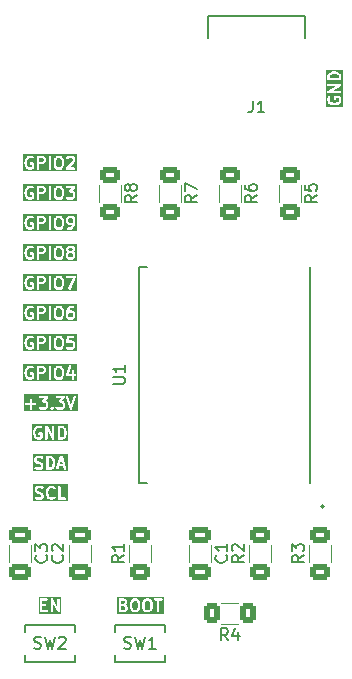
<source format=gbr>
%TF.GenerationSoftware,KiCad,Pcbnew,8.0.4-8.0.4-0~ubuntu22.04.1*%
%TF.CreationDate,2024-08-10T18:20:34+03:00*%
%TF.ProjectId,PM-ESPC3,504d2d45-5350-4433-932e-6b696361645f,rev?*%
%TF.SameCoordinates,Original*%
%TF.FileFunction,Legend,Top*%
%TF.FilePolarity,Positive*%
%FSLAX46Y46*%
G04 Gerber Fmt 4.6, Leading zero omitted, Abs format (unit mm)*
G04 Created by KiCad (PCBNEW 8.0.4-8.0.4-0~ubuntu22.04.1) date 2024-08-10 18:20:34*
%MOMM*%
%LPD*%
G01*
G04 APERTURE LIST*
G04 Aperture macros list*
%AMRoundRect*
0 Rectangle with rounded corners*
0 $1 Rounding radius*
0 $2 $3 $4 $5 $6 $7 $8 $9 X,Y pos of 4 corners*
0 Add a 4 corners polygon primitive as box body*
4,1,4,$2,$3,$4,$5,$6,$7,$8,$9,$2,$3,0*
0 Add four circle primitives for the rounded corners*
1,1,$1+$1,$2,$3*
1,1,$1+$1,$4,$5*
1,1,$1+$1,$6,$7*
1,1,$1+$1,$8,$9*
0 Add four rect primitives between the rounded corners*
20,1,$1+$1,$2,$3,$4,$5,0*
20,1,$1+$1,$4,$5,$6,$7,0*
20,1,$1+$1,$6,$7,$8,$9,0*
20,1,$1+$1,$8,$9,$2,$3,0*%
G04 Aperture macros list end*
%ADD10C,0.200000*%
%ADD11C,0.150000*%
%ADD12C,0.152400*%
%ADD13C,0.120000*%
%ADD14R,1.346200X1.244600*%
%ADD15RoundRect,0.250000X-0.650000X0.412500X-0.650000X-0.412500X0.650000X-0.412500X0.650000X0.412500X0*%
%ADD16R,0.889000X1.498600*%
%ADD17R,0.711200X0.711200*%
%ADD18R,0.406400X1.350000*%
%ADD19R,2.108200X1.600200*%
%ADD20O,1.000000X1.700000*%
%ADD21RoundRect,0.250000X-0.625000X0.400000X-0.625000X-0.400000X0.625000X-0.400000X0.625000X0.400000X0*%
%ADD22RoundRect,0.250000X0.400000X0.625000X-0.400000X0.625000X-0.400000X-0.625000X0.400000X-0.625000X0*%
%ADD23RoundRect,0.250000X0.625000X-0.400000X0.625000X0.400000X-0.625000X0.400000X-0.625000X-0.400000X0*%
%ADD24RoundRect,0.250000X0.650000X-0.412500X0.650000X0.412500X-0.650000X0.412500X-0.650000X-0.412500X0*%
%ADD25R,1.600000X1.600000*%
%ADD26O,1.600000X1.600000*%
%ADD27R,1.700000X1.700000*%
%ADD28O,1.700000X1.700000*%
G04 APERTURE END LIST*
D10*
G36*
X64393143Y-88482023D02*
G01*
X64457322Y-88546202D01*
X64495237Y-88697861D01*
X64495237Y-89006575D01*
X64457321Y-89158235D01*
X64393145Y-89222413D01*
X64333535Y-89252219D01*
X64190273Y-89252219D01*
X64130663Y-89222414D01*
X64066486Y-89158236D01*
X64028571Y-89006575D01*
X64028571Y-88697862D01*
X64066486Y-88546202D01*
X64130665Y-88482023D01*
X64190273Y-88452219D01*
X64333535Y-88452219D01*
X64393143Y-88482023D01*
G37*
G36*
X65393144Y-88910595D02*
G01*
X65417813Y-88935263D01*
X65447618Y-88994873D01*
X65447618Y-89138135D01*
X65417813Y-89197743D01*
X65393144Y-89222413D01*
X65333535Y-89252219D01*
X65190273Y-89252219D01*
X65130663Y-89222414D01*
X65105996Y-89197746D01*
X65076190Y-89138134D01*
X65076190Y-88994873D01*
X65105995Y-88935263D01*
X65130663Y-88910594D01*
X65190273Y-88880790D01*
X65333535Y-88880790D01*
X65393144Y-88910595D01*
G37*
G36*
X65393144Y-88482024D02*
G01*
X65417813Y-88506692D01*
X65447618Y-88566302D01*
X65447618Y-88566707D01*
X65417813Y-88626316D01*
X65393144Y-88650984D01*
X65333535Y-88680790D01*
X65190273Y-88680790D01*
X65130663Y-88650985D01*
X65105995Y-88626316D01*
X65076190Y-88566706D01*
X65076190Y-88566302D01*
X65105995Y-88506692D01*
X65130663Y-88482023D01*
X65190273Y-88452219D01*
X65333535Y-88452219D01*
X65393144Y-88482024D01*
G37*
G36*
X62916954Y-88482024D02*
G01*
X62941623Y-88506692D01*
X62971428Y-88566302D01*
X62971428Y-88661945D01*
X62941623Y-88721554D01*
X62916954Y-88746222D01*
X62857345Y-88776028D01*
X62600000Y-88776028D01*
X62600000Y-88452219D01*
X62857345Y-88452219D01*
X62916954Y-88482024D01*
G37*
G36*
X65758729Y-89563330D02*
G01*
X61241270Y-89563330D01*
X61241270Y-88780790D01*
X61352381Y-88780790D01*
X61352381Y-88923647D01*
X61352716Y-88927049D01*
X61352499Y-88928508D01*
X61353578Y-88935805D01*
X61354302Y-88943156D01*
X61354866Y-88944519D01*
X61355367Y-88947901D01*
X61402986Y-89138376D01*
X61403499Y-89139813D01*
X61403551Y-89140536D01*
X61406659Y-89148660D01*
X61409581Y-89156837D01*
X61410011Y-89157417D01*
X61410557Y-89158844D01*
X61458176Y-89254082D01*
X61463458Y-89262474D01*
X61464471Y-89264918D01*
X61466727Y-89267667D01*
X61468619Y-89270672D01*
X61470613Y-89272401D01*
X61476908Y-89280071D01*
X61572146Y-89375311D01*
X61587299Y-89387747D01*
X61590618Y-89389122D01*
X61593334Y-89391477D01*
X61611234Y-89399468D01*
X61754091Y-89447087D01*
X61763763Y-89449286D01*
X61766205Y-89450298D01*
X61769742Y-89450646D01*
X61773206Y-89451434D01*
X61775840Y-89451246D01*
X61785714Y-89452219D01*
X61880952Y-89452219D01*
X61890825Y-89451246D01*
X61893459Y-89451434D01*
X61896922Y-89450646D01*
X61900461Y-89450298D01*
X61902903Y-89449286D01*
X61912575Y-89447087D01*
X62055431Y-89399468D01*
X62073332Y-89391477D01*
X62076047Y-89389122D01*
X62079367Y-89387747D01*
X62094520Y-89375310D01*
X62142139Y-89327690D01*
X62154576Y-89312537D01*
X62168023Y-89280071D01*
X62169507Y-89276489D01*
X62171428Y-89256980D01*
X62171428Y-88923647D01*
X62169507Y-88904138D01*
X62154575Y-88868090D01*
X62126985Y-88840500D01*
X62090937Y-88825568D01*
X62071428Y-88823647D01*
X61880952Y-88823647D01*
X61861443Y-88825568D01*
X61825395Y-88840500D01*
X61797805Y-88868090D01*
X61782873Y-88904138D01*
X61782873Y-88943156D01*
X61797805Y-88979204D01*
X61825395Y-89006794D01*
X61861443Y-89021726D01*
X61880952Y-89023647D01*
X61971428Y-89023647D01*
X61971428Y-89215559D01*
X61969789Y-89217197D01*
X61864725Y-89252219D01*
X61801940Y-89252219D01*
X61696875Y-89217197D01*
X61629805Y-89150127D01*
X61594351Y-89079218D01*
X61552381Y-88911337D01*
X61552381Y-88793100D01*
X61594351Y-88625218D01*
X61629804Y-88554312D01*
X61696876Y-88487240D01*
X61801940Y-88452219D01*
X61904964Y-88452219D01*
X61979087Y-88489281D01*
X61997396Y-88496287D01*
X62036316Y-88499053D01*
X62073332Y-88486714D01*
X62102809Y-88461149D01*
X62120258Y-88426251D01*
X62123023Y-88387331D01*
X62111320Y-88352219D01*
X62400000Y-88352219D01*
X62400000Y-89352219D01*
X62401921Y-89371728D01*
X62416853Y-89407776D01*
X62444443Y-89435366D01*
X62480491Y-89450298D01*
X62519509Y-89450298D01*
X62555557Y-89435366D01*
X62583147Y-89407776D01*
X62598079Y-89371728D01*
X62600000Y-89352219D01*
X62600000Y-88976028D01*
X62880952Y-88976028D01*
X62900461Y-88974107D01*
X62903781Y-88972731D01*
X62907365Y-88972477D01*
X62925673Y-88965471D01*
X63020911Y-88917852D01*
X63029307Y-88912566D01*
X63031747Y-88911556D01*
X63034493Y-88909302D01*
X63037501Y-88907409D01*
X63039230Y-88905414D01*
X63046901Y-88899120D01*
X63094519Y-88851501D01*
X63100811Y-88843834D01*
X63102809Y-88842102D01*
X63104702Y-88839093D01*
X63106956Y-88836348D01*
X63107966Y-88833907D01*
X63113252Y-88825511D01*
X63160871Y-88730274D01*
X63167877Y-88711965D01*
X63168131Y-88708381D01*
X63169507Y-88705061D01*
X63171428Y-88685552D01*
X63171428Y-88542695D01*
X63169507Y-88523186D01*
X63168131Y-88519865D01*
X63167877Y-88516282D01*
X63160871Y-88497973D01*
X63113252Y-88402736D01*
X63107966Y-88394339D01*
X63106956Y-88391899D01*
X63104702Y-88389153D01*
X63102809Y-88386145D01*
X63100811Y-88384412D01*
X63094519Y-88376746D01*
X63069993Y-88352219D01*
X63400000Y-88352219D01*
X63400000Y-89352219D01*
X63401921Y-89371728D01*
X63416853Y-89407776D01*
X63444443Y-89435366D01*
X63480491Y-89450298D01*
X63519509Y-89450298D01*
X63555557Y-89435366D01*
X63583147Y-89407776D01*
X63598079Y-89371728D01*
X63600000Y-89352219D01*
X63600000Y-88685552D01*
X63828571Y-88685552D01*
X63828571Y-89018885D01*
X63828906Y-89022287D01*
X63828689Y-89023746D01*
X63829768Y-89031043D01*
X63830492Y-89038394D01*
X63831056Y-89039757D01*
X63831557Y-89043139D01*
X63879176Y-89233614D01*
X63885771Y-89252075D01*
X63890196Y-89258047D01*
X63893042Y-89264918D01*
X63905479Y-89280071D01*
X64000717Y-89375311D01*
X64008385Y-89381604D01*
X64010116Y-89383600D01*
X64013123Y-89385493D01*
X64015870Y-89387747D01*
X64018310Y-89388757D01*
X64026707Y-89394043D01*
X64121944Y-89441662D01*
X64140253Y-89448668D01*
X64143836Y-89448922D01*
X64147157Y-89450298D01*
X64166666Y-89452219D01*
X64357142Y-89452219D01*
X64376651Y-89450298D01*
X64379971Y-89448922D01*
X64383555Y-89448668D01*
X64401863Y-89441662D01*
X64497101Y-89394043D01*
X64505496Y-89388758D01*
X64507938Y-89387747D01*
X64510685Y-89385491D01*
X64513691Y-89383600D01*
X64515421Y-89381605D01*
X64523091Y-89375310D01*
X64618329Y-89280071D01*
X64630766Y-89264918D01*
X64633611Y-89258047D01*
X64638037Y-89252075D01*
X64644632Y-89233615D01*
X64692251Y-89043139D01*
X64692751Y-89039757D01*
X64693316Y-89038394D01*
X64694039Y-89031043D01*
X64695119Y-89023746D01*
X64694901Y-89022287D01*
X64695237Y-89018885D01*
X64695237Y-88685552D01*
X64694901Y-88682149D01*
X64695119Y-88680691D01*
X64694039Y-88673393D01*
X64693316Y-88666043D01*
X64692751Y-88664679D01*
X64692251Y-88661298D01*
X64662600Y-88542695D01*
X64876190Y-88542695D01*
X64876190Y-88590314D01*
X64878111Y-88609823D01*
X64879486Y-88613143D01*
X64879741Y-88616727D01*
X64886747Y-88635035D01*
X64934366Y-88730273D01*
X64939651Y-88738669D01*
X64940662Y-88741109D01*
X64942915Y-88743855D01*
X64944809Y-88746863D01*
X64946803Y-88748592D01*
X64953098Y-88756263D01*
X64977625Y-88780790D01*
X64953098Y-88805317D01*
X64946803Y-88812987D01*
X64944809Y-88814717D01*
X64942915Y-88817724D01*
X64940662Y-88820471D01*
X64939651Y-88822910D01*
X64934366Y-88831307D01*
X64886747Y-88926545D01*
X64879741Y-88944853D01*
X64879486Y-88948436D01*
X64878111Y-88951757D01*
X64876190Y-88971266D01*
X64876190Y-89161742D01*
X64878111Y-89181251D01*
X64879486Y-89184571D01*
X64879741Y-89188155D01*
X64886747Y-89206463D01*
X64934366Y-89301701D01*
X64939649Y-89310093D01*
X64940661Y-89312537D01*
X64942917Y-89315286D01*
X64944809Y-89318291D01*
X64946803Y-89320020D01*
X64953098Y-89327690D01*
X65000716Y-89375310D01*
X65008384Y-89381603D01*
X65010116Y-89383600D01*
X65013124Y-89385493D01*
X65015870Y-89387747D01*
X65018310Y-89388757D01*
X65026707Y-89394043D01*
X65121944Y-89441662D01*
X65140253Y-89448668D01*
X65143836Y-89448922D01*
X65147157Y-89450298D01*
X65166666Y-89452219D01*
X65357142Y-89452219D01*
X65376651Y-89450298D01*
X65379971Y-89448922D01*
X65383555Y-89448668D01*
X65401863Y-89441662D01*
X65497101Y-89394043D01*
X65505496Y-89388758D01*
X65507938Y-89387747D01*
X65510685Y-89385491D01*
X65513691Y-89383600D01*
X65515421Y-89381605D01*
X65523091Y-89375310D01*
X65570710Y-89327690D01*
X65577002Y-89320023D01*
X65578999Y-89318292D01*
X65580892Y-89315284D01*
X65583147Y-89312537D01*
X65584158Y-89310095D01*
X65589442Y-89301701D01*
X65637061Y-89206464D01*
X65644067Y-89188155D01*
X65644321Y-89184571D01*
X65645697Y-89181251D01*
X65647618Y-89161742D01*
X65647618Y-88971266D01*
X65645697Y-88951757D01*
X65644321Y-88948436D01*
X65644067Y-88944853D01*
X65637061Y-88926544D01*
X65589442Y-88831307D01*
X65584156Y-88822910D01*
X65583146Y-88820470D01*
X65580892Y-88817724D01*
X65578999Y-88814716D01*
X65577001Y-88812983D01*
X65570709Y-88805317D01*
X65546182Y-88780790D01*
X65570709Y-88756263D01*
X65577001Y-88748596D01*
X65578999Y-88746864D01*
X65580892Y-88743855D01*
X65583146Y-88741110D01*
X65584156Y-88738669D01*
X65589442Y-88730273D01*
X65637061Y-88635036D01*
X65644067Y-88616727D01*
X65644321Y-88613143D01*
X65645697Y-88609823D01*
X65647618Y-88590314D01*
X65647618Y-88542695D01*
X65645697Y-88523186D01*
X65644321Y-88519865D01*
X65644067Y-88516282D01*
X65637061Y-88497973D01*
X65589442Y-88402736D01*
X65584156Y-88394339D01*
X65583146Y-88391899D01*
X65580892Y-88389153D01*
X65578999Y-88386145D01*
X65577001Y-88384412D01*
X65570709Y-88376746D01*
X65523091Y-88329127D01*
X65515420Y-88322832D01*
X65513691Y-88320838D01*
X65510683Y-88318944D01*
X65507937Y-88316691D01*
X65505497Y-88315680D01*
X65497101Y-88310395D01*
X65401863Y-88262776D01*
X65383555Y-88255770D01*
X65379971Y-88255515D01*
X65376651Y-88254140D01*
X65357142Y-88252219D01*
X65166666Y-88252219D01*
X65147157Y-88254140D01*
X65143836Y-88255515D01*
X65140253Y-88255770D01*
X65121944Y-88262776D01*
X65026707Y-88310395D01*
X65018310Y-88315680D01*
X65015870Y-88316691D01*
X65013124Y-88318944D01*
X65010116Y-88320838D01*
X65008383Y-88322835D01*
X65000717Y-88329128D01*
X64953098Y-88376746D01*
X64946803Y-88384416D01*
X64944809Y-88386146D01*
X64942915Y-88389153D01*
X64940662Y-88391900D01*
X64939651Y-88394339D01*
X64934366Y-88402736D01*
X64886747Y-88497974D01*
X64879741Y-88516282D01*
X64879486Y-88519865D01*
X64878111Y-88523186D01*
X64876190Y-88542695D01*
X64662600Y-88542695D01*
X64644632Y-88470822D01*
X64638037Y-88452362D01*
X64633610Y-88446387D01*
X64630765Y-88439519D01*
X64618329Y-88424365D01*
X64523091Y-88329127D01*
X64515420Y-88322832D01*
X64513691Y-88320838D01*
X64510683Y-88318944D01*
X64507937Y-88316691D01*
X64505497Y-88315680D01*
X64497101Y-88310395D01*
X64401863Y-88262776D01*
X64383555Y-88255770D01*
X64379971Y-88255515D01*
X64376651Y-88254140D01*
X64357142Y-88252219D01*
X64166666Y-88252219D01*
X64147157Y-88254140D01*
X64143836Y-88255515D01*
X64140253Y-88255770D01*
X64121944Y-88262776D01*
X64026707Y-88310395D01*
X64018308Y-88315681D01*
X64015871Y-88316691D01*
X64013127Y-88318942D01*
X64010116Y-88320838D01*
X64008383Y-88322835D01*
X64000717Y-88329127D01*
X63905479Y-88424365D01*
X63893043Y-88439519D01*
X63890197Y-88446387D01*
X63885771Y-88452362D01*
X63879176Y-88470823D01*
X63831557Y-88661298D01*
X63831056Y-88664679D01*
X63830492Y-88666043D01*
X63829768Y-88673393D01*
X63828689Y-88680691D01*
X63828906Y-88682149D01*
X63828571Y-88685552D01*
X63600000Y-88685552D01*
X63600000Y-88352219D01*
X63598079Y-88332710D01*
X63583147Y-88296662D01*
X63555557Y-88269072D01*
X63519509Y-88254140D01*
X63480491Y-88254140D01*
X63444443Y-88269072D01*
X63416853Y-88296662D01*
X63401921Y-88332710D01*
X63400000Y-88352219D01*
X63069993Y-88352219D01*
X63046901Y-88329127D01*
X63039230Y-88322832D01*
X63037501Y-88320838D01*
X63034493Y-88318944D01*
X63031747Y-88316691D01*
X63029307Y-88315680D01*
X63020911Y-88310395D01*
X62925673Y-88262776D01*
X62907365Y-88255770D01*
X62903781Y-88255515D01*
X62900461Y-88254140D01*
X62880952Y-88252219D01*
X62500000Y-88252219D01*
X62480491Y-88254140D01*
X62444443Y-88269072D01*
X62416853Y-88296662D01*
X62401921Y-88332710D01*
X62400000Y-88352219D01*
X62111320Y-88352219D01*
X62110685Y-88350315D01*
X62085120Y-88320838D01*
X62068530Y-88310395D01*
X61973292Y-88262776D01*
X61954984Y-88255770D01*
X61951400Y-88255515D01*
X61948080Y-88254140D01*
X61928571Y-88252219D01*
X61785714Y-88252219D01*
X61775840Y-88253191D01*
X61773206Y-88253004D01*
X61769742Y-88253791D01*
X61766205Y-88254140D01*
X61763763Y-88255151D01*
X61754091Y-88257351D01*
X61611234Y-88304970D01*
X61593334Y-88312961D01*
X61590618Y-88315316D01*
X61587300Y-88316691D01*
X61572146Y-88329127D01*
X61476908Y-88424365D01*
X61470613Y-88432035D01*
X61468619Y-88433765D01*
X61466725Y-88436772D01*
X61464472Y-88439519D01*
X61463461Y-88441958D01*
X61458176Y-88450355D01*
X61410557Y-88545593D01*
X61410011Y-88547019D01*
X61409581Y-88547600D01*
X61406659Y-88555776D01*
X61403551Y-88563901D01*
X61403499Y-88564623D01*
X61402986Y-88566061D01*
X61355367Y-88756536D01*
X61354866Y-88759917D01*
X61354302Y-88761281D01*
X61353578Y-88768631D01*
X61352499Y-88775929D01*
X61352716Y-88777387D01*
X61352381Y-88780790D01*
X61241270Y-88780790D01*
X61241270Y-88141108D01*
X65758729Y-88141108D01*
X65758729Y-89563330D01*
G37*
G36*
X64994904Y-109883330D02*
G01*
X62098413Y-109883330D01*
X62098413Y-108862695D01*
X62209524Y-108862695D01*
X62209524Y-108957933D01*
X62211445Y-108977442D01*
X62212820Y-108980762D01*
X62213075Y-108984346D01*
X62220081Y-109002654D01*
X62267700Y-109097892D01*
X62272985Y-109106288D01*
X62273996Y-109108728D01*
X62276249Y-109111474D01*
X62278143Y-109114482D01*
X62280137Y-109116211D01*
X62286432Y-109123882D01*
X62334051Y-109171500D01*
X62341717Y-109177792D01*
X62343450Y-109179790D01*
X62346458Y-109181683D01*
X62349204Y-109183937D01*
X62351644Y-109184947D01*
X62360041Y-109190233D01*
X62455278Y-109237852D01*
X62456706Y-109238398D01*
X62457286Y-109238828D01*
X62465462Y-109241749D01*
X62473587Y-109244858D01*
X62474307Y-109244909D01*
X62475746Y-109245423D01*
X62655571Y-109290379D01*
X62726478Y-109325833D01*
X62751147Y-109350501D01*
X62780952Y-109410111D01*
X62780952Y-109458135D01*
X62751147Y-109517743D01*
X62726478Y-109542413D01*
X62666869Y-109572219D01*
X62468607Y-109572219D01*
X62341147Y-109529732D01*
X62322031Y-109525385D01*
X62283111Y-109528151D01*
X62248212Y-109545601D01*
X62222647Y-109575077D01*
X62210309Y-109612093D01*
X62213075Y-109651013D01*
X62230525Y-109685912D01*
X62260001Y-109711477D01*
X62277901Y-109719468D01*
X62420758Y-109767087D01*
X62430430Y-109769286D01*
X62432872Y-109770298D01*
X62436409Y-109770646D01*
X62439873Y-109771434D01*
X62442507Y-109771246D01*
X62452381Y-109772219D01*
X62690476Y-109772219D01*
X62709985Y-109770298D01*
X62713305Y-109768922D01*
X62716889Y-109768668D01*
X62735197Y-109761662D01*
X62830435Y-109714043D01*
X62838830Y-109708758D01*
X62841272Y-109707747D01*
X62844019Y-109705491D01*
X62847025Y-109703600D01*
X62848755Y-109701605D01*
X62856425Y-109695310D01*
X62904044Y-109647690D01*
X62910336Y-109640023D01*
X62912333Y-109638292D01*
X62914226Y-109635284D01*
X62916481Y-109632537D01*
X62917492Y-109630095D01*
X62922776Y-109621701D01*
X62970395Y-109526464D01*
X62977401Y-109508155D01*
X62977655Y-109504571D01*
X62979031Y-109501251D01*
X62980952Y-109481742D01*
X62980952Y-109386504D01*
X62979031Y-109366995D01*
X62977655Y-109363674D01*
X62977401Y-109360091D01*
X62970395Y-109341782D01*
X62922776Y-109246545D01*
X62917490Y-109238148D01*
X62916480Y-109235708D01*
X62914226Y-109232962D01*
X62912333Y-109229954D01*
X62910335Y-109228221D01*
X62904043Y-109220555D01*
X62856425Y-109172936D01*
X62848754Y-109166641D01*
X62847025Y-109164647D01*
X62844017Y-109162753D01*
X62841271Y-109160500D01*
X62838831Y-109159489D01*
X62830435Y-109154204D01*
X62735197Y-109106585D01*
X62733770Y-109106039D01*
X62733190Y-109105609D01*
X62725013Y-109102687D01*
X62720054Y-109100790D01*
X63161905Y-109100790D01*
X63161905Y-109243647D01*
X63162240Y-109247049D01*
X63162023Y-109248508D01*
X63163102Y-109255805D01*
X63163826Y-109263156D01*
X63164390Y-109264519D01*
X63164891Y-109267901D01*
X63212510Y-109458376D01*
X63213023Y-109459813D01*
X63213075Y-109460536D01*
X63216183Y-109468660D01*
X63219105Y-109476837D01*
X63219535Y-109477417D01*
X63220081Y-109478844D01*
X63267700Y-109574082D01*
X63272982Y-109582474D01*
X63273995Y-109584918D01*
X63276251Y-109587667D01*
X63278143Y-109590672D01*
X63280137Y-109592401D01*
X63286432Y-109600071D01*
X63381670Y-109695311D01*
X63396823Y-109707747D01*
X63400142Y-109709122D01*
X63402858Y-109711477D01*
X63420758Y-109719468D01*
X63563615Y-109767087D01*
X63573287Y-109769286D01*
X63575729Y-109770298D01*
X63579266Y-109770646D01*
X63582730Y-109771434D01*
X63585364Y-109771246D01*
X63595238Y-109772219D01*
X63690476Y-109772219D01*
X63700349Y-109771246D01*
X63702983Y-109771434D01*
X63706446Y-109770646D01*
X63709985Y-109770298D01*
X63712427Y-109769286D01*
X63722099Y-109767087D01*
X63864955Y-109719468D01*
X63882856Y-109711477D01*
X63885571Y-109709122D01*
X63888891Y-109707747D01*
X63904044Y-109695310D01*
X63951663Y-109647690D01*
X63964100Y-109632537D01*
X63979031Y-109596488D01*
X63979030Y-109557470D01*
X63964099Y-109521422D01*
X63936508Y-109493832D01*
X63900460Y-109478901D01*
X63861442Y-109478902D01*
X63825394Y-109493833D01*
X63810240Y-109506270D01*
X63779313Y-109537197D01*
X63674249Y-109572219D01*
X63611464Y-109572219D01*
X63506399Y-109537197D01*
X63439329Y-109470127D01*
X63403875Y-109399218D01*
X63361905Y-109231337D01*
X63361905Y-109113100D01*
X63403875Y-108945218D01*
X63439328Y-108874312D01*
X63506400Y-108807240D01*
X63611464Y-108772219D01*
X63674249Y-108772219D01*
X63779314Y-108807240D01*
X63810241Y-108838167D01*
X63825394Y-108850604D01*
X63861443Y-108865535D01*
X63900461Y-108865535D01*
X63936509Y-108850604D01*
X63964099Y-108823014D01*
X63979030Y-108786966D01*
X63979030Y-108747948D01*
X63964099Y-108711899D01*
X63951662Y-108696746D01*
X63927136Y-108672219D01*
X64209524Y-108672219D01*
X64209524Y-109672219D01*
X64211445Y-109691728D01*
X64226377Y-109727776D01*
X64253967Y-109755366D01*
X64290015Y-109770298D01*
X64309524Y-109772219D01*
X64785714Y-109772219D01*
X64805223Y-109770298D01*
X64841271Y-109755366D01*
X64868861Y-109727776D01*
X64883793Y-109691728D01*
X64883793Y-109652710D01*
X64868861Y-109616662D01*
X64841271Y-109589072D01*
X64805223Y-109574140D01*
X64785714Y-109572219D01*
X64409524Y-109572219D01*
X64409524Y-108672219D01*
X64407603Y-108652710D01*
X64392671Y-108616662D01*
X64365081Y-108589072D01*
X64329033Y-108574140D01*
X64290015Y-108574140D01*
X64253967Y-108589072D01*
X64226377Y-108616662D01*
X64211445Y-108652710D01*
X64209524Y-108672219D01*
X63927136Y-108672219D01*
X63904044Y-108649127D01*
X63888890Y-108636691D01*
X63885571Y-108635316D01*
X63882856Y-108632961D01*
X63864955Y-108624970D01*
X63722099Y-108577351D01*
X63712427Y-108575151D01*
X63709985Y-108574140D01*
X63706446Y-108573791D01*
X63702983Y-108573004D01*
X63700349Y-108573191D01*
X63690476Y-108572219D01*
X63595238Y-108572219D01*
X63585364Y-108573191D01*
X63582730Y-108573004D01*
X63579266Y-108573791D01*
X63575729Y-108574140D01*
X63573287Y-108575151D01*
X63563615Y-108577351D01*
X63420758Y-108624970D01*
X63402858Y-108632961D01*
X63400142Y-108635316D01*
X63396824Y-108636691D01*
X63381670Y-108649127D01*
X63286432Y-108744365D01*
X63280137Y-108752035D01*
X63278143Y-108753765D01*
X63276249Y-108756772D01*
X63273996Y-108759519D01*
X63272985Y-108761958D01*
X63267700Y-108770355D01*
X63220081Y-108865593D01*
X63219535Y-108867019D01*
X63219105Y-108867600D01*
X63216183Y-108875776D01*
X63213075Y-108883901D01*
X63213023Y-108884623D01*
X63212510Y-108886061D01*
X63164891Y-109076536D01*
X63164390Y-109079917D01*
X63163826Y-109081281D01*
X63163102Y-109088631D01*
X63162023Y-109095929D01*
X63162240Y-109097387D01*
X63161905Y-109100790D01*
X62720054Y-109100790D01*
X62716889Y-109099579D01*
X62716166Y-109099527D01*
X62714729Y-109099014D01*
X62534904Y-109054057D01*
X62463997Y-109018604D01*
X62439329Y-108993935D01*
X62409524Y-108934325D01*
X62409524Y-108886302D01*
X62439329Y-108826692D01*
X62463997Y-108802023D01*
X62523607Y-108772219D01*
X62721868Y-108772219D01*
X62849329Y-108814706D01*
X62868444Y-108819053D01*
X62907364Y-108816287D01*
X62942263Y-108798837D01*
X62967828Y-108769361D01*
X62980167Y-108732345D01*
X62977400Y-108693425D01*
X62959951Y-108658526D01*
X62930475Y-108632961D01*
X62912574Y-108624970D01*
X62769718Y-108577351D01*
X62760046Y-108575151D01*
X62757604Y-108574140D01*
X62754065Y-108573791D01*
X62750602Y-108573004D01*
X62747968Y-108573191D01*
X62738095Y-108572219D01*
X62500000Y-108572219D01*
X62480491Y-108574140D01*
X62477170Y-108575515D01*
X62473587Y-108575770D01*
X62455278Y-108582776D01*
X62360041Y-108630395D01*
X62351644Y-108635680D01*
X62349204Y-108636691D01*
X62346458Y-108638944D01*
X62343450Y-108640838D01*
X62341717Y-108642835D01*
X62334051Y-108649128D01*
X62286432Y-108696746D01*
X62280137Y-108704416D01*
X62278143Y-108706146D01*
X62276249Y-108709153D01*
X62273996Y-108711900D01*
X62272985Y-108714339D01*
X62267700Y-108722736D01*
X62220081Y-108817974D01*
X62213075Y-108836282D01*
X62212820Y-108839865D01*
X62211445Y-108843186D01*
X62209524Y-108862695D01*
X62098413Y-108862695D01*
X62098413Y-108461108D01*
X64994904Y-108461108D01*
X64994904Y-109883330D01*
G37*
G36*
X63612646Y-106267240D02*
G01*
X63679719Y-106334313D01*
X63715171Y-106405218D01*
X63757142Y-106573099D01*
X63757142Y-106691337D01*
X63715171Y-106859218D01*
X63679718Y-106930124D01*
X63612647Y-106997197D01*
X63507582Y-107032219D01*
X63385714Y-107032219D01*
X63385714Y-106232219D01*
X63507582Y-106232219D01*
X63612646Y-106267240D01*
G37*
G36*
X64575543Y-106746504D02*
G01*
X64376838Y-106746504D01*
X64476190Y-106448446D01*
X64575543Y-106746504D01*
G37*
G36*
X65019849Y-107343330D02*
G01*
X62074603Y-107343330D01*
X62074603Y-106322695D01*
X62185714Y-106322695D01*
X62185714Y-106417933D01*
X62187635Y-106437442D01*
X62189010Y-106440762D01*
X62189265Y-106444346D01*
X62196271Y-106462654D01*
X62243890Y-106557892D01*
X62249175Y-106566288D01*
X62250186Y-106568728D01*
X62252439Y-106571474D01*
X62254333Y-106574482D01*
X62256327Y-106576211D01*
X62262622Y-106583882D01*
X62310241Y-106631500D01*
X62317907Y-106637792D01*
X62319640Y-106639790D01*
X62322648Y-106641683D01*
X62325394Y-106643937D01*
X62327834Y-106644947D01*
X62336231Y-106650233D01*
X62431468Y-106697852D01*
X62432896Y-106698398D01*
X62433476Y-106698828D01*
X62441652Y-106701749D01*
X62449777Y-106704858D01*
X62450497Y-106704909D01*
X62451936Y-106705423D01*
X62631761Y-106750379D01*
X62702668Y-106785833D01*
X62727337Y-106810501D01*
X62757142Y-106870111D01*
X62757142Y-106918135D01*
X62727337Y-106977743D01*
X62702668Y-107002413D01*
X62643059Y-107032219D01*
X62444797Y-107032219D01*
X62317337Y-106989732D01*
X62298221Y-106985385D01*
X62259301Y-106988151D01*
X62224402Y-107005601D01*
X62198837Y-107035077D01*
X62186499Y-107072093D01*
X62189265Y-107111013D01*
X62206715Y-107145912D01*
X62236191Y-107171477D01*
X62254091Y-107179468D01*
X62396948Y-107227087D01*
X62406620Y-107229286D01*
X62409062Y-107230298D01*
X62412599Y-107230646D01*
X62416063Y-107231434D01*
X62418697Y-107231246D01*
X62428571Y-107232219D01*
X62666666Y-107232219D01*
X62686175Y-107230298D01*
X62689495Y-107228922D01*
X62693079Y-107228668D01*
X62711387Y-107221662D01*
X62806625Y-107174043D01*
X62815020Y-107168758D01*
X62817462Y-107167747D01*
X62820209Y-107165491D01*
X62823215Y-107163600D01*
X62824945Y-107161605D01*
X62832615Y-107155310D01*
X62880234Y-107107690D01*
X62886526Y-107100023D01*
X62888523Y-107098292D01*
X62890416Y-107095284D01*
X62892671Y-107092537D01*
X62893682Y-107090095D01*
X62898966Y-107081701D01*
X62946585Y-106986464D01*
X62953591Y-106968155D01*
X62953845Y-106964571D01*
X62955221Y-106961251D01*
X62957142Y-106941742D01*
X62957142Y-106846504D01*
X62955221Y-106826995D01*
X62953845Y-106823674D01*
X62953591Y-106820091D01*
X62946585Y-106801782D01*
X62898966Y-106706545D01*
X62893680Y-106698148D01*
X62892670Y-106695708D01*
X62890416Y-106692962D01*
X62888523Y-106689954D01*
X62886525Y-106688221D01*
X62880233Y-106680555D01*
X62832615Y-106632936D01*
X62824944Y-106626641D01*
X62823215Y-106624647D01*
X62820207Y-106622753D01*
X62817461Y-106620500D01*
X62815021Y-106619489D01*
X62806625Y-106614204D01*
X62711387Y-106566585D01*
X62709960Y-106566039D01*
X62709380Y-106565609D01*
X62701203Y-106562687D01*
X62693079Y-106559579D01*
X62692356Y-106559527D01*
X62690919Y-106559014D01*
X62511094Y-106514057D01*
X62440187Y-106478604D01*
X62415519Y-106453935D01*
X62385714Y-106394325D01*
X62385714Y-106346302D01*
X62415519Y-106286692D01*
X62440187Y-106262023D01*
X62499797Y-106232219D01*
X62698058Y-106232219D01*
X62825519Y-106274706D01*
X62844634Y-106279053D01*
X62883554Y-106276287D01*
X62918453Y-106258837D01*
X62944018Y-106229361D01*
X62956357Y-106192345D01*
X62953590Y-106153425D01*
X62942987Y-106132219D01*
X63185714Y-106132219D01*
X63185714Y-107132219D01*
X63187635Y-107151728D01*
X63202567Y-107187776D01*
X63230157Y-107215366D01*
X63266205Y-107230298D01*
X63285714Y-107232219D01*
X63523809Y-107232219D01*
X63533682Y-107231246D01*
X63536316Y-107231434D01*
X63539779Y-107230646D01*
X63543318Y-107230298D01*
X63545760Y-107229286D01*
X63555432Y-107227087D01*
X63698288Y-107179468D01*
X63716189Y-107171477D01*
X63718904Y-107169122D01*
X63722224Y-107167747D01*
X63737377Y-107155310D01*
X63772975Y-107119712D01*
X64043642Y-107119712D01*
X64046408Y-107158632D01*
X64063858Y-107193531D01*
X64093334Y-107219096D01*
X64130350Y-107231434D01*
X64169270Y-107228668D01*
X64204169Y-107211218D01*
X64229734Y-107181742D01*
X64237725Y-107163842D01*
X64310171Y-106946504D01*
X64642209Y-106946504D01*
X64714655Y-107163841D01*
X64722646Y-107181742D01*
X64748211Y-107211218D01*
X64783110Y-107228667D01*
X64822030Y-107231434D01*
X64859046Y-107219095D01*
X64888522Y-107193530D01*
X64905972Y-107158631D01*
X64908738Y-107119711D01*
X64904391Y-107100596D01*
X64571058Y-106100596D01*
X64563067Y-106082696D01*
X64558382Y-106077294D01*
X64555189Y-106070908D01*
X64545720Y-106062695D01*
X64537502Y-106053220D01*
X64531110Y-106050023D01*
X64525713Y-106045343D01*
X64513819Y-106041378D01*
X64502603Y-106035770D01*
X64495475Y-106035263D01*
X64488697Y-106033004D01*
X64476192Y-106033893D01*
X64463683Y-106033004D01*
X64456901Y-106035264D01*
X64449777Y-106035771D01*
X64438568Y-106041374D01*
X64426667Y-106045342D01*
X64421266Y-106050025D01*
X64414878Y-106053220D01*
X64406662Y-106062691D01*
X64397191Y-106070907D01*
X64393996Y-106077296D01*
X64389313Y-106082696D01*
X64381322Y-106100597D01*
X64047989Y-107100596D01*
X64043642Y-107119712D01*
X63772975Y-107119712D01*
X63832615Y-107060071D01*
X63838907Y-107052404D01*
X63840904Y-107050673D01*
X63842797Y-107047665D01*
X63845052Y-107044918D01*
X63846063Y-107042476D01*
X63851347Y-107034082D01*
X63898966Y-106938845D01*
X63899512Y-106937416D01*
X63899942Y-106936837D01*
X63902863Y-106928660D01*
X63905972Y-106920536D01*
X63906023Y-106919815D01*
X63906537Y-106918377D01*
X63954156Y-106727901D01*
X63954656Y-106724519D01*
X63955221Y-106723156D01*
X63955944Y-106715805D01*
X63957024Y-106708508D01*
X63956806Y-106707049D01*
X63957142Y-106703647D01*
X63957142Y-106560790D01*
X63956806Y-106557387D01*
X63957024Y-106555929D01*
X63955944Y-106548631D01*
X63955221Y-106541281D01*
X63954656Y-106539917D01*
X63954156Y-106536536D01*
X63906537Y-106346060D01*
X63906023Y-106344621D01*
X63905972Y-106343901D01*
X63902863Y-106335776D01*
X63899942Y-106327600D01*
X63899512Y-106327020D01*
X63898966Y-106325592D01*
X63851347Y-106230355D01*
X63846060Y-106221956D01*
X63845051Y-106219519D01*
X63842799Y-106216775D01*
X63840904Y-106213764D01*
X63838906Y-106212031D01*
X63832615Y-106204365D01*
X63737377Y-106109127D01*
X63722223Y-106096691D01*
X63718904Y-106095316D01*
X63716189Y-106092961D01*
X63698288Y-106084970D01*
X63555432Y-106037351D01*
X63545760Y-106035151D01*
X63543318Y-106034140D01*
X63539779Y-106033791D01*
X63536316Y-106033004D01*
X63533682Y-106033191D01*
X63523809Y-106032219D01*
X63285714Y-106032219D01*
X63266205Y-106034140D01*
X63230157Y-106049072D01*
X63202567Y-106076662D01*
X63187635Y-106112710D01*
X63185714Y-106132219D01*
X62942987Y-106132219D01*
X62936141Y-106118526D01*
X62906665Y-106092961D01*
X62888764Y-106084970D01*
X62745908Y-106037351D01*
X62736236Y-106035151D01*
X62733794Y-106034140D01*
X62730255Y-106033791D01*
X62726792Y-106033004D01*
X62724158Y-106033191D01*
X62714285Y-106032219D01*
X62476190Y-106032219D01*
X62456681Y-106034140D01*
X62453360Y-106035515D01*
X62449777Y-106035770D01*
X62431468Y-106042776D01*
X62336231Y-106090395D01*
X62327834Y-106095680D01*
X62325394Y-106096691D01*
X62322648Y-106098944D01*
X62319640Y-106100838D01*
X62317907Y-106102835D01*
X62310241Y-106109128D01*
X62262622Y-106156746D01*
X62256327Y-106164416D01*
X62254333Y-106166146D01*
X62252439Y-106169153D01*
X62250186Y-106171900D01*
X62249175Y-106174339D01*
X62243890Y-106182736D01*
X62196271Y-106277974D01*
X62189265Y-106296282D01*
X62189010Y-106299865D01*
X62187635Y-106303186D01*
X62185714Y-106322695D01*
X62074603Y-106322695D01*
X62074603Y-105921108D01*
X65019849Y-105921108D01*
X65019849Y-107343330D01*
G37*
G36*
X64449206Y-119408330D02*
G01*
X62550794Y-119408330D01*
X62550794Y-118197219D01*
X62661905Y-118197219D01*
X62661905Y-119197219D01*
X62663826Y-119216728D01*
X62678758Y-119252776D01*
X62706348Y-119280366D01*
X62742396Y-119295298D01*
X62761905Y-119297219D01*
X63238095Y-119297219D01*
X63257604Y-119295298D01*
X63293652Y-119280366D01*
X63321242Y-119252776D01*
X63336174Y-119216728D01*
X63336174Y-119177710D01*
X63321242Y-119141662D01*
X63293652Y-119114072D01*
X63257604Y-119099140D01*
X63238095Y-119097219D01*
X62861905Y-119097219D01*
X62861905Y-118773409D01*
X63095238Y-118773409D01*
X63114747Y-118771488D01*
X63150795Y-118756556D01*
X63178385Y-118728966D01*
X63193317Y-118692918D01*
X63193317Y-118653900D01*
X63178385Y-118617852D01*
X63150795Y-118590262D01*
X63114747Y-118575330D01*
X63095238Y-118573409D01*
X62861905Y-118573409D01*
X62861905Y-118297219D01*
X63238095Y-118297219D01*
X63257604Y-118295298D01*
X63293652Y-118280366D01*
X63321242Y-118252776D01*
X63336174Y-118216728D01*
X63336174Y-118197219D01*
X63566667Y-118197219D01*
X63566667Y-119197219D01*
X63568588Y-119216728D01*
X63583520Y-119252776D01*
X63611110Y-119280366D01*
X63647158Y-119295298D01*
X63686176Y-119295298D01*
X63722224Y-119280366D01*
X63749814Y-119252776D01*
X63764746Y-119216728D01*
X63766667Y-119197219D01*
X63766667Y-118573775D01*
X64151271Y-119246833D01*
X64154189Y-119250943D01*
X64154948Y-119252776D01*
X64156814Y-119254642D01*
X64162618Y-119262818D01*
X64173134Y-119270962D01*
X64182538Y-119280366D01*
X64188425Y-119282804D01*
X64193467Y-119286709D01*
X64206299Y-119290208D01*
X64218586Y-119295298D01*
X64224962Y-119295298D01*
X64231111Y-119296975D01*
X64244304Y-119295298D01*
X64257604Y-119295298D01*
X64263492Y-119292858D01*
X64269817Y-119292055D01*
X64281366Y-119285454D01*
X64293652Y-119280366D01*
X64298159Y-119275858D01*
X64303694Y-119272696D01*
X64311838Y-119262179D01*
X64321242Y-119252776D01*
X64323680Y-119246888D01*
X64327585Y-119241847D01*
X64331084Y-119229014D01*
X64336174Y-119216728D01*
X64337156Y-119206750D01*
X64337851Y-119204204D01*
X64337600Y-119202236D01*
X64338095Y-119197219D01*
X64338095Y-118197219D01*
X64336174Y-118177710D01*
X64321242Y-118141662D01*
X64293652Y-118114072D01*
X64257604Y-118099140D01*
X64218586Y-118099140D01*
X64182538Y-118114072D01*
X64154948Y-118141662D01*
X64140016Y-118177710D01*
X64138095Y-118197219D01*
X64138095Y-118820662D01*
X63753491Y-118147605D01*
X63750572Y-118143494D01*
X63749814Y-118141662D01*
X63747947Y-118139795D01*
X63742144Y-118131620D01*
X63731629Y-118123477D01*
X63722224Y-118114072D01*
X63716333Y-118111632D01*
X63711295Y-118107730D01*
X63698466Y-118104231D01*
X63686176Y-118099140D01*
X63679801Y-118099140D01*
X63673652Y-118097463D01*
X63660459Y-118099140D01*
X63647158Y-118099140D01*
X63641269Y-118101579D01*
X63634945Y-118102383D01*
X63623395Y-118108983D01*
X63611110Y-118114072D01*
X63606602Y-118118579D01*
X63601068Y-118121742D01*
X63592925Y-118132256D01*
X63583520Y-118141662D01*
X63581080Y-118147552D01*
X63577178Y-118152591D01*
X63573679Y-118165419D01*
X63568588Y-118177710D01*
X63567605Y-118187687D01*
X63566911Y-118190234D01*
X63567161Y-118192201D01*
X63566667Y-118197219D01*
X63336174Y-118197219D01*
X63336174Y-118177710D01*
X63321242Y-118141662D01*
X63293652Y-118114072D01*
X63257604Y-118099140D01*
X63238095Y-118097219D01*
X62761905Y-118097219D01*
X62742396Y-118099140D01*
X62706348Y-118114072D01*
X62678758Y-118141662D01*
X62663826Y-118177710D01*
X62661905Y-118197219D01*
X62550794Y-118197219D01*
X62550794Y-117986108D01*
X64449206Y-117986108D01*
X64449206Y-119408330D01*
G37*
G36*
X64393143Y-91022023D02*
G01*
X64457322Y-91086202D01*
X64495237Y-91237861D01*
X64495237Y-91546575D01*
X64457321Y-91698235D01*
X64393145Y-91762413D01*
X64333535Y-91792219D01*
X64190273Y-91792219D01*
X64130663Y-91762414D01*
X64066486Y-91698236D01*
X64028571Y-91546575D01*
X64028571Y-91237862D01*
X64066486Y-91086202D01*
X64130665Y-91022023D01*
X64190273Y-90992219D01*
X64333535Y-90992219D01*
X64393143Y-91022023D01*
G37*
G36*
X62916954Y-91022024D02*
G01*
X62941623Y-91046692D01*
X62971428Y-91106302D01*
X62971428Y-91201945D01*
X62941623Y-91261554D01*
X62916954Y-91286222D01*
X62857345Y-91316028D01*
X62600000Y-91316028D01*
X62600000Y-90992219D01*
X62857345Y-90992219D01*
X62916954Y-91022024D01*
G37*
G36*
X65804657Y-92103330D02*
G01*
X61241270Y-92103330D01*
X61241270Y-91320790D01*
X61352381Y-91320790D01*
X61352381Y-91463647D01*
X61352716Y-91467049D01*
X61352499Y-91468508D01*
X61353578Y-91475805D01*
X61354302Y-91483156D01*
X61354866Y-91484519D01*
X61355367Y-91487901D01*
X61402986Y-91678376D01*
X61403499Y-91679813D01*
X61403551Y-91680536D01*
X61406659Y-91688660D01*
X61409581Y-91696837D01*
X61410011Y-91697417D01*
X61410557Y-91698844D01*
X61458176Y-91794082D01*
X61463458Y-91802474D01*
X61464471Y-91804918D01*
X61466727Y-91807667D01*
X61468619Y-91810672D01*
X61470613Y-91812401D01*
X61476908Y-91820071D01*
X61572146Y-91915311D01*
X61587299Y-91927747D01*
X61590618Y-91929122D01*
X61593334Y-91931477D01*
X61611234Y-91939468D01*
X61754091Y-91987087D01*
X61763763Y-91989286D01*
X61766205Y-91990298D01*
X61769742Y-91990646D01*
X61773206Y-91991434D01*
X61775840Y-91991246D01*
X61785714Y-91992219D01*
X61880952Y-91992219D01*
X61890825Y-91991246D01*
X61893459Y-91991434D01*
X61896922Y-91990646D01*
X61900461Y-91990298D01*
X61902903Y-91989286D01*
X61912575Y-91987087D01*
X62055431Y-91939468D01*
X62073332Y-91931477D01*
X62076047Y-91929122D01*
X62079367Y-91927747D01*
X62094520Y-91915310D01*
X62142139Y-91867690D01*
X62154576Y-91852537D01*
X62168023Y-91820071D01*
X62169507Y-91816489D01*
X62171428Y-91796980D01*
X62171428Y-91463647D01*
X62169507Y-91444138D01*
X62154575Y-91408090D01*
X62126985Y-91380500D01*
X62090937Y-91365568D01*
X62071428Y-91363647D01*
X61880952Y-91363647D01*
X61861443Y-91365568D01*
X61825395Y-91380500D01*
X61797805Y-91408090D01*
X61782873Y-91444138D01*
X61782873Y-91483156D01*
X61797805Y-91519204D01*
X61825395Y-91546794D01*
X61861443Y-91561726D01*
X61880952Y-91563647D01*
X61971428Y-91563647D01*
X61971428Y-91755559D01*
X61969789Y-91757197D01*
X61864725Y-91792219D01*
X61801940Y-91792219D01*
X61696875Y-91757197D01*
X61629805Y-91690127D01*
X61594351Y-91619218D01*
X61552381Y-91451337D01*
X61552381Y-91333100D01*
X61594351Y-91165218D01*
X61629804Y-91094312D01*
X61696876Y-91027240D01*
X61801940Y-90992219D01*
X61904964Y-90992219D01*
X61979087Y-91029281D01*
X61997396Y-91036287D01*
X62036316Y-91039053D01*
X62073332Y-91026714D01*
X62102809Y-91001149D01*
X62120258Y-90966251D01*
X62123023Y-90927331D01*
X62111320Y-90892219D01*
X62400000Y-90892219D01*
X62400000Y-91892219D01*
X62401921Y-91911728D01*
X62416853Y-91947776D01*
X62444443Y-91975366D01*
X62480491Y-91990298D01*
X62519509Y-91990298D01*
X62555557Y-91975366D01*
X62583147Y-91947776D01*
X62598079Y-91911728D01*
X62600000Y-91892219D01*
X62600000Y-91516028D01*
X62880952Y-91516028D01*
X62900461Y-91514107D01*
X62903781Y-91512731D01*
X62907365Y-91512477D01*
X62925673Y-91505471D01*
X63020911Y-91457852D01*
X63029307Y-91452566D01*
X63031747Y-91451556D01*
X63034493Y-91449302D01*
X63037501Y-91447409D01*
X63039230Y-91445414D01*
X63046901Y-91439120D01*
X63094519Y-91391501D01*
X63100811Y-91383834D01*
X63102809Y-91382102D01*
X63104702Y-91379093D01*
X63106956Y-91376348D01*
X63107966Y-91373907D01*
X63113252Y-91365511D01*
X63160871Y-91270274D01*
X63167877Y-91251965D01*
X63168131Y-91248381D01*
X63169507Y-91245061D01*
X63171428Y-91225552D01*
X63171428Y-91082695D01*
X63169507Y-91063186D01*
X63168131Y-91059865D01*
X63167877Y-91056282D01*
X63160871Y-91037973D01*
X63113252Y-90942736D01*
X63107966Y-90934339D01*
X63106956Y-90931899D01*
X63104702Y-90929153D01*
X63102809Y-90926145D01*
X63100811Y-90924412D01*
X63094519Y-90916746D01*
X63069993Y-90892219D01*
X63400000Y-90892219D01*
X63400000Y-91892219D01*
X63401921Y-91911728D01*
X63416853Y-91947776D01*
X63444443Y-91975366D01*
X63480491Y-91990298D01*
X63519509Y-91990298D01*
X63555557Y-91975366D01*
X63583147Y-91947776D01*
X63598079Y-91911728D01*
X63600000Y-91892219D01*
X63600000Y-91225552D01*
X63828571Y-91225552D01*
X63828571Y-91558885D01*
X63828906Y-91562287D01*
X63828689Y-91563746D01*
X63829768Y-91571043D01*
X63830492Y-91578394D01*
X63831056Y-91579757D01*
X63831557Y-91583139D01*
X63879176Y-91773614D01*
X63885771Y-91792075D01*
X63890196Y-91798047D01*
X63893042Y-91804918D01*
X63905479Y-91820071D01*
X64000717Y-91915311D01*
X64008385Y-91921604D01*
X64010116Y-91923600D01*
X64013123Y-91925493D01*
X64015870Y-91927747D01*
X64018310Y-91928757D01*
X64026707Y-91934043D01*
X64121944Y-91981662D01*
X64140253Y-91988668D01*
X64143836Y-91988922D01*
X64147157Y-91990298D01*
X64166666Y-91992219D01*
X64357142Y-91992219D01*
X64376651Y-91990298D01*
X64379971Y-91988922D01*
X64383555Y-91988668D01*
X64401863Y-91981662D01*
X64497101Y-91934043D01*
X64505496Y-91928758D01*
X64507938Y-91927747D01*
X64510685Y-91925491D01*
X64513691Y-91923600D01*
X64515421Y-91921605D01*
X64523091Y-91915310D01*
X64618329Y-91820071D01*
X64630766Y-91804918D01*
X64633611Y-91798047D01*
X64638037Y-91792075D01*
X64644632Y-91773615D01*
X64692251Y-91583139D01*
X64692751Y-91579757D01*
X64693316Y-91578394D01*
X64694039Y-91571043D01*
X64695119Y-91563746D01*
X64694901Y-91562287D01*
X64695237Y-91558885D01*
X64695237Y-91225552D01*
X64694901Y-91222149D01*
X64695119Y-91220691D01*
X64694039Y-91213393D01*
X64693316Y-91206043D01*
X64692751Y-91204679D01*
X64692251Y-91201298D01*
X64644632Y-91010822D01*
X64638037Y-90992362D01*
X64633610Y-90986387D01*
X64630765Y-90979519D01*
X64618329Y-90964365D01*
X64526674Y-90872710D01*
X64830492Y-90872710D01*
X64830492Y-90911728D01*
X64845424Y-90947776D01*
X64873014Y-90975366D01*
X64909062Y-90990298D01*
X64928571Y-90992219D01*
X65443583Y-90992219D01*
X65074751Y-91852827D01*
X65068832Y-91871515D01*
X65068357Y-91910531D01*
X65082848Y-91946758D01*
X65110099Y-91974683D01*
X65145962Y-91990053D01*
X65184978Y-91990528D01*
X65221205Y-91976037D01*
X65249130Y-91948786D01*
X65258581Y-91931611D01*
X65687151Y-90931611D01*
X65693071Y-90912923D01*
X65693078Y-90912301D01*
X65693316Y-90911728D01*
X65693316Y-90892799D01*
X65693546Y-90873908D01*
X65693316Y-90873332D01*
X65693316Y-90872710D01*
X65686062Y-90855199D01*
X65679055Y-90837680D01*
X65678621Y-90837236D01*
X65678384Y-90836662D01*
X65665004Y-90823282D01*
X65651804Y-90809756D01*
X65651233Y-90809511D01*
X65650794Y-90809072D01*
X65633277Y-90801816D01*
X65615940Y-90794386D01*
X65615321Y-90794378D01*
X65614746Y-90794140D01*
X65595237Y-90792219D01*
X64928571Y-90792219D01*
X64909062Y-90794140D01*
X64873014Y-90809072D01*
X64845424Y-90836662D01*
X64830492Y-90872710D01*
X64526674Y-90872710D01*
X64523091Y-90869127D01*
X64515420Y-90862832D01*
X64513691Y-90860838D01*
X64510683Y-90858944D01*
X64507937Y-90856691D01*
X64505497Y-90855680D01*
X64497101Y-90850395D01*
X64401863Y-90802776D01*
X64383555Y-90795770D01*
X64379971Y-90795515D01*
X64376651Y-90794140D01*
X64357142Y-90792219D01*
X64166666Y-90792219D01*
X64147157Y-90794140D01*
X64143836Y-90795515D01*
X64140253Y-90795770D01*
X64121944Y-90802776D01*
X64026707Y-90850395D01*
X64018308Y-90855681D01*
X64015871Y-90856691D01*
X64013127Y-90858942D01*
X64010116Y-90860838D01*
X64008383Y-90862835D01*
X64000717Y-90869127D01*
X63905479Y-90964365D01*
X63893043Y-90979519D01*
X63890197Y-90986387D01*
X63885771Y-90992362D01*
X63879176Y-91010823D01*
X63831557Y-91201298D01*
X63831056Y-91204679D01*
X63830492Y-91206043D01*
X63829768Y-91213393D01*
X63828689Y-91220691D01*
X63828906Y-91222149D01*
X63828571Y-91225552D01*
X63600000Y-91225552D01*
X63600000Y-90892219D01*
X63598079Y-90872710D01*
X63583147Y-90836662D01*
X63555557Y-90809072D01*
X63519509Y-90794140D01*
X63480491Y-90794140D01*
X63444443Y-90809072D01*
X63416853Y-90836662D01*
X63401921Y-90872710D01*
X63400000Y-90892219D01*
X63069993Y-90892219D01*
X63046901Y-90869127D01*
X63039230Y-90862832D01*
X63037501Y-90860838D01*
X63034493Y-90858944D01*
X63031747Y-90856691D01*
X63029307Y-90855680D01*
X63020911Y-90850395D01*
X62925673Y-90802776D01*
X62907365Y-90795770D01*
X62903781Y-90795515D01*
X62900461Y-90794140D01*
X62880952Y-90792219D01*
X62500000Y-90792219D01*
X62480491Y-90794140D01*
X62444443Y-90809072D01*
X62416853Y-90836662D01*
X62401921Y-90872710D01*
X62400000Y-90892219D01*
X62111320Y-90892219D01*
X62110685Y-90890315D01*
X62085120Y-90860838D01*
X62068530Y-90850395D01*
X61973292Y-90802776D01*
X61954984Y-90795770D01*
X61951400Y-90795515D01*
X61948080Y-90794140D01*
X61928571Y-90792219D01*
X61785714Y-90792219D01*
X61775840Y-90793191D01*
X61773206Y-90793004D01*
X61769742Y-90793791D01*
X61766205Y-90794140D01*
X61763763Y-90795151D01*
X61754091Y-90797351D01*
X61611234Y-90844970D01*
X61593334Y-90852961D01*
X61590618Y-90855316D01*
X61587300Y-90856691D01*
X61572146Y-90869127D01*
X61476908Y-90964365D01*
X61470613Y-90972035D01*
X61468619Y-90973765D01*
X61466725Y-90976772D01*
X61464472Y-90979519D01*
X61463461Y-90981958D01*
X61458176Y-90990355D01*
X61410557Y-91085593D01*
X61410011Y-91087019D01*
X61409581Y-91087600D01*
X61406659Y-91095776D01*
X61403551Y-91103901D01*
X61403499Y-91104623D01*
X61402986Y-91106061D01*
X61355367Y-91296536D01*
X61354866Y-91299917D01*
X61354302Y-91301281D01*
X61353578Y-91308631D01*
X61352499Y-91315929D01*
X61352716Y-91317387D01*
X61352381Y-91320790D01*
X61241270Y-91320790D01*
X61241270Y-90681108D01*
X65804657Y-90681108D01*
X65804657Y-92103330D01*
G37*
G36*
X64588837Y-103727240D02*
G01*
X64655910Y-103794313D01*
X64691362Y-103865218D01*
X64733333Y-104033099D01*
X64733333Y-104151337D01*
X64691362Y-104319218D01*
X64655909Y-104390124D01*
X64588838Y-104457197D01*
X64483773Y-104492219D01*
X64361905Y-104492219D01*
X64361905Y-103692219D01*
X64483773Y-103692219D01*
X64588837Y-103727240D01*
G37*
G36*
X65044444Y-104803330D02*
G01*
X61955556Y-104803330D01*
X61955556Y-104020790D01*
X62066667Y-104020790D01*
X62066667Y-104163647D01*
X62067002Y-104167049D01*
X62066785Y-104168508D01*
X62067864Y-104175805D01*
X62068588Y-104183156D01*
X62069152Y-104184519D01*
X62069653Y-104187901D01*
X62117272Y-104378376D01*
X62117785Y-104379813D01*
X62117837Y-104380536D01*
X62120945Y-104388660D01*
X62123867Y-104396837D01*
X62124297Y-104397417D01*
X62124843Y-104398844D01*
X62172462Y-104494082D01*
X62177744Y-104502474D01*
X62178757Y-104504918D01*
X62181013Y-104507667D01*
X62182905Y-104510672D01*
X62184899Y-104512401D01*
X62191194Y-104520071D01*
X62286432Y-104615311D01*
X62301585Y-104627747D01*
X62304904Y-104629122D01*
X62307620Y-104631477D01*
X62325520Y-104639468D01*
X62468377Y-104687087D01*
X62478049Y-104689286D01*
X62480491Y-104690298D01*
X62484028Y-104690646D01*
X62487492Y-104691434D01*
X62490126Y-104691246D01*
X62500000Y-104692219D01*
X62595238Y-104692219D01*
X62605111Y-104691246D01*
X62607745Y-104691434D01*
X62611208Y-104690646D01*
X62614747Y-104690298D01*
X62617189Y-104689286D01*
X62626861Y-104687087D01*
X62769717Y-104639468D01*
X62787618Y-104631477D01*
X62790333Y-104629122D01*
X62793653Y-104627747D01*
X62808806Y-104615310D01*
X62856425Y-104567690D01*
X62868862Y-104552537D01*
X62883793Y-104516488D01*
X62885714Y-104496980D01*
X62885714Y-104163647D01*
X62883793Y-104144138D01*
X62868861Y-104108090D01*
X62841271Y-104080500D01*
X62805223Y-104065568D01*
X62785714Y-104063647D01*
X62595238Y-104063647D01*
X62575729Y-104065568D01*
X62539681Y-104080500D01*
X62512091Y-104108090D01*
X62497159Y-104144138D01*
X62497159Y-104183156D01*
X62512091Y-104219204D01*
X62539681Y-104246794D01*
X62575729Y-104261726D01*
X62595238Y-104263647D01*
X62685714Y-104263647D01*
X62685714Y-104455559D01*
X62684075Y-104457197D01*
X62579011Y-104492219D01*
X62516226Y-104492219D01*
X62411161Y-104457197D01*
X62344091Y-104390127D01*
X62308637Y-104319218D01*
X62266667Y-104151337D01*
X62266667Y-104033100D01*
X62308637Y-103865218D01*
X62344090Y-103794312D01*
X62411162Y-103727240D01*
X62516226Y-103692219D01*
X62619250Y-103692219D01*
X62693373Y-103729281D01*
X62711682Y-103736287D01*
X62750602Y-103739053D01*
X62787618Y-103726714D01*
X62817095Y-103701149D01*
X62834544Y-103666251D01*
X62837309Y-103627331D01*
X62825606Y-103592219D01*
X63114286Y-103592219D01*
X63114286Y-104592219D01*
X63116207Y-104611728D01*
X63131139Y-104647776D01*
X63158729Y-104675366D01*
X63194777Y-104690298D01*
X63233795Y-104690298D01*
X63269843Y-104675366D01*
X63297433Y-104647776D01*
X63312365Y-104611728D01*
X63314286Y-104592219D01*
X63314286Y-103968775D01*
X63698890Y-104641833D01*
X63701808Y-104645943D01*
X63702567Y-104647776D01*
X63704433Y-104649642D01*
X63710237Y-104657818D01*
X63720753Y-104665962D01*
X63730157Y-104675366D01*
X63736044Y-104677804D01*
X63741086Y-104681709D01*
X63753918Y-104685208D01*
X63766205Y-104690298D01*
X63772581Y-104690298D01*
X63778730Y-104691975D01*
X63791923Y-104690298D01*
X63805223Y-104690298D01*
X63811111Y-104687858D01*
X63817436Y-104687055D01*
X63828985Y-104680454D01*
X63841271Y-104675366D01*
X63845778Y-104670858D01*
X63851313Y-104667696D01*
X63859457Y-104657179D01*
X63868861Y-104647776D01*
X63871299Y-104641888D01*
X63875204Y-104636847D01*
X63878703Y-104624014D01*
X63883793Y-104611728D01*
X63884775Y-104601750D01*
X63885470Y-104599204D01*
X63885219Y-104597236D01*
X63885714Y-104592219D01*
X63885714Y-103592219D01*
X64161905Y-103592219D01*
X64161905Y-104592219D01*
X64163826Y-104611728D01*
X64178758Y-104647776D01*
X64206348Y-104675366D01*
X64242396Y-104690298D01*
X64261905Y-104692219D01*
X64500000Y-104692219D01*
X64509873Y-104691246D01*
X64512507Y-104691434D01*
X64515970Y-104690646D01*
X64519509Y-104690298D01*
X64521951Y-104689286D01*
X64531623Y-104687087D01*
X64674479Y-104639468D01*
X64692380Y-104631477D01*
X64695095Y-104629122D01*
X64698415Y-104627747D01*
X64713568Y-104615310D01*
X64808806Y-104520071D01*
X64815098Y-104512404D01*
X64817095Y-104510673D01*
X64818988Y-104507665D01*
X64821243Y-104504918D01*
X64822254Y-104502476D01*
X64827538Y-104494082D01*
X64875157Y-104398845D01*
X64875703Y-104397416D01*
X64876133Y-104396837D01*
X64879054Y-104388660D01*
X64882163Y-104380536D01*
X64882214Y-104379815D01*
X64882728Y-104378377D01*
X64930347Y-104187901D01*
X64930847Y-104184519D01*
X64931412Y-104183156D01*
X64932135Y-104175805D01*
X64933215Y-104168508D01*
X64932997Y-104167049D01*
X64933333Y-104163647D01*
X64933333Y-104020790D01*
X64932997Y-104017387D01*
X64933215Y-104015929D01*
X64932135Y-104008631D01*
X64931412Y-104001281D01*
X64930847Y-103999917D01*
X64930347Y-103996536D01*
X64882728Y-103806060D01*
X64882214Y-103804621D01*
X64882163Y-103803901D01*
X64879054Y-103795776D01*
X64876133Y-103787600D01*
X64875703Y-103787020D01*
X64875157Y-103785592D01*
X64827538Y-103690355D01*
X64822251Y-103681956D01*
X64821242Y-103679519D01*
X64818990Y-103676775D01*
X64817095Y-103673764D01*
X64815097Y-103672031D01*
X64808806Y-103664365D01*
X64713568Y-103569127D01*
X64698414Y-103556691D01*
X64695095Y-103555316D01*
X64692380Y-103552961D01*
X64674479Y-103544970D01*
X64531623Y-103497351D01*
X64521951Y-103495151D01*
X64519509Y-103494140D01*
X64515970Y-103493791D01*
X64512507Y-103493004D01*
X64509873Y-103493191D01*
X64500000Y-103492219D01*
X64261905Y-103492219D01*
X64242396Y-103494140D01*
X64206348Y-103509072D01*
X64178758Y-103536662D01*
X64163826Y-103572710D01*
X64161905Y-103592219D01*
X63885714Y-103592219D01*
X63883793Y-103572710D01*
X63868861Y-103536662D01*
X63841271Y-103509072D01*
X63805223Y-103494140D01*
X63766205Y-103494140D01*
X63730157Y-103509072D01*
X63702567Y-103536662D01*
X63687635Y-103572710D01*
X63685714Y-103592219D01*
X63685714Y-104215662D01*
X63301110Y-103542605D01*
X63298191Y-103538494D01*
X63297433Y-103536662D01*
X63295566Y-103534795D01*
X63289763Y-103526620D01*
X63279248Y-103518477D01*
X63269843Y-103509072D01*
X63263952Y-103506632D01*
X63258914Y-103502730D01*
X63246085Y-103499231D01*
X63233795Y-103494140D01*
X63227420Y-103494140D01*
X63221271Y-103492463D01*
X63208078Y-103494140D01*
X63194777Y-103494140D01*
X63188888Y-103496579D01*
X63182564Y-103497383D01*
X63171014Y-103503983D01*
X63158729Y-103509072D01*
X63154221Y-103513579D01*
X63148687Y-103516742D01*
X63140544Y-103527256D01*
X63131139Y-103536662D01*
X63128699Y-103542552D01*
X63124797Y-103547591D01*
X63121298Y-103560419D01*
X63116207Y-103572710D01*
X63115224Y-103582687D01*
X63114530Y-103585234D01*
X63114780Y-103587201D01*
X63114286Y-103592219D01*
X62825606Y-103592219D01*
X62824971Y-103590315D01*
X62799406Y-103560838D01*
X62782816Y-103550395D01*
X62687578Y-103502776D01*
X62669270Y-103495770D01*
X62665686Y-103495515D01*
X62662366Y-103494140D01*
X62642857Y-103492219D01*
X62500000Y-103492219D01*
X62490126Y-103493191D01*
X62487492Y-103493004D01*
X62484028Y-103493791D01*
X62480491Y-103494140D01*
X62478049Y-103495151D01*
X62468377Y-103497351D01*
X62325520Y-103544970D01*
X62307620Y-103552961D01*
X62304904Y-103555316D01*
X62301586Y-103556691D01*
X62286432Y-103569127D01*
X62191194Y-103664365D01*
X62184899Y-103672035D01*
X62182905Y-103673765D01*
X62181011Y-103676772D01*
X62178758Y-103679519D01*
X62177747Y-103681958D01*
X62172462Y-103690355D01*
X62124843Y-103785593D01*
X62124297Y-103787019D01*
X62123867Y-103787600D01*
X62120945Y-103795776D01*
X62117837Y-103803901D01*
X62117785Y-103804623D01*
X62117272Y-103806061D01*
X62069653Y-103996536D01*
X62069152Y-103999917D01*
X62068588Y-104001281D01*
X62067864Y-104008631D01*
X62066785Y-104015929D01*
X62067002Y-104017387D01*
X62066667Y-104020790D01*
X61955556Y-104020790D01*
X61955556Y-103381108D01*
X65044444Y-103381108D01*
X65044444Y-104803330D01*
G37*
G36*
X69851695Y-118808430D02*
G01*
X69871147Y-118827882D01*
X69900952Y-118887492D01*
X69900952Y-118983135D01*
X69871147Y-119042743D01*
X69846478Y-119067413D01*
X69786869Y-119097219D01*
X69529524Y-119097219D01*
X69529524Y-118773409D01*
X69746630Y-118773409D01*
X69851695Y-118808430D01*
G37*
G36*
X69798859Y-118327024D02*
G01*
X69823528Y-118351692D01*
X69853333Y-118411302D01*
X69853333Y-118459326D01*
X69823528Y-118518935D01*
X69798859Y-118543603D01*
X69739250Y-118573409D01*
X69529524Y-118573409D01*
X69529524Y-118297219D01*
X69739250Y-118297219D01*
X69798859Y-118327024D01*
G37*
G36*
X70846477Y-118327023D02*
G01*
X70910656Y-118391202D01*
X70948571Y-118542861D01*
X70948571Y-118851575D01*
X70910655Y-119003235D01*
X70846479Y-119067413D01*
X70786869Y-119097219D01*
X70643607Y-119097219D01*
X70583997Y-119067414D01*
X70519820Y-119003236D01*
X70481905Y-118851575D01*
X70481905Y-118542862D01*
X70519820Y-118391202D01*
X70583999Y-118327023D01*
X70643607Y-118297219D01*
X70786869Y-118297219D01*
X70846477Y-118327023D01*
G37*
G36*
X71894096Y-118327023D02*
G01*
X71958275Y-118391202D01*
X71996190Y-118542861D01*
X71996190Y-118851575D01*
X71958274Y-119003235D01*
X71894098Y-119067413D01*
X71834488Y-119097219D01*
X71691226Y-119097219D01*
X71631616Y-119067414D01*
X71567439Y-119003236D01*
X71529524Y-118851575D01*
X71529524Y-118542862D01*
X71567439Y-118391202D01*
X71631618Y-118327023D01*
X71691226Y-118297219D01*
X71834488Y-118297219D01*
X71894096Y-118327023D01*
G37*
G36*
X73162523Y-119408330D02*
G01*
X69218413Y-119408330D01*
X69218413Y-118197219D01*
X69329524Y-118197219D01*
X69329524Y-119197219D01*
X69331445Y-119216728D01*
X69346377Y-119252776D01*
X69373967Y-119280366D01*
X69410015Y-119295298D01*
X69429524Y-119297219D01*
X69810476Y-119297219D01*
X69829985Y-119295298D01*
X69833305Y-119293922D01*
X69836889Y-119293668D01*
X69855197Y-119286662D01*
X69950435Y-119239043D01*
X69958830Y-119233758D01*
X69961272Y-119232747D01*
X69964019Y-119230491D01*
X69967025Y-119228600D01*
X69968755Y-119226605D01*
X69976425Y-119220310D01*
X70024044Y-119172690D01*
X70030336Y-119165023D01*
X70032333Y-119163292D01*
X70034226Y-119160284D01*
X70036481Y-119157537D01*
X70037492Y-119155095D01*
X70042776Y-119146701D01*
X70090395Y-119051464D01*
X70097401Y-119033155D01*
X70097655Y-119029571D01*
X70099031Y-119026251D01*
X70100952Y-119006742D01*
X70100952Y-118863885D01*
X70099031Y-118844376D01*
X70097655Y-118841055D01*
X70097401Y-118837472D01*
X70090395Y-118819163D01*
X70042776Y-118723926D01*
X70037490Y-118715529D01*
X70036480Y-118713089D01*
X70034226Y-118710343D01*
X70032333Y-118707335D01*
X70030335Y-118705602D01*
X70024043Y-118697936D01*
X69976425Y-118650317D01*
X69975636Y-118649669D01*
X69976424Y-118648882D01*
X69982716Y-118641215D01*
X69984714Y-118639483D01*
X69986607Y-118636474D01*
X69988861Y-118633729D01*
X69989871Y-118631288D01*
X69995157Y-118622892D01*
X70041327Y-118530552D01*
X70281905Y-118530552D01*
X70281905Y-118863885D01*
X70282240Y-118867287D01*
X70282023Y-118868746D01*
X70283102Y-118876043D01*
X70283826Y-118883394D01*
X70284390Y-118884757D01*
X70284891Y-118888139D01*
X70332510Y-119078614D01*
X70339105Y-119097075D01*
X70343530Y-119103047D01*
X70346376Y-119109918D01*
X70358813Y-119125071D01*
X70454051Y-119220311D01*
X70461719Y-119226604D01*
X70463450Y-119228600D01*
X70466457Y-119230493D01*
X70469204Y-119232747D01*
X70471644Y-119233757D01*
X70480041Y-119239043D01*
X70575278Y-119286662D01*
X70593587Y-119293668D01*
X70597170Y-119293922D01*
X70600491Y-119295298D01*
X70620000Y-119297219D01*
X70810476Y-119297219D01*
X70829985Y-119295298D01*
X70833305Y-119293922D01*
X70836889Y-119293668D01*
X70855197Y-119286662D01*
X70950435Y-119239043D01*
X70958830Y-119233758D01*
X70961272Y-119232747D01*
X70964019Y-119230491D01*
X70967025Y-119228600D01*
X70968755Y-119226605D01*
X70976425Y-119220310D01*
X71071663Y-119125071D01*
X71084100Y-119109918D01*
X71086945Y-119103047D01*
X71091371Y-119097075D01*
X71097966Y-119078615D01*
X71145585Y-118888139D01*
X71146085Y-118884757D01*
X71146650Y-118883394D01*
X71147373Y-118876043D01*
X71148453Y-118868746D01*
X71148235Y-118867287D01*
X71148571Y-118863885D01*
X71148571Y-118530552D01*
X71329524Y-118530552D01*
X71329524Y-118863885D01*
X71329859Y-118867287D01*
X71329642Y-118868746D01*
X71330721Y-118876043D01*
X71331445Y-118883394D01*
X71332009Y-118884757D01*
X71332510Y-118888139D01*
X71380129Y-119078614D01*
X71386724Y-119097075D01*
X71391149Y-119103047D01*
X71393995Y-119109918D01*
X71406432Y-119125071D01*
X71501670Y-119220311D01*
X71509338Y-119226604D01*
X71511069Y-119228600D01*
X71514076Y-119230493D01*
X71516823Y-119232747D01*
X71519263Y-119233757D01*
X71527660Y-119239043D01*
X71622897Y-119286662D01*
X71641206Y-119293668D01*
X71644789Y-119293922D01*
X71648110Y-119295298D01*
X71667619Y-119297219D01*
X71858095Y-119297219D01*
X71877604Y-119295298D01*
X71880924Y-119293922D01*
X71884508Y-119293668D01*
X71902816Y-119286662D01*
X71998054Y-119239043D01*
X72006449Y-119233758D01*
X72008891Y-119232747D01*
X72011638Y-119230491D01*
X72014644Y-119228600D01*
X72016374Y-119226605D01*
X72024044Y-119220310D01*
X72119282Y-119125071D01*
X72131719Y-119109918D01*
X72134564Y-119103047D01*
X72138990Y-119097075D01*
X72145585Y-119078615D01*
X72193204Y-118888139D01*
X72193704Y-118884757D01*
X72194269Y-118883394D01*
X72194992Y-118876043D01*
X72196072Y-118868746D01*
X72195854Y-118867287D01*
X72196190Y-118863885D01*
X72196190Y-118530552D01*
X72195854Y-118527149D01*
X72196072Y-118525691D01*
X72194992Y-118518393D01*
X72194269Y-118511043D01*
X72193704Y-118509679D01*
X72193204Y-118506298D01*
X72145585Y-118315822D01*
X72138990Y-118297362D01*
X72134563Y-118291387D01*
X72131718Y-118284519D01*
X72119282Y-118269365D01*
X72027627Y-118177710D01*
X72283826Y-118177710D01*
X72283826Y-118216728D01*
X72298758Y-118252776D01*
X72326348Y-118280366D01*
X72362396Y-118295298D01*
X72381905Y-118297219D01*
X72567619Y-118297219D01*
X72567619Y-119197219D01*
X72569540Y-119216728D01*
X72584472Y-119252776D01*
X72612062Y-119280366D01*
X72648110Y-119295298D01*
X72687128Y-119295298D01*
X72723176Y-119280366D01*
X72750766Y-119252776D01*
X72765698Y-119216728D01*
X72767619Y-119197219D01*
X72767619Y-118297219D01*
X72953333Y-118297219D01*
X72972842Y-118295298D01*
X73008890Y-118280366D01*
X73036480Y-118252776D01*
X73051412Y-118216728D01*
X73051412Y-118177710D01*
X73036480Y-118141662D01*
X73008890Y-118114072D01*
X72972842Y-118099140D01*
X72953333Y-118097219D01*
X72381905Y-118097219D01*
X72362396Y-118099140D01*
X72326348Y-118114072D01*
X72298758Y-118141662D01*
X72283826Y-118177710D01*
X72027627Y-118177710D01*
X72024044Y-118174127D01*
X72016373Y-118167832D01*
X72014644Y-118165838D01*
X72011636Y-118163944D01*
X72008890Y-118161691D01*
X72006450Y-118160680D01*
X71998054Y-118155395D01*
X71902816Y-118107776D01*
X71884508Y-118100770D01*
X71880924Y-118100515D01*
X71877604Y-118099140D01*
X71858095Y-118097219D01*
X71667619Y-118097219D01*
X71648110Y-118099140D01*
X71644789Y-118100515D01*
X71641206Y-118100770D01*
X71622897Y-118107776D01*
X71527660Y-118155395D01*
X71519261Y-118160681D01*
X71516824Y-118161691D01*
X71514080Y-118163942D01*
X71511069Y-118165838D01*
X71509336Y-118167835D01*
X71501670Y-118174127D01*
X71406432Y-118269365D01*
X71393996Y-118284519D01*
X71391150Y-118291387D01*
X71386724Y-118297362D01*
X71380129Y-118315823D01*
X71332510Y-118506298D01*
X71332009Y-118509679D01*
X71331445Y-118511043D01*
X71330721Y-118518393D01*
X71329642Y-118525691D01*
X71329859Y-118527149D01*
X71329524Y-118530552D01*
X71148571Y-118530552D01*
X71148235Y-118527149D01*
X71148453Y-118525691D01*
X71147373Y-118518393D01*
X71146650Y-118511043D01*
X71146085Y-118509679D01*
X71145585Y-118506298D01*
X71097966Y-118315822D01*
X71091371Y-118297362D01*
X71086944Y-118291387D01*
X71084099Y-118284519D01*
X71071663Y-118269365D01*
X70976425Y-118174127D01*
X70968754Y-118167832D01*
X70967025Y-118165838D01*
X70964017Y-118163944D01*
X70961271Y-118161691D01*
X70958831Y-118160680D01*
X70950435Y-118155395D01*
X70855197Y-118107776D01*
X70836889Y-118100770D01*
X70833305Y-118100515D01*
X70829985Y-118099140D01*
X70810476Y-118097219D01*
X70620000Y-118097219D01*
X70600491Y-118099140D01*
X70597170Y-118100515D01*
X70593587Y-118100770D01*
X70575278Y-118107776D01*
X70480041Y-118155395D01*
X70471642Y-118160681D01*
X70469205Y-118161691D01*
X70466461Y-118163942D01*
X70463450Y-118165838D01*
X70461717Y-118167835D01*
X70454051Y-118174127D01*
X70358813Y-118269365D01*
X70346377Y-118284519D01*
X70343531Y-118291387D01*
X70339105Y-118297362D01*
X70332510Y-118315823D01*
X70284891Y-118506298D01*
X70284390Y-118509679D01*
X70283826Y-118511043D01*
X70283102Y-118518393D01*
X70282023Y-118525691D01*
X70282240Y-118527149D01*
X70281905Y-118530552D01*
X70041327Y-118530552D01*
X70042776Y-118527655D01*
X70049782Y-118509346D01*
X70050036Y-118505762D01*
X70051412Y-118502442D01*
X70053333Y-118482933D01*
X70053333Y-118387695D01*
X70051412Y-118368186D01*
X70050036Y-118364865D01*
X70049782Y-118361282D01*
X70042776Y-118342973D01*
X69995157Y-118247736D01*
X69989871Y-118239339D01*
X69988861Y-118236899D01*
X69986607Y-118234153D01*
X69984714Y-118231145D01*
X69982716Y-118229412D01*
X69976424Y-118221746D01*
X69928806Y-118174127D01*
X69921135Y-118167832D01*
X69919406Y-118165838D01*
X69916398Y-118163944D01*
X69913652Y-118161691D01*
X69911212Y-118160680D01*
X69902816Y-118155395D01*
X69807578Y-118107776D01*
X69789270Y-118100770D01*
X69785686Y-118100515D01*
X69782366Y-118099140D01*
X69762857Y-118097219D01*
X69429524Y-118097219D01*
X69410015Y-118099140D01*
X69373967Y-118114072D01*
X69346377Y-118141662D01*
X69331445Y-118177710D01*
X69329524Y-118197219D01*
X69218413Y-118197219D01*
X69218413Y-117986108D01*
X73162523Y-117986108D01*
X73162523Y-119408330D01*
G37*
G36*
X64393143Y-93562023D02*
G01*
X64457322Y-93626202D01*
X64495237Y-93777861D01*
X64495237Y-94086575D01*
X64457321Y-94238235D01*
X64393145Y-94302413D01*
X64333535Y-94332219D01*
X64190273Y-94332219D01*
X64130663Y-94302414D01*
X64066486Y-94238236D01*
X64028571Y-94086575D01*
X64028571Y-93777862D01*
X64066486Y-93626202D01*
X64130665Y-93562023D01*
X64190273Y-93532219D01*
X64333535Y-93532219D01*
X64393143Y-93562023D01*
G37*
G36*
X65393144Y-93942976D02*
G01*
X65417813Y-93967644D01*
X65447618Y-94027254D01*
X65447618Y-94218135D01*
X65417813Y-94277743D01*
X65393144Y-94302413D01*
X65333535Y-94332219D01*
X65190273Y-94332219D01*
X65130663Y-94302414D01*
X65105996Y-94277746D01*
X65076190Y-94218134D01*
X65076190Y-94027254D01*
X65105995Y-93967644D01*
X65130663Y-93942975D01*
X65190273Y-93913171D01*
X65333535Y-93913171D01*
X65393144Y-93942976D01*
G37*
G36*
X62916954Y-93562024D02*
G01*
X62941623Y-93586692D01*
X62971428Y-93646302D01*
X62971428Y-93741945D01*
X62941623Y-93801554D01*
X62916954Y-93826222D01*
X62857345Y-93856028D01*
X62600000Y-93856028D01*
X62600000Y-93532219D01*
X62857345Y-93532219D01*
X62916954Y-93562024D01*
G37*
G36*
X65758729Y-94643330D02*
G01*
X61241270Y-94643330D01*
X61241270Y-93860790D01*
X61352381Y-93860790D01*
X61352381Y-94003647D01*
X61352716Y-94007049D01*
X61352499Y-94008508D01*
X61353578Y-94015805D01*
X61354302Y-94023156D01*
X61354866Y-94024519D01*
X61355367Y-94027901D01*
X61402986Y-94218376D01*
X61403499Y-94219813D01*
X61403551Y-94220536D01*
X61406659Y-94228660D01*
X61409581Y-94236837D01*
X61410011Y-94237417D01*
X61410557Y-94238844D01*
X61458176Y-94334082D01*
X61463458Y-94342474D01*
X61464471Y-94344918D01*
X61466727Y-94347667D01*
X61468619Y-94350672D01*
X61470613Y-94352401D01*
X61476908Y-94360071D01*
X61572146Y-94455311D01*
X61587299Y-94467747D01*
X61590618Y-94469122D01*
X61593334Y-94471477D01*
X61611234Y-94479468D01*
X61754091Y-94527087D01*
X61763763Y-94529286D01*
X61766205Y-94530298D01*
X61769742Y-94530646D01*
X61773206Y-94531434D01*
X61775840Y-94531246D01*
X61785714Y-94532219D01*
X61880952Y-94532219D01*
X61890825Y-94531246D01*
X61893459Y-94531434D01*
X61896922Y-94530646D01*
X61900461Y-94530298D01*
X61902903Y-94529286D01*
X61912575Y-94527087D01*
X62055431Y-94479468D01*
X62073332Y-94471477D01*
X62076047Y-94469122D01*
X62079367Y-94467747D01*
X62094520Y-94455310D01*
X62142139Y-94407690D01*
X62154576Y-94392537D01*
X62168023Y-94360071D01*
X62169507Y-94356489D01*
X62171428Y-94336980D01*
X62171428Y-94003647D01*
X62169507Y-93984138D01*
X62154575Y-93948090D01*
X62126985Y-93920500D01*
X62090937Y-93905568D01*
X62071428Y-93903647D01*
X61880952Y-93903647D01*
X61861443Y-93905568D01*
X61825395Y-93920500D01*
X61797805Y-93948090D01*
X61782873Y-93984138D01*
X61782873Y-94023156D01*
X61797805Y-94059204D01*
X61825395Y-94086794D01*
X61861443Y-94101726D01*
X61880952Y-94103647D01*
X61971428Y-94103647D01*
X61971428Y-94295559D01*
X61969789Y-94297197D01*
X61864725Y-94332219D01*
X61801940Y-94332219D01*
X61696875Y-94297197D01*
X61629805Y-94230127D01*
X61594351Y-94159218D01*
X61552381Y-93991337D01*
X61552381Y-93873100D01*
X61594351Y-93705218D01*
X61629804Y-93634312D01*
X61696876Y-93567240D01*
X61801940Y-93532219D01*
X61904964Y-93532219D01*
X61979087Y-93569281D01*
X61997396Y-93576287D01*
X62036316Y-93579053D01*
X62073332Y-93566714D01*
X62102809Y-93541149D01*
X62120258Y-93506251D01*
X62123023Y-93467331D01*
X62111320Y-93432219D01*
X62400000Y-93432219D01*
X62400000Y-94432219D01*
X62401921Y-94451728D01*
X62416853Y-94487776D01*
X62444443Y-94515366D01*
X62480491Y-94530298D01*
X62519509Y-94530298D01*
X62555557Y-94515366D01*
X62583147Y-94487776D01*
X62598079Y-94451728D01*
X62600000Y-94432219D01*
X62600000Y-94056028D01*
X62880952Y-94056028D01*
X62900461Y-94054107D01*
X62903781Y-94052731D01*
X62907365Y-94052477D01*
X62925673Y-94045471D01*
X63020911Y-93997852D01*
X63029307Y-93992566D01*
X63031747Y-93991556D01*
X63034493Y-93989302D01*
X63037501Y-93987409D01*
X63039230Y-93985414D01*
X63046901Y-93979120D01*
X63094519Y-93931501D01*
X63100811Y-93923834D01*
X63102809Y-93922102D01*
X63104702Y-93919093D01*
X63106956Y-93916348D01*
X63107966Y-93913907D01*
X63113252Y-93905511D01*
X63160871Y-93810274D01*
X63167877Y-93791965D01*
X63168131Y-93788381D01*
X63169507Y-93785061D01*
X63171428Y-93765552D01*
X63171428Y-93622695D01*
X63169507Y-93603186D01*
X63168131Y-93599865D01*
X63167877Y-93596282D01*
X63160871Y-93577973D01*
X63113252Y-93482736D01*
X63107966Y-93474339D01*
X63106956Y-93471899D01*
X63104702Y-93469153D01*
X63102809Y-93466145D01*
X63100811Y-93464412D01*
X63094519Y-93456746D01*
X63069993Y-93432219D01*
X63400000Y-93432219D01*
X63400000Y-94432219D01*
X63401921Y-94451728D01*
X63416853Y-94487776D01*
X63444443Y-94515366D01*
X63480491Y-94530298D01*
X63519509Y-94530298D01*
X63555557Y-94515366D01*
X63583147Y-94487776D01*
X63598079Y-94451728D01*
X63600000Y-94432219D01*
X63600000Y-93765552D01*
X63828571Y-93765552D01*
X63828571Y-94098885D01*
X63828906Y-94102287D01*
X63828689Y-94103746D01*
X63829768Y-94111043D01*
X63830492Y-94118394D01*
X63831056Y-94119757D01*
X63831557Y-94123139D01*
X63879176Y-94313614D01*
X63885771Y-94332075D01*
X63890196Y-94338047D01*
X63893042Y-94344918D01*
X63905479Y-94360071D01*
X64000717Y-94455311D01*
X64008385Y-94461604D01*
X64010116Y-94463600D01*
X64013123Y-94465493D01*
X64015870Y-94467747D01*
X64018310Y-94468757D01*
X64026707Y-94474043D01*
X64121944Y-94521662D01*
X64140253Y-94528668D01*
X64143836Y-94528922D01*
X64147157Y-94530298D01*
X64166666Y-94532219D01*
X64357142Y-94532219D01*
X64376651Y-94530298D01*
X64379971Y-94528922D01*
X64383555Y-94528668D01*
X64401863Y-94521662D01*
X64497101Y-94474043D01*
X64505496Y-94468758D01*
X64507938Y-94467747D01*
X64510685Y-94465491D01*
X64513691Y-94463600D01*
X64515421Y-94461605D01*
X64523091Y-94455310D01*
X64618329Y-94360071D01*
X64630766Y-94344918D01*
X64633611Y-94338047D01*
X64638037Y-94332075D01*
X64644632Y-94313615D01*
X64692251Y-94123139D01*
X64692751Y-94119757D01*
X64693316Y-94118394D01*
X64694039Y-94111043D01*
X64695119Y-94103746D01*
X64694901Y-94102287D01*
X64695237Y-94098885D01*
X64695237Y-93860790D01*
X64876190Y-93860790D01*
X64876190Y-94241742D01*
X64878111Y-94261251D01*
X64879486Y-94264571D01*
X64879741Y-94268155D01*
X64886747Y-94286463D01*
X64934366Y-94381701D01*
X64939649Y-94390093D01*
X64940661Y-94392537D01*
X64942917Y-94395286D01*
X64944809Y-94398291D01*
X64946803Y-94400020D01*
X64953098Y-94407690D01*
X65000716Y-94455310D01*
X65008384Y-94461603D01*
X65010116Y-94463600D01*
X65013124Y-94465493D01*
X65015870Y-94467747D01*
X65018310Y-94468757D01*
X65026707Y-94474043D01*
X65121944Y-94521662D01*
X65140253Y-94528668D01*
X65143836Y-94528922D01*
X65147157Y-94530298D01*
X65166666Y-94532219D01*
X65357142Y-94532219D01*
X65376651Y-94530298D01*
X65379971Y-94528922D01*
X65383555Y-94528668D01*
X65401863Y-94521662D01*
X65497101Y-94474043D01*
X65505496Y-94468758D01*
X65507938Y-94467747D01*
X65510685Y-94465491D01*
X65513691Y-94463600D01*
X65515421Y-94461605D01*
X65523091Y-94455310D01*
X65570710Y-94407690D01*
X65577002Y-94400023D01*
X65578999Y-94398292D01*
X65580892Y-94395284D01*
X65583147Y-94392537D01*
X65584158Y-94390095D01*
X65589442Y-94381701D01*
X65637061Y-94286464D01*
X65644067Y-94268155D01*
X65644321Y-94264571D01*
X65645697Y-94261251D01*
X65647618Y-94241742D01*
X65647618Y-94003647D01*
X65645697Y-93984138D01*
X65644321Y-93980817D01*
X65644067Y-93977234D01*
X65637061Y-93958925D01*
X65589442Y-93863688D01*
X65584156Y-93855291D01*
X65583146Y-93852851D01*
X65580892Y-93850105D01*
X65578999Y-93847097D01*
X65577001Y-93845364D01*
X65570709Y-93837698D01*
X65523091Y-93790079D01*
X65515420Y-93783784D01*
X65513691Y-93781790D01*
X65510683Y-93779896D01*
X65507937Y-93777643D01*
X65505497Y-93776632D01*
X65497101Y-93771347D01*
X65401863Y-93723728D01*
X65383555Y-93716722D01*
X65379971Y-93716467D01*
X65376651Y-93715092D01*
X65357142Y-93713171D01*
X65166666Y-93713171D01*
X65147157Y-93715092D01*
X65143836Y-93716467D01*
X65140253Y-93716722D01*
X65121944Y-93723728D01*
X65112331Y-93728534D01*
X65116622Y-93711372D01*
X65196758Y-93591167D01*
X65225901Y-93562023D01*
X65285511Y-93532219D01*
X65452380Y-93532219D01*
X65471889Y-93530298D01*
X65507937Y-93515366D01*
X65535527Y-93487776D01*
X65550459Y-93451728D01*
X65550459Y-93412710D01*
X65535527Y-93376662D01*
X65507937Y-93349072D01*
X65471889Y-93334140D01*
X65452380Y-93332219D01*
X65261904Y-93332219D01*
X65242395Y-93334140D01*
X65239074Y-93335515D01*
X65235491Y-93335770D01*
X65217182Y-93342776D01*
X65121945Y-93390395D01*
X65113548Y-93395680D01*
X65111108Y-93396691D01*
X65108362Y-93398944D01*
X65105354Y-93400838D01*
X65103621Y-93402835D01*
X65095955Y-93409128D01*
X65048336Y-93456746D01*
X65048291Y-93456800D01*
X65048262Y-93456820D01*
X65042080Y-93464368D01*
X65035900Y-93471900D01*
X65035886Y-93471932D01*
X65035842Y-93471987D01*
X64940604Y-93614844D01*
X64934861Y-93625613D01*
X64933390Y-93627600D01*
X64932552Y-93629945D01*
X64931381Y-93632142D01*
X64930901Y-93634565D01*
X64926795Y-93646061D01*
X64879176Y-93836536D01*
X64878675Y-93839917D01*
X64878111Y-93841281D01*
X64877387Y-93848631D01*
X64876308Y-93855929D01*
X64876525Y-93857387D01*
X64876190Y-93860790D01*
X64695237Y-93860790D01*
X64695237Y-93765552D01*
X64694901Y-93762149D01*
X64695119Y-93760691D01*
X64694039Y-93753393D01*
X64693316Y-93746043D01*
X64692751Y-93744679D01*
X64692251Y-93741298D01*
X64644632Y-93550822D01*
X64638037Y-93532362D01*
X64633610Y-93526387D01*
X64630765Y-93519519D01*
X64618329Y-93504365D01*
X64523091Y-93409127D01*
X64515420Y-93402832D01*
X64513691Y-93400838D01*
X64510683Y-93398944D01*
X64507937Y-93396691D01*
X64505497Y-93395680D01*
X64497101Y-93390395D01*
X64401863Y-93342776D01*
X64383555Y-93335770D01*
X64379971Y-93335515D01*
X64376651Y-93334140D01*
X64357142Y-93332219D01*
X64166666Y-93332219D01*
X64147157Y-93334140D01*
X64143836Y-93335515D01*
X64140253Y-93335770D01*
X64121944Y-93342776D01*
X64026707Y-93390395D01*
X64018308Y-93395681D01*
X64015871Y-93396691D01*
X64013127Y-93398942D01*
X64010116Y-93400838D01*
X64008383Y-93402835D01*
X64000717Y-93409127D01*
X63905479Y-93504365D01*
X63893043Y-93519519D01*
X63890197Y-93526387D01*
X63885771Y-93532362D01*
X63879176Y-93550823D01*
X63831557Y-93741298D01*
X63831056Y-93744679D01*
X63830492Y-93746043D01*
X63829768Y-93753393D01*
X63828689Y-93760691D01*
X63828906Y-93762149D01*
X63828571Y-93765552D01*
X63600000Y-93765552D01*
X63600000Y-93432219D01*
X63598079Y-93412710D01*
X63583147Y-93376662D01*
X63555557Y-93349072D01*
X63519509Y-93334140D01*
X63480491Y-93334140D01*
X63444443Y-93349072D01*
X63416853Y-93376662D01*
X63401921Y-93412710D01*
X63400000Y-93432219D01*
X63069993Y-93432219D01*
X63046901Y-93409127D01*
X63039230Y-93402832D01*
X63037501Y-93400838D01*
X63034493Y-93398944D01*
X63031747Y-93396691D01*
X63029307Y-93395680D01*
X63020911Y-93390395D01*
X62925673Y-93342776D01*
X62907365Y-93335770D01*
X62903781Y-93335515D01*
X62900461Y-93334140D01*
X62880952Y-93332219D01*
X62500000Y-93332219D01*
X62480491Y-93334140D01*
X62444443Y-93349072D01*
X62416853Y-93376662D01*
X62401921Y-93412710D01*
X62400000Y-93432219D01*
X62111320Y-93432219D01*
X62110685Y-93430315D01*
X62085120Y-93400838D01*
X62068530Y-93390395D01*
X61973292Y-93342776D01*
X61954984Y-93335770D01*
X61951400Y-93335515D01*
X61948080Y-93334140D01*
X61928571Y-93332219D01*
X61785714Y-93332219D01*
X61775840Y-93333191D01*
X61773206Y-93333004D01*
X61769742Y-93333791D01*
X61766205Y-93334140D01*
X61763763Y-93335151D01*
X61754091Y-93337351D01*
X61611234Y-93384970D01*
X61593334Y-93392961D01*
X61590618Y-93395316D01*
X61587300Y-93396691D01*
X61572146Y-93409127D01*
X61476908Y-93504365D01*
X61470613Y-93512035D01*
X61468619Y-93513765D01*
X61466725Y-93516772D01*
X61464472Y-93519519D01*
X61463461Y-93521958D01*
X61458176Y-93530355D01*
X61410557Y-93625593D01*
X61410011Y-93627019D01*
X61409581Y-93627600D01*
X61406659Y-93635776D01*
X61403551Y-93643901D01*
X61403499Y-93644623D01*
X61402986Y-93646061D01*
X61355367Y-93836536D01*
X61354866Y-93839917D01*
X61354302Y-93841281D01*
X61353578Y-93848631D01*
X61352499Y-93855929D01*
X61352716Y-93857387D01*
X61352381Y-93860790D01*
X61241270Y-93860790D01*
X61241270Y-93221108D01*
X65758729Y-93221108D01*
X65758729Y-94643330D01*
G37*
G36*
X64393143Y-80862023D02*
G01*
X64457322Y-80926202D01*
X64495237Y-81077861D01*
X64495237Y-81386575D01*
X64457321Y-81538235D01*
X64393145Y-81602413D01*
X64333535Y-81632219D01*
X64190273Y-81632219D01*
X64130663Y-81602414D01*
X64066486Y-81538236D01*
X64028571Y-81386575D01*
X64028571Y-81077862D01*
X64066486Y-80926202D01*
X64130665Y-80862023D01*
X64190273Y-80832219D01*
X64333535Y-80832219D01*
X64393143Y-80862023D01*
G37*
G36*
X62916954Y-80862024D02*
G01*
X62941623Y-80886692D01*
X62971428Y-80946302D01*
X62971428Y-81041945D01*
X62941623Y-81101554D01*
X62916954Y-81126222D01*
X62857345Y-81156028D01*
X62600000Y-81156028D01*
X62600000Y-80832219D01*
X62857345Y-80832219D01*
X62916954Y-80862024D01*
G37*
G36*
X65758729Y-81943330D02*
G01*
X61241270Y-81943330D01*
X61241270Y-81160790D01*
X61352381Y-81160790D01*
X61352381Y-81303647D01*
X61352716Y-81307049D01*
X61352499Y-81308508D01*
X61353578Y-81315805D01*
X61354302Y-81323156D01*
X61354866Y-81324519D01*
X61355367Y-81327901D01*
X61402986Y-81518376D01*
X61403499Y-81519813D01*
X61403551Y-81520536D01*
X61406659Y-81528660D01*
X61409581Y-81536837D01*
X61410011Y-81537417D01*
X61410557Y-81538844D01*
X61458176Y-81634082D01*
X61463458Y-81642474D01*
X61464471Y-81644918D01*
X61466727Y-81647667D01*
X61468619Y-81650672D01*
X61470613Y-81652401D01*
X61476908Y-81660071D01*
X61572146Y-81755311D01*
X61587299Y-81767747D01*
X61590618Y-81769122D01*
X61593334Y-81771477D01*
X61611234Y-81779468D01*
X61754091Y-81827087D01*
X61763763Y-81829286D01*
X61766205Y-81830298D01*
X61769742Y-81830646D01*
X61773206Y-81831434D01*
X61775840Y-81831246D01*
X61785714Y-81832219D01*
X61880952Y-81832219D01*
X61890825Y-81831246D01*
X61893459Y-81831434D01*
X61896922Y-81830646D01*
X61900461Y-81830298D01*
X61902903Y-81829286D01*
X61912575Y-81827087D01*
X62055431Y-81779468D01*
X62073332Y-81771477D01*
X62076047Y-81769122D01*
X62079367Y-81767747D01*
X62094520Y-81755310D01*
X62142139Y-81707690D01*
X62154576Y-81692537D01*
X62168023Y-81660071D01*
X62169507Y-81656489D01*
X62171428Y-81636980D01*
X62171428Y-81303647D01*
X62169507Y-81284138D01*
X62154575Y-81248090D01*
X62126985Y-81220500D01*
X62090937Y-81205568D01*
X62071428Y-81203647D01*
X61880952Y-81203647D01*
X61861443Y-81205568D01*
X61825395Y-81220500D01*
X61797805Y-81248090D01*
X61782873Y-81284138D01*
X61782873Y-81323156D01*
X61797805Y-81359204D01*
X61825395Y-81386794D01*
X61861443Y-81401726D01*
X61880952Y-81403647D01*
X61971428Y-81403647D01*
X61971428Y-81595559D01*
X61969789Y-81597197D01*
X61864725Y-81632219D01*
X61801940Y-81632219D01*
X61696875Y-81597197D01*
X61629805Y-81530127D01*
X61594351Y-81459218D01*
X61552381Y-81291337D01*
X61552381Y-81173100D01*
X61594351Y-81005218D01*
X61629804Y-80934312D01*
X61696876Y-80867240D01*
X61801940Y-80832219D01*
X61904964Y-80832219D01*
X61979087Y-80869281D01*
X61997396Y-80876287D01*
X62036316Y-80879053D01*
X62073332Y-80866714D01*
X62102809Y-80841149D01*
X62120258Y-80806251D01*
X62123023Y-80767331D01*
X62111320Y-80732219D01*
X62400000Y-80732219D01*
X62400000Y-81732219D01*
X62401921Y-81751728D01*
X62416853Y-81787776D01*
X62444443Y-81815366D01*
X62480491Y-81830298D01*
X62519509Y-81830298D01*
X62555557Y-81815366D01*
X62583147Y-81787776D01*
X62598079Y-81751728D01*
X62600000Y-81732219D01*
X62600000Y-81356028D01*
X62880952Y-81356028D01*
X62900461Y-81354107D01*
X62903781Y-81352731D01*
X62907365Y-81352477D01*
X62925673Y-81345471D01*
X63020911Y-81297852D01*
X63029307Y-81292566D01*
X63031747Y-81291556D01*
X63034493Y-81289302D01*
X63037501Y-81287409D01*
X63039230Y-81285414D01*
X63046901Y-81279120D01*
X63094519Y-81231501D01*
X63100811Y-81223834D01*
X63102809Y-81222102D01*
X63104702Y-81219093D01*
X63106956Y-81216348D01*
X63107966Y-81213907D01*
X63113252Y-81205511D01*
X63160871Y-81110274D01*
X63167877Y-81091965D01*
X63168131Y-81088381D01*
X63169507Y-81085061D01*
X63171428Y-81065552D01*
X63171428Y-80922695D01*
X63169507Y-80903186D01*
X63168131Y-80899865D01*
X63167877Y-80896282D01*
X63160871Y-80877973D01*
X63113252Y-80782736D01*
X63107966Y-80774339D01*
X63106956Y-80771899D01*
X63104702Y-80769153D01*
X63102809Y-80766145D01*
X63100811Y-80764412D01*
X63094519Y-80756746D01*
X63069993Y-80732219D01*
X63400000Y-80732219D01*
X63400000Y-81732219D01*
X63401921Y-81751728D01*
X63416853Y-81787776D01*
X63444443Y-81815366D01*
X63480491Y-81830298D01*
X63519509Y-81830298D01*
X63555557Y-81815366D01*
X63583147Y-81787776D01*
X63598079Y-81751728D01*
X63600000Y-81732219D01*
X63600000Y-81065552D01*
X63828571Y-81065552D01*
X63828571Y-81398885D01*
X63828906Y-81402287D01*
X63828689Y-81403746D01*
X63829768Y-81411043D01*
X63830492Y-81418394D01*
X63831056Y-81419757D01*
X63831557Y-81423139D01*
X63879176Y-81613614D01*
X63885771Y-81632075D01*
X63890196Y-81638047D01*
X63893042Y-81644918D01*
X63905479Y-81660071D01*
X64000717Y-81755311D01*
X64008385Y-81761604D01*
X64010116Y-81763600D01*
X64013123Y-81765493D01*
X64015870Y-81767747D01*
X64018310Y-81768757D01*
X64026707Y-81774043D01*
X64121944Y-81821662D01*
X64140253Y-81828668D01*
X64143836Y-81828922D01*
X64147157Y-81830298D01*
X64166666Y-81832219D01*
X64357142Y-81832219D01*
X64376651Y-81830298D01*
X64379971Y-81828922D01*
X64383555Y-81828668D01*
X64401863Y-81821662D01*
X64497101Y-81774043D01*
X64505496Y-81768758D01*
X64507938Y-81767747D01*
X64510685Y-81765491D01*
X64513691Y-81763600D01*
X64515421Y-81761605D01*
X64523091Y-81755310D01*
X64565691Y-81712710D01*
X64830492Y-81712710D01*
X64830492Y-81751728D01*
X64845424Y-81787776D01*
X64873014Y-81815366D01*
X64909062Y-81830298D01*
X64928571Y-81832219D01*
X65547618Y-81832219D01*
X65567127Y-81830298D01*
X65603175Y-81815366D01*
X65630765Y-81787776D01*
X65645697Y-81751728D01*
X65645697Y-81712710D01*
X65630765Y-81676662D01*
X65603175Y-81649072D01*
X65567127Y-81634140D01*
X65547618Y-81632219D01*
X65169993Y-81632219D01*
X65570710Y-81231501D01*
X65583146Y-81216347D01*
X65584520Y-81213028D01*
X65586876Y-81210313D01*
X65594867Y-81192413D01*
X65642486Y-81049556D01*
X65644685Y-81039883D01*
X65645697Y-81037442D01*
X65646045Y-81033904D01*
X65646833Y-81030441D01*
X65646645Y-81027806D01*
X65647618Y-81017933D01*
X65647618Y-80922695D01*
X65645697Y-80903186D01*
X65644321Y-80899865D01*
X65644067Y-80896282D01*
X65637061Y-80877973D01*
X65589442Y-80782736D01*
X65584156Y-80774339D01*
X65583146Y-80771899D01*
X65580892Y-80769153D01*
X65578999Y-80766145D01*
X65577001Y-80764412D01*
X65570709Y-80756746D01*
X65523091Y-80709127D01*
X65515420Y-80702832D01*
X65513691Y-80700838D01*
X65510683Y-80698944D01*
X65507937Y-80696691D01*
X65505497Y-80695680D01*
X65497101Y-80690395D01*
X65401863Y-80642776D01*
X65383555Y-80635770D01*
X65379971Y-80635515D01*
X65376651Y-80634140D01*
X65357142Y-80632219D01*
X65119047Y-80632219D01*
X65099538Y-80634140D01*
X65096217Y-80635515D01*
X65092634Y-80635770D01*
X65074325Y-80642776D01*
X64979088Y-80690395D01*
X64970691Y-80695680D01*
X64968251Y-80696691D01*
X64965505Y-80698944D01*
X64962497Y-80700838D01*
X64960764Y-80702835D01*
X64953098Y-80709128D01*
X64905479Y-80756746D01*
X64893043Y-80771900D01*
X64878111Y-80807948D01*
X64878111Y-80846966D01*
X64893043Y-80883014D01*
X64920633Y-80910604D01*
X64956681Y-80925536D01*
X64995699Y-80925536D01*
X65031747Y-80910604D01*
X65046901Y-80898168D01*
X65083044Y-80862023D01*
X65142654Y-80832219D01*
X65333535Y-80832219D01*
X65393144Y-80862024D01*
X65417813Y-80886692D01*
X65447618Y-80946302D01*
X65447618Y-81001706D01*
X65412596Y-81106770D01*
X64857860Y-81661508D01*
X64845424Y-81676662D01*
X64830492Y-81712710D01*
X64565691Y-81712710D01*
X64618329Y-81660071D01*
X64630766Y-81644918D01*
X64633611Y-81638047D01*
X64638037Y-81632075D01*
X64644632Y-81613615D01*
X64692251Y-81423139D01*
X64692751Y-81419757D01*
X64693316Y-81418394D01*
X64694039Y-81411043D01*
X64695119Y-81403746D01*
X64694901Y-81402287D01*
X64695237Y-81398885D01*
X64695237Y-81065552D01*
X64694901Y-81062149D01*
X64695119Y-81060691D01*
X64694039Y-81053393D01*
X64693316Y-81046043D01*
X64692751Y-81044679D01*
X64692251Y-81041298D01*
X64644632Y-80850822D01*
X64638037Y-80832362D01*
X64633610Y-80826387D01*
X64630765Y-80819519D01*
X64618329Y-80804365D01*
X64523091Y-80709127D01*
X64515420Y-80702832D01*
X64513691Y-80700838D01*
X64510683Y-80698944D01*
X64507937Y-80696691D01*
X64505497Y-80695680D01*
X64497101Y-80690395D01*
X64401863Y-80642776D01*
X64383555Y-80635770D01*
X64379971Y-80635515D01*
X64376651Y-80634140D01*
X64357142Y-80632219D01*
X64166666Y-80632219D01*
X64147157Y-80634140D01*
X64143836Y-80635515D01*
X64140253Y-80635770D01*
X64121944Y-80642776D01*
X64026707Y-80690395D01*
X64018308Y-80695681D01*
X64015871Y-80696691D01*
X64013127Y-80698942D01*
X64010116Y-80700838D01*
X64008383Y-80702835D01*
X64000717Y-80709127D01*
X63905479Y-80804365D01*
X63893043Y-80819519D01*
X63890197Y-80826387D01*
X63885771Y-80832362D01*
X63879176Y-80850823D01*
X63831557Y-81041298D01*
X63831056Y-81044679D01*
X63830492Y-81046043D01*
X63829768Y-81053393D01*
X63828689Y-81060691D01*
X63828906Y-81062149D01*
X63828571Y-81065552D01*
X63600000Y-81065552D01*
X63600000Y-80732219D01*
X63598079Y-80712710D01*
X63583147Y-80676662D01*
X63555557Y-80649072D01*
X63519509Y-80634140D01*
X63480491Y-80634140D01*
X63444443Y-80649072D01*
X63416853Y-80676662D01*
X63401921Y-80712710D01*
X63400000Y-80732219D01*
X63069993Y-80732219D01*
X63046901Y-80709127D01*
X63039230Y-80702832D01*
X63037501Y-80700838D01*
X63034493Y-80698944D01*
X63031747Y-80696691D01*
X63029307Y-80695680D01*
X63020911Y-80690395D01*
X62925673Y-80642776D01*
X62907365Y-80635770D01*
X62903781Y-80635515D01*
X62900461Y-80634140D01*
X62880952Y-80632219D01*
X62500000Y-80632219D01*
X62480491Y-80634140D01*
X62444443Y-80649072D01*
X62416853Y-80676662D01*
X62401921Y-80712710D01*
X62400000Y-80732219D01*
X62111320Y-80732219D01*
X62110685Y-80730315D01*
X62085120Y-80700838D01*
X62068530Y-80690395D01*
X61973292Y-80642776D01*
X61954984Y-80635770D01*
X61951400Y-80635515D01*
X61948080Y-80634140D01*
X61928571Y-80632219D01*
X61785714Y-80632219D01*
X61775840Y-80633191D01*
X61773206Y-80633004D01*
X61769742Y-80633791D01*
X61766205Y-80634140D01*
X61763763Y-80635151D01*
X61754091Y-80637351D01*
X61611234Y-80684970D01*
X61593334Y-80692961D01*
X61590618Y-80695316D01*
X61587300Y-80696691D01*
X61572146Y-80709127D01*
X61476908Y-80804365D01*
X61470613Y-80812035D01*
X61468619Y-80813765D01*
X61466725Y-80816772D01*
X61464472Y-80819519D01*
X61463461Y-80821958D01*
X61458176Y-80830355D01*
X61410557Y-80925593D01*
X61410011Y-80927019D01*
X61409581Y-80927600D01*
X61406659Y-80935776D01*
X61403551Y-80943901D01*
X61403499Y-80944623D01*
X61402986Y-80946061D01*
X61355367Y-81136536D01*
X61354866Y-81139917D01*
X61354302Y-81141281D01*
X61353578Y-81148631D01*
X61352499Y-81155929D01*
X61352716Y-81157387D01*
X61352381Y-81160790D01*
X61241270Y-81160790D01*
X61241270Y-80521108D01*
X65758729Y-80521108D01*
X65758729Y-81943330D01*
G37*
G36*
X64393143Y-83402023D02*
G01*
X64457322Y-83466202D01*
X64495237Y-83617861D01*
X64495237Y-83926575D01*
X64457321Y-84078235D01*
X64393145Y-84142413D01*
X64333535Y-84172219D01*
X64190273Y-84172219D01*
X64130663Y-84142414D01*
X64066486Y-84078236D01*
X64028571Y-83926575D01*
X64028571Y-83617862D01*
X64066486Y-83466202D01*
X64130665Y-83402023D01*
X64190273Y-83372219D01*
X64333535Y-83372219D01*
X64393143Y-83402023D01*
G37*
G36*
X62916954Y-83402024D02*
G01*
X62941623Y-83426692D01*
X62971428Y-83486302D01*
X62971428Y-83581945D01*
X62941623Y-83641554D01*
X62916954Y-83666222D01*
X62857345Y-83696028D01*
X62600000Y-83696028D01*
X62600000Y-83372219D01*
X62857345Y-83372219D01*
X62916954Y-83402024D01*
G37*
G36*
X65758729Y-84483330D02*
G01*
X61241270Y-84483330D01*
X61241270Y-83700790D01*
X61352381Y-83700790D01*
X61352381Y-83843647D01*
X61352716Y-83847049D01*
X61352499Y-83848508D01*
X61353578Y-83855805D01*
X61354302Y-83863156D01*
X61354866Y-83864519D01*
X61355367Y-83867901D01*
X61402986Y-84058376D01*
X61403499Y-84059813D01*
X61403551Y-84060536D01*
X61406659Y-84068660D01*
X61409581Y-84076837D01*
X61410011Y-84077417D01*
X61410557Y-84078844D01*
X61458176Y-84174082D01*
X61463458Y-84182474D01*
X61464471Y-84184918D01*
X61466727Y-84187667D01*
X61468619Y-84190672D01*
X61470613Y-84192401D01*
X61476908Y-84200071D01*
X61572146Y-84295311D01*
X61587299Y-84307747D01*
X61590618Y-84309122D01*
X61593334Y-84311477D01*
X61611234Y-84319468D01*
X61754091Y-84367087D01*
X61763763Y-84369286D01*
X61766205Y-84370298D01*
X61769742Y-84370646D01*
X61773206Y-84371434D01*
X61775840Y-84371246D01*
X61785714Y-84372219D01*
X61880952Y-84372219D01*
X61890825Y-84371246D01*
X61893459Y-84371434D01*
X61896922Y-84370646D01*
X61900461Y-84370298D01*
X61902903Y-84369286D01*
X61912575Y-84367087D01*
X62055431Y-84319468D01*
X62073332Y-84311477D01*
X62076047Y-84309122D01*
X62079367Y-84307747D01*
X62094520Y-84295310D01*
X62142139Y-84247690D01*
X62154576Y-84232537D01*
X62168023Y-84200071D01*
X62169507Y-84196489D01*
X62171428Y-84176980D01*
X62171428Y-83843647D01*
X62169507Y-83824138D01*
X62154575Y-83788090D01*
X62126985Y-83760500D01*
X62090937Y-83745568D01*
X62071428Y-83743647D01*
X61880952Y-83743647D01*
X61861443Y-83745568D01*
X61825395Y-83760500D01*
X61797805Y-83788090D01*
X61782873Y-83824138D01*
X61782873Y-83863156D01*
X61797805Y-83899204D01*
X61825395Y-83926794D01*
X61861443Y-83941726D01*
X61880952Y-83943647D01*
X61971428Y-83943647D01*
X61971428Y-84135559D01*
X61969789Y-84137197D01*
X61864725Y-84172219D01*
X61801940Y-84172219D01*
X61696875Y-84137197D01*
X61629805Y-84070127D01*
X61594351Y-83999218D01*
X61552381Y-83831337D01*
X61552381Y-83713100D01*
X61594351Y-83545218D01*
X61629804Y-83474312D01*
X61696876Y-83407240D01*
X61801940Y-83372219D01*
X61904964Y-83372219D01*
X61979087Y-83409281D01*
X61997396Y-83416287D01*
X62036316Y-83419053D01*
X62073332Y-83406714D01*
X62102809Y-83381149D01*
X62120258Y-83346251D01*
X62123023Y-83307331D01*
X62111320Y-83272219D01*
X62400000Y-83272219D01*
X62400000Y-84272219D01*
X62401921Y-84291728D01*
X62416853Y-84327776D01*
X62444443Y-84355366D01*
X62480491Y-84370298D01*
X62519509Y-84370298D01*
X62555557Y-84355366D01*
X62583147Y-84327776D01*
X62598079Y-84291728D01*
X62600000Y-84272219D01*
X62600000Y-83896028D01*
X62880952Y-83896028D01*
X62900461Y-83894107D01*
X62903781Y-83892731D01*
X62907365Y-83892477D01*
X62925673Y-83885471D01*
X63020911Y-83837852D01*
X63029307Y-83832566D01*
X63031747Y-83831556D01*
X63034493Y-83829302D01*
X63037501Y-83827409D01*
X63039230Y-83825414D01*
X63046901Y-83819120D01*
X63094519Y-83771501D01*
X63100811Y-83763834D01*
X63102809Y-83762102D01*
X63104702Y-83759093D01*
X63106956Y-83756348D01*
X63107966Y-83753907D01*
X63113252Y-83745511D01*
X63160871Y-83650274D01*
X63167877Y-83631965D01*
X63168131Y-83628381D01*
X63169507Y-83625061D01*
X63171428Y-83605552D01*
X63171428Y-83462695D01*
X63169507Y-83443186D01*
X63168131Y-83439865D01*
X63167877Y-83436282D01*
X63160871Y-83417973D01*
X63113252Y-83322736D01*
X63107966Y-83314339D01*
X63106956Y-83311899D01*
X63104702Y-83309153D01*
X63102809Y-83306145D01*
X63100811Y-83304412D01*
X63094519Y-83296746D01*
X63069993Y-83272219D01*
X63400000Y-83272219D01*
X63400000Y-84272219D01*
X63401921Y-84291728D01*
X63416853Y-84327776D01*
X63444443Y-84355366D01*
X63480491Y-84370298D01*
X63519509Y-84370298D01*
X63555557Y-84355366D01*
X63583147Y-84327776D01*
X63598079Y-84291728D01*
X63600000Y-84272219D01*
X63600000Y-83605552D01*
X63828571Y-83605552D01*
X63828571Y-83938885D01*
X63828906Y-83942287D01*
X63828689Y-83943746D01*
X63829768Y-83951043D01*
X63830492Y-83958394D01*
X63831056Y-83959757D01*
X63831557Y-83963139D01*
X63879176Y-84153614D01*
X63885771Y-84172075D01*
X63890196Y-84178047D01*
X63893042Y-84184918D01*
X63905479Y-84200071D01*
X64000717Y-84295311D01*
X64008385Y-84301604D01*
X64010116Y-84303600D01*
X64013123Y-84305493D01*
X64015870Y-84307747D01*
X64018310Y-84308757D01*
X64026707Y-84314043D01*
X64121944Y-84361662D01*
X64140253Y-84368668D01*
X64143836Y-84368922D01*
X64147157Y-84370298D01*
X64166666Y-84372219D01*
X64357142Y-84372219D01*
X64376651Y-84370298D01*
X64379971Y-84368922D01*
X64383555Y-84368668D01*
X64401863Y-84361662D01*
X64497101Y-84314043D01*
X64505496Y-84308758D01*
X64507938Y-84307747D01*
X64510685Y-84305491D01*
X64513691Y-84303600D01*
X64515421Y-84301605D01*
X64523091Y-84295310D01*
X64618329Y-84200071D01*
X64630766Y-84184918D01*
X64633611Y-84178047D01*
X64638037Y-84172075D01*
X64644632Y-84153615D01*
X64692251Y-83963139D01*
X64692751Y-83959757D01*
X64693316Y-83958394D01*
X64694039Y-83951043D01*
X64695119Y-83943746D01*
X64694901Y-83942287D01*
X64695237Y-83938885D01*
X64695237Y-83605552D01*
X64694901Y-83602149D01*
X64695119Y-83600691D01*
X64694039Y-83593393D01*
X64693316Y-83586043D01*
X64692751Y-83584679D01*
X64692251Y-83581298D01*
X64644632Y-83390822D01*
X64638037Y-83372362D01*
X64633610Y-83366387D01*
X64630765Y-83359519D01*
X64618329Y-83344365D01*
X64526674Y-83252710D01*
X64830492Y-83252710D01*
X64830492Y-83291728D01*
X64845424Y-83327776D01*
X64873014Y-83355366D01*
X64909062Y-83370298D01*
X64928571Y-83372219D01*
X65327241Y-83372219D01*
X65139027Y-83587321D01*
X65132997Y-83595754D01*
X65131138Y-83597614D01*
X65130407Y-83599377D01*
X65127626Y-83603268D01*
X65122421Y-83618656D01*
X65116206Y-83633662D01*
X65116206Y-83637035D01*
X65115126Y-83640229D01*
X65116206Y-83656431D01*
X65116206Y-83672680D01*
X65117496Y-83675795D01*
X65117721Y-83679161D01*
X65124921Y-83693721D01*
X65131138Y-83708728D01*
X65133522Y-83711112D01*
X65135018Y-83714136D01*
X65147243Y-83724833D01*
X65158728Y-83736318D01*
X65161842Y-83737608D01*
X65164382Y-83739830D01*
X65179770Y-83745034D01*
X65194776Y-83751250D01*
X65199535Y-83751718D01*
X65201343Y-83752330D01*
X65203967Y-83752155D01*
X65214285Y-83753171D01*
X65333535Y-83753171D01*
X65393144Y-83782976D01*
X65417813Y-83807644D01*
X65447618Y-83867254D01*
X65447618Y-84058135D01*
X65417813Y-84117743D01*
X65393144Y-84142413D01*
X65333535Y-84172219D01*
X65095035Y-84172219D01*
X65035425Y-84142414D01*
X64999282Y-84106270D01*
X64984129Y-84093833D01*
X64948081Y-84078902D01*
X64909063Y-84078901D01*
X64873014Y-84093832D01*
X64845424Y-84121422D01*
X64830493Y-84157470D01*
X64830492Y-84196488D01*
X64845423Y-84232537D01*
X64857860Y-84247690D01*
X64905478Y-84295310D01*
X64913146Y-84301603D01*
X64914878Y-84303600D01*
X64917886Y-84305493D01*
X64920632Y-84307747D01*
X64923072Y-84308757D01*
X64931469Y-84314043D01*
X65026706Y-84361662D01*
X65045015Y-84368668D01*
X65048598Y-84368922D01*
X65051919Y-84370298D01*
X65071428Y-84372219D01*
X65357142Y-84372219D01*
X65376651Y-84370298D01*
X65379971Y-84368922D01*
X65383555Y-84368668D01*
X65401863Y-84361662D01*
X65497101Y-84314043D01*
X65505496Y-84308758D01*
X65507938Y-84307747D01*
X65510685Y-84305491D01*
X65513691Y-84303600D01*
X65515421Y-84301605D01*
X65523091Y-84295310D01*
X65570710Y-84247690D01*
X65577002Y-84240023D01*
X65578999Y-84238292D01*
X65580892Y-84235284D01*
X65583147Y-84232537D01*
X65584158Y-84230095D01*
X65589442Y-84221701D01*
X65637061Y-84126464D01*
X65644067Y-84108155D01*
X65644321Y-84104571D01*
X65645697Y-84101251D01*
X65647618Y-84081742D01*
X65647618Y-83843647D01*
X65645697Y-83824138D01*
X65644321Y-83820817D01*
X65644067Y-83817234D01*
X65637061Y-83798925D01*
X65589442Y-83703688D01*
X65584156Y-83695291D01*
X65583146Y-83692851D01*
X65580892Y-83690105D01*
X65578999Y-83687097D01*
X65577001Y-83685364D01*
X65570709Y-83677698D01*
X65523091Y-83630079D01*
X65515420Y-83623784D01*
X65513691Y-83621790D01*
X65510683Y-83619896D01*
X65507937Y-83617643D01*
X65505497Y-83616632D01*
X65497101Y-83611347D01*
X65418253Y-83571923D01*
X65622876Y-83338069D01*
X65628905Y-83329635D01*
X65630765Y-83327776D01*
X65631495Y-83326012D01*
X65634277Y-83322122D01*
X65639481Y-83306733D01*
X65645697Y-83291728D01*
X65645697Y-83288354D01*
X65646777Y-83285161D01*
X65645697Y-83268958D01*
X65645697Y-83252710D01*
X65644406Y-83249594D01*
X65644182Y-83246229D01*
X65636979Y-83231663D01*
X65630765Y-83216662D01*
X65628381Y-83214278D01*
X65626886Y-83211254D01*
X65614652Y-83200549D01*
X65603175Y-83189072D01*
X65600061Y-83187782D01*
X65597522Y-83185560D01*
X65582130Y-83180354D01*
X65567127Y-83174140D01*
X65562367Y-83173671D01*
X65560560Y-83173060D01*
X65557935Y-83173234D01*
X65547618Y-83172219D01*
X64928571Y-83172219D01*
X64909062Y-83174140D01*
X64873014Y-83189072D01*
X64845424Y-83216662D01*
X64830492Y-83252710D01*
X64526674Y-83252710D01*
X64523091Y-83249127D01*
X64515420Y-83242832D01*
X64513691Y-83240838D01*
X64510683Y-83238944D01*
X64507937Y-83236691D01*
X64505497Y-83235680D01*
X64497101Y-83230395D01*
X64401863Y-83182776D01*
X64383555Y-83175770D01*
X64379971Y-83175515D01*
X64376651Y-83174140D01*
X64357142Y-83172219D01*
X64166666Y-83172219D01*
X64147157Y-83174140D01*
X64143836Y-83175515D01*
X64140253Y-83175770D01*
X64121944Y-83182776D01*
X64026707Y-83230395D01*
X64018308Y-83235681D01*
X64015871Y-83236691D01*
X64013127Y-83238942D01*
X64010116Y-83240838D01*
X64008383Y-83242835D01*
X64000717Y-83249127D01*
X63905479Y-83344365D01*
X63893043Y-83359519D01*
X63890197Y-83366387D01*
X63885771Y-83372362D01*
X63879176Y-83390823D01*
X63831557Y-83581298D01*
X63831056Y-83584679D01*
X63830492Y-83586043D01*
X63829768Y-83593393D01*
X63828689Y-83600691D01*
X63828906Y-83602149D01*
X63828571Y-83605552D01*
X63600000Y-83605552D01*
X63600000Y-83272219D01*
X63598079Y-83252710D01*
X63583147Y-83216662D01*
X63555557Y-83189072D01*
X63519509Y-83174140D01*
X63480491Y-83174140D01*
X63444443Y-83189072D01*
X63416853Y-83216662D01*
X63401921Y-83252710D01*
X63400000Y-83272219D01*
X63069993Y-83272219D01*
X63046901Y-83249127D01*
X63039230Y-83242832D01*
X63037501Y-83240838D01*
X63034493Y-83238944D01*
X63031747Y-83236691D01*
X63029307Y-83235680D01*
X63020911Y-83230395D01*
X62925673Y-83182776D01*
X62907365Y-83175770D01*
X62903781Y-83175515D01*
X62900461Y-83174140D01*
X62880952Y-83172219D01*
X62500000Y-83172219D01*
X62480491Y-83174140D01*
X62444443Y-83189072D01*
X62416853Y-83216662D01*
X62401921Y-83252710D01*
X62400000Y-83272219D01*
X62111320Y-83272219D01*
X62110685Y-83270315D01*
X62085120Y-83240838D01*
X62068530Y-83230395D01*
X61973292Y-83182776D01*
X61954984Y-83175770D01*
X61951400Y-83175515D01*
X61948080Y-83174140D01*
X61928571Y-83172219D01*
X61785714Y-83172219D01*
X61775840Y-83173191D01*
X61773206Y-83173004D01*
X61769742Y-83173791D01*
X61766205Y-83174140D01*
X61763763Y-83175151D01*
X61754091Y-83177351D01*
X61611234Y-83224970D01*
X61593334Y-83232961D01*
X61590618Y-83235316D01*
X61587300Y-83236691D01*
X61572146Y-83249127D01*
X61476908Y-83344365D01*
X61470613Y-83352035D01*
X61468619Y-83353765D01*
X61466725Y-83356772D01*
X61464472Y-83359519D01*
X61463461Y-83361958D01*
X61458176Y-83370355D01*
X61410557Y-83465593D01*
X61410011Y-83467019D01*
X61409581Y-83467600D01*
X61406659Y-83475776D01*
X61403551Y-83483901D01*
X61403499Y-83484623D01*
X61402986Y-83486061D01*
X61355367Y-83676536D01*
X61354866Y-83679917D01*
X61354302Y-83681281D01*
X61353578Y-83688631D01*
X61352499Y-83695929D01*
X61352716Y-83697387D01*
X61352381Y-83700790D01*
X61241270Y-83700790D01*
X61241270Y-83061108D01*
X65758729Y-83061108D01*
X65758729Y-84483330D01*
G37*
G36*
X64393143Y-85942023D02*
G01*
X64457322Y-86006202D01*
X64495237Y-86157861D01*
X64495237Y-86466575D01*
X64457321Y-86618235D01*
X64393145Y-86682413D01*
X64333535Y-86712219D01*
X64190273Y-86712219D01*
X64130663Y-86682414D01*
X64066486Y-86618236D01*
X64028571Y-86466575D01*
X64028571Y-86157862D01*
X64066486Y-86006202D01*
X64130665Y-85942023D01*
X64190273Y-85912219D01*
X64333535Y-85912219D01*
X64393143Y-85942023D01*
G37*
G36*
X65393144Y-85942024D02*
G01*
X65417813Y-85966692D01*
X65447618Y-86026302D01*
X65447618Y-86217183D01*
X65417813Y-86276792D01*
X65393144Y-86301460D01*
X65333535Y-86331266D01*
X65190273Y-86331266D01*
X65130663Y-86301461D01*
X65105995Y-86276792D01*
X65076190Y-86217182D01*
X65076190Y-86026302D01*
X65105995Y-85966692D01*
X65130663Y-85942023D01*
X65190273Y-85912219D01*
X65333535Y-85912219D01*
X65393144Y-85942024D01*
G37*
G36*
X62916954Y-85942024D02*
G01*
X62941623Y-85966692D01*
X62971428Y-86026302D01*
X62971428Y-86121945D01*
X62941623Y-86181554D01*
X62916954Y-86206222D01*
X62857345Y-86236028D01*
X62600000Y-86236028D01*
X62600000Y-85912219D01*
X62857345Y-85912219D01*
X62916954Y-85942024D01*
G37*
G36*
X65758729Y-87023330D02*
G01*
X61241270Y-87023330D01*
X61241270Y-86240790D01*
X61352381Y-86240790D01*
X61352381Y-86383647D01*
X61352716Y-86387049D01*
X61352499Y-86388508D01*
X61353578Y-86395805D01*
X61354302Y-86403156D01*
X61354866Y-86404519D01*
X61355367Y-86407901D01*
X61402986Y-86598376D01*
X61403499Y-86599813D01*
X61403551Y-86600536D01*
X61406659Y-86608660D01*
X61409581Y-86616837D01*
X61410011Y-86617417D01*
X61410557Y-86618844D01*
X61458176Y-86714082D01*
X61463458Y-86722474D01*
X61464471Y-86724918D01*
X61466727Y-86727667D01*
X61468619Y-86730672D01*
X61470613Y-86732401D01*
X61476908Y-86740071D01*
X61572146Y-86835311D01*
X61587299Y-86847747D01*
X61590618Y-86849122D01*
X61593334Y-86851477D01*
X61611234Y-86859468D01*
X61754091Y-86907087D01*
X61763763Y-86909286D01*
X61766205Y-86910298D01*
X61769742Y-86910646D01*
X61773206Y-86911434D01*
X61775840Y-86911246D01*
X61785714Y-86912219D01*
X61880952Y-86912219D01*
X61890825Y-86911246D01*
X61893459Y-86911434D01*
X61896922Y-86910646D01*
X61900461Y-86910298D01*
X61902903Y-86909286D01*
X61912575Y-86907087D01*
X62055431Y-86859468D01*
X62073332Y-86851477D01*
X62076047Y-86849122D01*
X62079367Y-86847747D01*
X62094520Y-86835310D01*
X62142139Y-86787690D01*
X62154576Y-86772537D01*
X62168023Y-86740071D01*
X62169507Y-86736489D01*
X62171428Y-86716980D01*
X62171428Y-86383647D01*
X62169507Y-86364138D01*
X62154575Y-86328090D01*
X62126985Y-86300500D01*
X62090937Y-86285568D01*
X62071428Y-86283647D01*
X61880952Y-86283647D01*
X61861443Y-86285568D01*
X61825395Y-86300500D01*
X61797805Y-86328090D01*
X61782873Y-86364138D01*
X61782873Y-86403156D01*
X61797805Y-86439204D01*
X61825395Y-86466794D01*
X61861443Y-86481726D01*
X61880952Y-86483647D01*
X61971428Y-86483647D01*
X61971428Y-86675559D01*
X61969789Y-86677197D01*
X61864725Y-86712219D01*
X61801940Y-86712219D01*
X61696875Y-86677197D01*
X61629805Y-86610127D01*
X61594351Y-86539218D01*
X61552381Y-86371337D01*
X61552381Y-86253100D01*
X61594351Y-86085218D01*
X61629804Y-86014312D01*
X61696876Y-85947240D01*
X61801940Y-85912219D01*
X61904964Y-85912219D01*
X61979087Y-85949281D01*
X61997396Y-85956287D01*
X62036316Y-85959053D01*
X62073332Y-85946714D01*
X62102809Y-85921149D01*
X62120258Y-85886251D01*
X62123023Y-85847331D01*
X62111320Y-85812219D01*
X62400000Y-85812219D01*
X62400000Y-86812219D01*
X62401921Y-86831728D01*
X62416853Y-86867776D01*
X62444443Y-86895366D01*
X62480491Y-86910298D01*
X62519509Y-86910298D01*
X62555557Y-86895366D01*
X62583147Y-86867776D01*
X62598079Y-86831728D01*
X62600000Y-86812219D01*
X62600000Y-86436028D01*
X62880952Y-86436028D01*
X62900461Y-86434107D01*
X62903781Y-86432731D01*
X62907365Y-86432477D01*
X62925673Y-86425471D01*
X63020911Y-86377852D01*
X63029307Y-86372566D01*
X63031747Y-86371556D01*
X63034493Y-86369302D01*
X63037501Y-86367409D01*
X63039230Y-86365414D01*
X63046901Y-86359120D01*
X63094519Y-86311501D01*
X63100811Y-86303834D01*
X63102809Y-86302102D01*
X63104702Y-86299093D01*
X63106956Y-86296348D01*
X63107966Y-86293907D01*
X63113252Y-86285511D01*
X63160871Y-86190274D01*
X63167877Y-86171965D01*
X63168131Y-86168381D01*
X63169507Y-86165061D01*
X63171428Y-86145552D01*
X63171428Y-86002695D01*
X63169507Y-85983186D01*
X63168131Y-85979865D01*
X63167877Y-85976282D01*
X63160871Y-85957973D01*
X63113252Y-85862736D01*
X63107966Y-85854339D01*
X63106956Y-85851899D01*
X63104702Y-85849153D01*
X63102809Y-85846145D01*
X63100811Y-85844412D01*
X63094519Y-85836746D01*
X63069993Y-85812219D01*
X63400000Y-85812219D01*
X63400000Y-86812219D01*
X63401921Y-86831728D01*
X63416853Y-86867776D01*
X63444443Y-86895366D01*
X63480491Y-86910298D01*
X63519509Y-86910298D01*
X63555557Y-86895366D01*
X63583147Y-86867776D01*
X63598079Y-86831728D01*
X63600000Y-86812219D01*
X63600000Y-86145552D01*
X63828571Y-86145552D01*
X63828571Y-86478885D01*
X63828906Y-86482287D01*
X63828689Y-86483746D01*
X63829768Y-86491043D01*
X63830492Y-86498394D01*
X63831056Y-86499757D01*
X63831557Y-86503139D01*
X63879176Y-86693614D01*
X63885771Y-86712075D01*
X63890196Y-86718047D01*
X63893042Y-86724918D01*
X63905479Y-86740071D01*
X64000717Y-86835311D01*
X64008385Y-86841604D01*
X64010116Y-86843600D01*
X64013123Y-86845493D01*
X64015870Y-86847747D01*
X64018310Y-86848757D01*
X64026707Y-86854043D01*
X64121944Y-86901662D01*
X64140253Y-86908668D01*
X64143836Y-86908922D01*
X64147157Y-86910298D01*
X64166666Y-86912219D01*
X64357142Y-86912219D01*
X64376651Y-86910298D01*
X64379971Y-86908922D01*
X64383555Y-86908668D01*
X64401863Y-86901662D01*
X64497101Y-86854043D01*
X64505496Y-86848758D01*
X64507938Y-86847747D01*
X64510685Y-86845491D01*
X64513691Y-86843600D01*
X64515421Y-86841605D01*
X64523091Y-86835310D01*
X64618329Y-86740071D01*
X64630766Y-86724918D01*
X64633611Y-86718047D01*
X64638037Y-86712075D01*
X64644632Y-86693615D01*
X64692251Y-86503139D01*
X64692751Y-86499757D01*
X64693316Y-86498394D01*
X64694039Y-86491043D01*
X64695119Y-86483746D01*
X64694901Y-86482287D01*
X64695237Y-86478885D01*
X64695237Y-86145552D01*
X64694901Y-86142149D01*
X64695119Y-86140691D01*
X64694039Y-86133393D01*
X64693316Y-86126043D01*
X64692751Y-86124679D01*
X64692251Y-86121298D01*
X64662600Y-86002695D01*
X64876190Y-86002695D01*
X64876190Y-86240790D01*
X64878111Y-86260299D01*
X64879486Y-86263619D01*
X64879741Y-86267203D01*
X64886747Y-86285511D01*
X64934366Y-86380749D01*
X64939651Y-86389145D01*
X64940662Y-86391585D01*
X64942915Y-86394331D01*
X64944809Y-86397339D01*
X64946803Y-86399068D01*
X64953098Y-86406739D01*
X65000717Y-86454357D01*
X65008383Y-86460649D01*
X65010116Y-86462647D01*
X65013124Y-86464540D01*
X65015870Y-86466794D01*
X65018310Y-86467804D01*
X65026707Y-86473090D01*
X65121944Y-86520709D01*
X65140253Y-86527715D01*
X65143836Y-86527969D01*
X65147157Y-86529345D01*
X65166666Y-86531266D01*
X65357142Y-86531266D01*
X65376651Y-86529345D01*
X65379971Y-86527969D01*
X65383555Y-86527715D01*
X65401863Y-86520709D01*
X65411476Y-86515902D01*
X65407186Y-86533064D01*
X65327049Y-86653269D01*
X65297906Y-86682413D01*
X65238297Y-86712219D01*
X65071428Y-86712219D01*
X65051919Y-86714140D01*
X65015871Y-86729072D01*
X64988281Y-86756662D01*
X64973349Y-86792710D01*
X64973349Y-86831728D01*
X64988281Y-86867776D01*
X65015871Y-86895366D01*
X65051919Y-86910298D01*
X65071428Y-86912219D01*
X65261904Y-86912219D01*
X65281413Y-86910298D01*
X65284733Y-86908922D01*
X65288317Y-86908668D01*
X65306625Y-86901662D01*
X65401863Y-86854043D01*
X65410258Y-86848758D01*
X65412700Y-86847747D01*
X65415447Y-86845491D01*
X65418453Y-86843600D01*
X65420183Y-86841605D01*
X65427853Y-86835310D01*
X65475472Y-86787690D01*
X65475514Y-86787637D01*
X65475546Y-86787617D01*
X65481685Y-86780119D01*
X65487909Y-86772537D01*
X65487923Y-86772501D01*
X65487966Y-86772450D01*
X65583204Y-86629593D01*
X65588946Y-86618823D01*
X65590418Y-86616837D01*
X65591256Y-86614491D01*
X65592427Y-86612295D01*
X65592906Y-86609871D01*
X65597013Y-86598377D01*
X65644632Y-86407901D01*
X65645132Y-86404519D01*
X65645697Y-86403156D01*
X65646420Y-86395805D01*
X65647500Y-86388508D01*
X65647282Y-86387049D01*
X65647618Y-86383647D01*
X65647618Y-86002695D01*
X65645697Y-85983186D01*
X65644321Y-85979865D01*
X65644067Y-85976282D01*
X65637061Y-85957973D01*
X65589442Y-85862736D01*
X65584156Y-85854339D01*
X65583146Y-85851899D01*
X65580892Y-85849153D01*
X65578999Y-85846145D01*
X65577001Y-85844412D01*
X65570709Y-85836746D01*
X65523091Y-85789127D01*
X65515420Y-85782832D01*
X65513691Y-85780838D01*
X65510683Y-85778944D01*
X65507937Y-85776691D01*
X65505497Y-85775680D01*
X65497101Y-85770395D01*
X65401863Y-85722776D01*
X65383555Y-85715770D01*
X65379971Y-85715515D01*
X65376651Y-85714140D01*
X65357142Y-85712219D01*
X65166666Y-85712219D01*
X65147157Y-85714140D01*
X65143836Y-85715515D01*
X65140253Y-85715770D01*
X65121944Y-85722776D01*
X65026707Y-85770395D01*
X65018310Y-85775680D01*
X65015870Y-85776691D01*
X65013124Y-85778944D01*
X65010116Y-85780838D01*
X65008383Y-85782835D01*
X65000717Y-85789128D01*
X64953098Y-85836746D01*
X64946803Y-85844416D01*
X64944809Y-85846146D01*
X64942915Y-85849153D01*
X64940662Y-85851900D01*
X64939651Y-85854339D01*
X64934366Y-85862736D01*
X64886747Y-85957974D01*
X64879741Y-85976282D01*
X64879486Y-85979865D01*
X64878111Y-85983186D01*
X64876190Y-86002695D01*
X64662600Y-86002695D01*
X64644632Y-85930822D01*
X64638037Y-85912362D01*
X64633610Y-85906387D01*
X64630765Y-85899519D01*
X64618329Y-85884365D01*
X64523091Y-85789127D01*
X64515420Y-85782832D01*
X64513691Y-85780838D01*
X64510683Y-85778944D01*
X64507937Y-85776691D01*
X64505497Y-85775680D01*
X64497101Y-85770395D01*
X64401863Y-85722776D01*
X64383555Y-85715770D01*
X64379971Y-85715515D01*
X64376651Y-85714140D01*
X64357142Y-85712219D01*
X64166666Y-85712219D01*
X64147157Y-85714140D01*
X64143836Y-85715515D01*
X64140253Y-85715770D01*
X64121944Y-85722776D01*
X64026707Y-85770395D01*
X64018308Y-85775681D01*
X64015871Y-85776691D01*
X64013127Y-85778942D01*
X64010116Y-85780838D01*
X64008383Y-85782835D01*
X64000717Y-85789127D01*
X63905479Y-85884365D01*
X63893043Y-85899519D01*
X63890197Y-85906387D01*
X63885771Y-85912362D01*
X63879176Y-85930823D01*
X63831557Y-86121298D01*
X63831056Y-86124679D01*
X63830492Y-86126043D01*
X63829768Y-86133393D01*
X63828689Y-86140691D01*
X63828906Y-86142149D01*
X63828571Y-86145552D01*
X63600000Y-86145552D01*
X63600000Y-85812219D01*
X63598079Y-85792710D01*
X63583147Y-85756662D01*
X63555557Y-85729072D01*
X63519509Y-85714140D01*
X63480491Y-85714140D01*
X63444443Y-85729072D01*
X63416853Y-85756662D01*
X63401921Y-85792710D01*
X63400000Y-85812219D01*
X63069993Y-85812219D01*
X63046901Y-85789127D01*
X63039230Y-85782832D01*
X63037501Y-85780838D01*
X63034493Y-85778944D01*
X63031747Y-85776691D01*
X63029307Y-85775680D01*
X63020911Y-85770395D01*
X62925673Y-85722776D01*
X62907365Y-85715770D01*
X62903781Y-85715515D01*
X62900461Y-85714140D01*
X62880952Y-85712219D01*
X62500000Y-85712219D01*
X62480491Y-85714140D01*
X62444443Y-85729072D01*
X62416853Y-85756662D01*
X62401921Y-85792710D01*
X62400000Y-85812219D01*
X62111320Y-85812219D01*
X62110685Y-85810315D01*
X62085120Y-85780838D01*
X62068530Y-85770395D01*
X61973292Y-85722776D01*
X61954984Y-85715770D01*
X61951400Y-85715515D01*
X61948080Y-85714140D01*
X61928571Y-85712219D01*
X61785714Y-85712219D01*
X61775840Y-85713191D01*
X61773206Y-85713004D01*
X61769742Y-85713791D01*
X61766205Y-85714140D01*
X61763763Y-85715151D01*
X61754091Y-85717351D01*
X61611234Y-85764970D01*
X61593334Y-85772961D01*
X61590618Y-85775316D01*
X61587300Y-85776691D01*
X61572146Y-85789127D01*
X61476908Y-85884365D01*
X61470613Y-85892035D01*
X61468619Y-85893765D01*
X61466725Y-85896772D01*
X61464472Y-85899519D01*
X61463461Y-85901958D01*
X61458176Y-85910355D01*
X61410557Y-86005593D01*
X61410011Y-86007019D01*
X61409581Y-86007600D01*
X61406659Y-86015776D01*
X61403551Y-86023901D01*
X61403499Y-86024623D01*
X61402986Y-86026061D01*
X61355367Y-86216536D01*
X61354866Y-86219917D01*
X61354302Y-86221281D01*
X61353578Y-86228631D01*
X61352499Y-86235929D01*
X61352716Y-86237387D01*
X61352381Y-86240790D01*
X61241270Y-86240790D01*
X61241270Y-85601108D01*
X65758729Y-85601108D01*
X65758729Y-87023330D01*
G37*
G36*
X65853182Y-102263330D02*
G01*
X61290810Y-102263330D01*
X61290810Y-101651757D01*
X61401921Y-101651757D01*
X61401921Y-101690775D01*
X61416853Y-101726823D01*
X61444443Y-101754413D01*
X61480491Y-101769345D01*
X61500000Y-101771266D01*
X61780952Y-101771266D01*
X61780952Y-102052219D01*
X61782873Y-102071728D01*
X61797805Y-102107776D01*
X61825395Y-102135366D01*
X61861443Y-102150298D01*
X61900461Y-102150298D01*
X61936509Y-102135366D01*
X61964099Y-102107776D01*
X61979031Y-102071728D01*
X61980952Y-102052219D01*
X61980952Y-101771266D01*
X62261905Y-101771266D01*
X62281414Y-101769345D01*
X62317462Y-101754413D01*
X62345052Y-101726823D01*
X62359984Y-101690775D01*
X62359984Y-101651757D01*
X62345052Y-101615709D01*
X62317462Y-101588119D01*
X62281414Y-101573187D01*
X62261905Y-101571266D01*
X61980952Y-101571266D01*
X61980952Y-101290314D01*
X61979031Y-101270805D01*
X61964099Y-101234757D01*
X61936509Y-101207167D01*
X61900461Y-101192235D01*
X61861443Y-101192235D01*
X61825395Y-101207167D01*
X61797805Y-101234757D01*
X61782873Y-101270805D01*
X61780952Y-101290314D01*
X61780952Y-101571266D01*
X61500000Y-101571266D01*
X61480491Y-101573187D01*
X61444443Y-101588119D01*
X61416853Y-101615709D01*
X61401921Y-101651757D01*
X61290810Y-101651757D01*
X61290810Y-101032710D01*
X62544778Y-101032710D01*
X62544778Y-101071728D01*
X62559710Y-101107776D01*
X62587300Y-101135366D01*
X62623348Y-101150298D01*
X62642857Y-101152219D01*
X63041527Y-101152219D01*
X62853313Y-101367321D01*
X62847283Y-101375754D01*
X62845424Y-101377614D01*
X62844693Y-101379377D01*
X62841912Y-101383268D01*
X62836707Y-101398656D01*
X62830492Y-101413662D01*
X62830492Y-101417035D01*
X62829412Y-101420229D01*
X62830492Y-101436431D01*
X62830492Y-101452680D01*
X62831782Y-101455795D01*
X62832007Y-101459161D01*
X62839207Y-101473721D01*
X62845424Y-101488728D01*
X62847808Y-101491112D01*
X62849304Y-101494136D01*
X62861529Y-101504833D01*
X62873014Y-101516318D01*
X62876128Y-101517608D01*
X62878668Y-101519830D01*
X62894056Y-101525034D01*
X62909062Y-101531250D01*
X62913821Y-101531718D01*
X62915629Y-101532330D01*
X62918253Y-101532155D01*
X62928571Y-101533171D01*
X63047821Y-101533171D01*
X63107430Y-101562976D01*
X63132099Y-101587644D01*
X63161904Y-101647254D01*
X63161904Y-101838135D01*
X63132099Y-101897743D01*
X63107430Y-101922413D01*
X63047821Y-101952219D01*
X62809321Y-101952219D01*
X62749711Y-101922414D01*
X62713568Y-101886270D01*
X62698415Y-101873833D01*
X62662367Y-101858902D01*
X62623349Y-101858901D01*
X62587300Y-101873832D01*
X62559710Y-101901422D01*
X62544779Y-101937470D01*
X62544778Y-101976488D01*
X62559709Y-102012537D01*
X62572146Y-102027690D01*
X62619764Y-102075310D01*
X62627432Y-102081603D01*
X62629164Y-102083600D01*
X62632172Y-102085493D01*
X62634918Y-102087747D01*
X62637358Y-102088757D01*
X62645755Y-102094043D01*
X62740992Y-102141662D01*
X62759301Y-102148668D01*
X62762884Y-102148922D01*
X62766205Y-102150298D01*
X62785714Y-102152219D01*
X63071428Y-102152219D01*
X63090937Y-102150298D01*
X63094257Y-102148922D01*
X63097841Y-102148668D01*
X63116149Y-102141662D01*
X63211387Y-102094043D01*
X63219782Y-102088758D01*
X63222224Y-102087747D01*
X63224971Y-102085491D01*
X63227977Y-102083600D01*
X63229707Y-102081605D01*
X63237377Y-102075310D01*
X63284996Y-102027690D01*
X63291288Y-102020023D01*
X63293285Y-102018292D01*
X63295178Y-102015284D01*
X63297433Y-102012537D01*
X63298444Y-102010095D01*
X63303728Y-102001701D01*
X63312033Y-101985091D01*
X63544778Y-101985091D01*
X63544778Y-102024109D01*
X63551241Y-102039711D01*
X63559710Y-102060158D01*
X63559714Y-102060162D01*
X63572146Y-102075311D01*
X63619765Y-102122929D01*
X63634918Y-102135366D01*
X63643921Y-102139095D01*
X63670967Y-102150298D01*
X63709985Y-102150298D01*
X63746033Y-102135366D01*
X63761187Y-102122930D01*
X63808805Y-102075311D01*
X63821242Y-102060158D01*
X63827994Y-102043856D01*
X63836173Y-102024110D01*
X63836174Y-101985092D01*
X63821243Y-101949043D01*
X63808806Y-101933890D01*
X63761187Y-101886270D01*
X63746034Y-101873833D01*
X63731102Y-101867648D01*
X63709985Y-101858901D01*
X63670967Y-101858901D01*
X63660409Y-101863274D01*
X63634919Y-101873832D01*
X63634918Y-101873833D01*
X63619764Y-101886270D01*
X63572146Y-101933890D01*
X63559709Y-101949043D01*
X63549696Y-101973219D01*
X63544778Y-101985091D01*
X63312033Y-101985091D01*
X63351347Y-101906464D01*
X63358353Y-101888155D01*
X63358607Y-101884571D01*
X63359983Y-101881251D01*
X63361904Y-101861742D01*
X63361904Y-101623647D01*
X63359983Y-101604138D01*
X63358607Y-101600817D01*
X63358353Y-101597234D01*
X63351347Y-101578925D01*
X63303728Y-101483688D01*
X63298442Y-101475291D01*
X63297432Y-101472851D01*
X63295178Y-101470105D01*
X63293285Y-101467097D01*
X63291287Y-101465364D01*
X63284995Y-101457698D01*
X63237377Y-101410079D01*
X63229706Y-101403784D01*
X63227977Y-101401790D01*
X63224969Y-101399896D01*
X63222223Y-101397643D01*
X63219783Y-101396632D01*
X63211387Y-101391347D01*
X63132539Y-101351923D01*
X63337162Y-101118069D01*
X63343191Y-101109635D01*
X63345051Y-101107776D01*
X63345781Y-101106012D01*
X63348563Y-101102122D01*
X63353767Y-101086733D01*
X63359983Y-101071728D01*
X63359983Y-101068354D01*
X63361063Y-101065161D01*
X63359983Y-101048958D01*
X63359983Y-101032710D01*
X63973349Y-101032710D01*
X63973349Y-101071728D01*
X63988281Y-101107776D01*
X64015871Y-101135366D01*
X64051919Y-101150298D01*
X64071428Y-101152219D01*
X64470098Y-101152219D01*
X64281884Y-101367321D01*
X64275854Y-101375754D01*
X64273995Y-101377614D01*
X64273264Y-101379377D01*
X64270483Y-101383268D01*
X64265278Y-101398656D01*
X64259063Y-101413662D01*
X64259063Y-101417035D01*
X64257983Y-101420229D01*
X64259063Y-101436431D01*
X64259063Y-101452680D01*
X64260353Y-101455795D01*
X64260578Y-101459161D01*
X64267778Y-101473721D01*
X64273995Y-101488728D01*
X64276379Y-101491112D01*
X64277875Y-101494136D01*
X64290100Y-101504833D01*
X64301585Y-101516318D01*
X64304699Y-101517608D01*
X64307239Y-101519830D01*
X64322627Y-101525034D01*
X64337633Y-101531250D01*
X64342392Y-101531718D01*
X64344200Y-101532330D01*
X64346824Y-101532155D01*
X64357142Y-101533171D01*
X64476392Y-101533171D01*
X64536001Y-101562976D01*
X64560670Y-101587644D01*
X64590475Y-101647254D01*
X64590475Y-101838135D01*
X64560670Y-101897743D01*
X64536001Y-101922413D01*
X64476392Y-101952219D01*
X64237892Y-101952219D01*
X64178282Y-101922414D01*
X64142139Y-101886270D01*
X64126986Y-101873833D01*
X64090938Y-101858902D01*
X64051920Y-101858901D01*
X64015871Y-101873832D01*
X63988281Y-101901422D01*
X63973350Y-101937470D01*
X63973349Y-101976488D01*
X63988280Y-102012537D01*
X64000717Y-102027690D01*
X64048335Y-102075310D01*
X64056003Y-102081603D01*
X64057735Y-102083600D01*
X64060743Y-102085493D01*
X64063489Y-102087747D01*
X64065929Y-102088757D01*
X64074326Y-102094043D01*
X64169563Y-102141662D01*
X64187872Y-102148668D01*
X64191455Y-102148922D01*
X64194776Y-102150298D01*
X64214285Y-102152219D01*
X64499999Y-102152219D01*
X64519508Y-102150298D01*
X64522828Y-102148922D01*
X64526412Y-102148668D01*
X64544720Y-102141662D01*
X64639958Y-102094043D01*
X64648353Y-102088758D01*
X64650795Y-102087747D01*
X64653542Y-102085491D01*
X64656548Y-102083600D01*
X64658278Y-102081605D01*
X64665948Y-102075310D01*
X64713567Y-102027690D01*
X64719859Y-102020023D01*
X64721856Y-102018292D01*
X64723749Y-102015284D01*
X64726004Y-102012537D01*
X64727015Y-102010095D01*
X64732299Y-102001701D01*
X64779918Y-101906464D01*
X64786924Y-101888155D01*
X64787178Y-101884571D01*
X64788554Y-101881251D01*
X64790475Y-101861742D01*
X64790475Y-101623647D01*
X64788554Y-101604138D01*
X64787178Y-101600817D01*
X64786924Y-101597234D01*
X64779918Y-101578925D01*
X64732299Y-101483688D01*
X64727013Y-101475291D01*
X64726003Y-101472851D01*
X64723749Y-101470105D01*
X64721856Y-101467097D01*
X64719858Y-101465364D01*
X64713566Y-101457698D01*
X64665948Y-101410079D01*
X64658277Y-101403784D01*
X64656548Y-101401790D01*
X64653540Y-101399896D01*
X64650794Y-101397643D01*
X64648354Y-101396632D01*
X64639958Y-101391347D01*
X64561110Y-101351923D01*
X64765733Y-101118069D01*
X64771762Y-101109635D01*
X64773622Y-101107776D01*
X64774352Y-101106012D01*
X64777134Y-101102122D01*
X64782338Y-101086733D01*
X64788554Y-101071728D01*
X64788554Y-101068354D01*
X64789634Y-101065161D01*
X64789605Y-101064726D01*
X64876975Y-101064726D01*
X64881322Y-101083842D01*
X65214655Y-102083841D01*
X65222646Y-102101742D01*
X65227329Y-102107141D01*
X65230524Y-102113531D01*
X65239995Y-102121746D01*
X65248211Y-102131218D01*
X65254599Y-102134412D01*
X65260000Y-102139096D01*
X65271901Y-102143063D01*
X65283110Y-102148667D01*
X65290234Y-102149173D01*
X65297016Y-102151434D01*
X65309525Y-102150544D01*
X65322030Y-102151434D01*
X65328808Y-102149174D01*
X65335936Y-102148668D01*
X65347152Y-102143059D01*
X65359046Y-102139095D01*
X65364443Y-102134414D01*
X65370835Y-102131218D01*
X65379053Y-102121742D01*
X65388522Y-102113530D01*
X65391715Y-102107143D01*
X65396400Y-102101742D01*
X65404391Y-102083842D01*
X65737724Y-101083842D01*
X65742071Y-101064727D01*
X65739305Y-101025807D01*
X65721855Y-100990908D01*
X65692379Y-100965343D01*
X65655363Y-100953004D01*
X65616443Y-100955771D01*
X65581544Y-100973220D01*
X65555979Y-101002696D01*
X65547988Y-101020597D01*
X65309523Y-101735991D01*
X65071058Y-101020596D01*
X65063067Y-101002696D01*
X65037502Y-100973220D01*
X65002603Y-100955770D01*
X64963683Y-100953004D01*
X64926667Y-100965342D01*
X64897191Y-100990907D01*
X64879741Y-101025806D01*
X64876975Y-101064726D01*
X64789605Y-101064726D01*
X64788554Y-101048958D01*
X64788554Y-101032710D01*
X64787263Y-101029594D01*
X64787039Y-101026229D01*
X64779836Y-101011663D01*
X64773622Y-100996662D01*
X64771238Y-100994278D01*
X64769743Y-100991254D01*
X64757509Y-100980549D01*
X64746032Y-100969072D01*
X64742918Y-100967782D01*
X64740379Y-100965560D01*
X64724987Y-100960354D01*
X64709984Y-100954140D01*
X64705224Y-100953671D01*
X64703417Y-100953060D01*
X64700792Y-100953234D01*
X64690475Y-100952219D01*
X64071428Y-100952219D01*
X64051919Y-100954140D01*
X64015871Y-100969072D01*
X63988281Y-100996662D01*
X63973349Y-101032710D01*
X63359983Y-101032710D01*
X63358692Y-101029594D01*
X63358468Y-101026229D01*
X63351265Y-101011663D01*
X63345051Y-100996662D01*
X63342667Y-100994278D01*
X63341172Y-100991254D01*
X63328938Y-100980549D01*
X63317461Y-100969072D01*
X63314347Y-100967782D01*
X63311808Y-100965560D01*
X63296416Y-100960354D01*
X63281413Y-100954140D01*
X63276653Y-100953671D01*
X63274846Y-100953060D01*
X63272221Y-100953234D01*
X63261904Y-100952219D01*
X62642857Y-100952219D01*
X62623348Y-100954140D01*
X62587300Y-100969072D01*
X62559710Y-100996662D01*
X62544778Y-101032710D01*
X61290810Y-101032710D01*
X61290810Y-100841108D01*
X65853182Y-100841108D01*
X65853182Y-102263330D01*
G37*
G36*
X64393143Y-96102023D02*
G01*
X64457322Y-96166202D01*
X64495237Y-96317861D01*
X64495237Y-96626575D01*
X64457321Y-96778235D01*
X64393145Y-96842413D01*
X64333535Y-96872219D01*
X64190273Y-96872219D01*
X64130663Y-96842414D01*
X64066486Y-96778236D01*
X64028571Y-96626575D01*
X64028571Y-96317862D01*
X64066486Y-96166202D01*
X64130665Y-96102023D01*
X64190273Y-96072219D01*
X64333535Y-96072219D01*
X64393143Y-96102023D01*
G37*
G36*
X62916954Y-96102024D02*
G01*
X62941623Y-96126692D01*
X62971428Y-96186302D01*
X62971428Y-96281945D01*
X62941623Y-96341554D01*
X62916954Y-96366222D01*
X62857345Y-96396028D01*
X62600000Y-96396028D01*
X62600000Y-96072219D01*
X62857345Y-96072219D01*
X62916954Y-96102024D01*
G37*
G36*
X65758729Y-97183330D02*
G01*
X61241270Y-97183330D01*
X61241270Y-96400790D01*
X61352381Y-96400790D01*
X61352381Y-96543647D01*
X61352716Y-96547049D01*
X61352499Y-96548508D01*
X61353578Y-96555805D01*
X61354302Y-96563156D01*
X61354866Y-96564519D01*
X61355367Y-96567901D01*
X61402986Y-96758376D01*
X61403499Y-96759813D01*
X61403551Y-96760536D01*
X61406659Y-96768660D01*
X61409581Y-96776837D01*
X61410011Y-96777417D01*
X61410557Y-96778844D01*
X61458176Y-96874082D01*
X61463458Y-96882474D01*
X61464471Y-96884918D01*
X61466727Y-96887667D01*
X61468619Y-96890672D01*
X61470613Y-96892401D01*
X61476908Y-96900071D01*
X61572146Y-96995311D01*
X61587299Y-97007747D01*
X61590618Y-97009122D01*
X61593334Y-97011477D01*
X61611234Y-97019468D01*
X61754091Y-97067087D01*
X61763763Y-97069286D01*
X61766205Y-97070298D01*
X61769742Y-97070646D01*
X61773206Y-97071434D01*
X61775840Y-97071246D01*
X61785714Y-97072219D01*
X61880952Y-97072219D01*
X61890825Y-97071246D01*
X61893459Y-97071434D01*
X61896922Y-97070646D01*
X61900461Y-97070298D01*
X61902903Y-97069286D01*
X61912575Y-97067087D01*
X62055431Y-97019468D01*
X62073332Y-97011477D01*
X62076047Y-97009122D01*
X62079367Y-97007747D01*
X62094520Y-96995310D01*
X62142139Y-96947690D01*
X62154576Y-96932537D01*
X62168023Y-96900071D01*
X62169507Y-96896489D01*
X62171428Y-96876980D01*
X62171428Y-96543647D01*
X62169507Y-96524138D01*
X62154575Y-96488090D01*
X62126985Y-96460500D01*
X62090937Y-96445568D01*
X62071428Y-96443647D01*
X61880952Y-96443647D01*
X61861443Y-96445568D01*
X61825395Y-96460500D01*
X61797805Y-96488090D01*
X61782873Y-96524138D01*
X61782873Y-96563156D01*
X61797805Y-96599204D01*
X61825395Y-96626794D01*
X61861443Y-96641726D01*
X61880952Y-96643647D01*
X61971428Y-96643647D01*
X61971428Y-96835559D01*
X61969789Y-96837197D01*
X61864725Y-96872219D01*
X61801940Y-96872219D01*
X61696875Y-96837197D01*
X61629805Y-96770127D01*
X61594351Y-96699218D01*
X61552381Y-96531337D01*
X61552381Y-96413100D01*
X61594351Y-96245218D01*
X61629804Y-96174312D01*
X61696876Y-96107240D01*
X61801940Y-96072219D01*
X61904964Y-96072219D01*
X61979087Y-96109281D01*
X61997396Y-96116287D01*
X62036316Y-96119053D01*
X62073332Y-96106714D01*
X62102809Y-96081149D01*
X62120258Y-96046251D01*
X62123023Y-96007331D01*
X62111320Y-95972219D01*
X62400000Y-95972219D01*
X62400000Y-96972219D01*
X62401921Y-96991728D01*
X62416853Y-97027776D01*
X62444443Y-97055366D01*
X62480491Y-97070298D01*
X62519509Y-97070298D01*
X62555557Y-97055366D01*
X62583147Y-97027776D01*
X62598079Y-96991728D01*
X62600000Y-96972219D01*
X62600000Y-96596028D01*
X62880952Y-96596028D01*
X62900461Y-96594107D01*
X62903781Y-96592731D01*
X62907365Y-96592477D01*
X62925673Y-96585471D01*
X63020911Y-96537852D01*
X63029307Y-96532566D01*
X63031747Y-96531556D01*
X63034493Y-96529302D01*
X63037501Y-96527409D01*
X63039230Y-96525414D01*
X63046901Y-96519120D01*
X63094519Y-96471501D01*
X63100811Y-96463834D01*
X63102809Y-96462102D01*
X63104702Y-96459093D01*
X63106956Y-96456348D01*
X63107966Y-96453907D01*
X63113252Y-96445511D01*
X63160871Y-96350274D01*
X63167877Y-96331965D01*
X63168131Y-96328381D01*
X63169507Y-96325061D01*
X63171428Y-96305552D01*
X63171428Y-96162695D01*
X63169507Y-96143186D01*
X63168131Y-96139865D01*
X63167877Y-96136282D01*
X63160871Y-96117973D01*
X63113252Y-96022736D01*
X63107966Y-96014339D01*
X63106956Y-96011899D01*
X63104702Y-96009153D01*
X63102809Y-96006145D01*
X63100811Y-96004412D01*
X63094519Y-95996746D01*
X63069993Y-95972219D01*
X63400000Y-95972219D01*
X63400000Y-96972219D01*
X63401921Y-96991728D01*
X63416853Y-97027776D01*
X63444443Y-97055366D01*
X63480491Y-97070298D01*
X63519509Y-97070298D01*
X63555557Y-97055366D01*
X63583147Y-97027776D01*
X63598079Y-96991728D01*
X63600000Y-96972219D01*
X63600000Y-96305552D01*
X63828571Y-96305552D01*
X63828571Y-96638885D01*
X63828906Y-96642287D01*
X63828689Y-96643746D01*
X63829768Y-96651043D01*
X63830492Y-96658394D01*
X63831056Y-96659757D01*
X63831557Y-96663139D01*
X63879176Y-96853614D01*
X63885771Y-96872075D01*
X63890196Y-96878047D01*
X63893042Y-96884918D01*
X63905479Y-96900071D01*
X64000717Y-96995311D01*
X64008385Y-97001604D01*
X64010116Y-97003600D01*
X64013123Y-97005493D01*
X64015870Y-97007747D01*
X64018310Y-97008757D01*
X64026707Y-97014043D01*
X64121944Y-97061662D01*
X64140253Y-97068668D01*
X64143836Y-97068922D01*
X64147157Y-97070298D01*
X64166666Y-97072219D01*
X64357142Y-97072219D01*
X64376651Y-97070298D01*
X64379971Y-97068922D01*
X64383555Y-97068668D01*
X64401863Y-97061662D01*
X64497101Y-97014043D01*
X64505496Y-97008758D01*
X64507938Y-97007747D01*
X64510685Y-97005491D01*
X64513691Y-97003600D01*
X64515421Y-97001605D01*
X64523091Y-96995310D01*
X64618329Y-96900071D01*
X64630766Y-96884918D01*
X64633611Y-96878047D01*
X64638037Y-96872075D01*
X64644632Y-96853615D01*
X64692251Y-96663139D01*
X64692751Y-96659757D01*
X64693316Y-96658394D01*
X64694039Y-96651043D01*
X64695119Y-96643746D01*
X64694901Y-96642287D01*
X64695237Y-96638885D01*
X64695237Y-96458062D01*
X64876657Y-96458062D01*
X64878111Y-96462880D01*
X64878111Y-96467918D01*
X64883707Y-96481427D01*
X64887928Y-96495417D01*
X64891115Y-96499313D01*
X64893043Y-96503966D01*
X64903379Y-96514302D01*
X64912635Y-96525615D01*
X64917072Y-96527995D01*
X64920633Y-96531556D01*
X64934138Y-96537150D01*
X64947019Y-96544060D01*
X64952028Y-96544560D01*
X64956681Y-96546488D01*
X64971302Y-96546488D01*
X64985843Y-96547942D01*
X64990662Y-96546488D01*
X64995699Y-96546488D01*
X65009208Y-96540891D01*
X65023198Y-96536671D01*
X65027094Y-96533483D01*
X65031747Y-96531556D01*
X65046901Y-96519120D01*
X65083044Y-96482975D01*
X65142654Y-96453171D01*
X65333535Y-96453171D01*
X65393144Y-96482976D01*
X65417813Y-96507644D01*
X65447618Y-96567254D01*
X65447618Y-96758135D01*
X65417813Y-96817743D01*
X65393144Y-96842413D01*
X65333535Y-96872219D01*
X65142654Y-96872219D01*
X65083044Y-96842414D01*
X65046901Y-96806270D01*
X65031748Y-96793833D01*
X64995700Y-96778902D01*
X64956682Y-96778901D01*
X64920633Y-96793832D01*
X64893043Y-96821422D01*
X64878112Y-96857470D01*
X64878111Y-96896488D01*
X64893042Y-96932537D01*
X64905479Y-96947690D01*
X64953097Y-96995310D01*
X64960765Y-97001603D01*
X64962497Y-97003600D01*
X64965505Y-97005493D01*
X64968251Y-97007747D01*
X64970691Y-97008757D01*
X64979088Y-97014043D01*
X65074325Y-97061662D01*
X65092634Y-97068668D01*
X65096217Y-97068922D01*
X65099538Y-97070298D01*
X65119047Y-97072219D01*
X65357142Y-97072219D01*
X65376651Y-97070298D01*
X65379971Y-97068922D01*
X65383555Y-97068668D01*
X65401863Y-97061662D01*
X65497101Y-97014043D01*
X65505496Y-97008758D01*
X65507938Y-97007747D01*
X65510685Y-97005491D01*
X65513691Y-97003600D01*
X65515421Y-97001605D01*
X65523091Y-96995310D01*
X65570710Y-96947690D01*
X65577002Y-96940023D01*
X65578999Y-96938292D01*
X65580892Y-96935284D01*
X65583147Y-96932537D01*
X65584158Y-96930095D01*
X65589442Y-96921701D01*
X65637061Y-96826464D01*
X65644067Y-96808155D01*
X65644321Y-96804571D01*
X65645697Y-96801251D01*
X65647618Y-96781742D01*
X65647618Y-96543647D01*
X65645697Y-96524138D01*
X65644321Y-96520817D01*
X65644067Y-96517234D01*
X65637061Y-96498925D01*
X65589442Y-96403688D01*
X65584156Y-96395291D01*
X65583146Y-96392851D01*
X65580892Y-96390105D01*
X65578999Y-96387097D01*
X65577001Y-96385364D01*
X65570709Y-96377698D01*
X65523091Y-96330079D01*
X65515420Y-96323784D01*
X65513691Y-96321790D01*
X65510683Y-96319896D01*
X65507937Y-96317643D01*
X65505497Y-96316632D01*
X65497101Y-96311347D01*
X65401863Y-96263728D01*
X65383555Y-96256722D01*
X65379971Y-96256467D01*
X65376651Y-96255092D01*
X65357142Y-96253171D01*
X65119047Y-96253171D01*
X65099538Y-96255092D01*
X65096217Y-96256467D01*
X65095880Y-96256491D01*
X65114308Y-96072219D01*
X65499999Y-96072219D01*
X65519508Y-96070298D01*
X65555556Y-96055366D01*
X65583146Y-96027776D01*
X65598078Y-95991728D01*
X65598078Y-95952710D01*
X65583146Y-95916662D01*
X65555556Y-95889072D01*
X65519508Y-95874140D01*
X65499999Y-95872219D01*
X65023809Y-95872219D01*
X65016592Y-95872929D01*
X65014156Y-95872686D01*
X65011777Y-95873403D01*
X65004300Y-95874140D01*
X64990790Y-95879736D01*
X64976801Y-95883957D01*
X64972904Y-95887144D01*
X64968252Y-95889072D01*
X64957915Y-95899408D01*
X64946603Y-95908664D01*
X64944222Y-95913101D01*
X64940662Y-95916662D01*
X64935067Y-95930167D01*
X64928158Y-95943048D01*
X64926681Y-95950412D01*
X64925730Y-95952710D01*
X64925730Y-95955160D01*
X64924305Y-95962269D01*
X64876686Y-96438459D01*
X64876657Y-96458062D01*
X64695237Y-96458062D01*
X64695237Y-96305552D01*
X64694901Y-96302149D01*
X64695119Y-96300691D01*
X64694039Y-96293393D01*
X64693316Y-96286043D01*
X64692751Y-96284679D01*
X64692251Y-96281298D01*
X64644632Y-96090822D01*
X64638037Y-96072362D01*
X64633610Y-96066387D01*
X64630765Y-96059519D01*
X64618329Y-96044365D01*
X64523091Y-95949127D01*
X64515420Y-95942832D01*
X64513691Y-95940838D01*
X64510683Y-95938944D01*
X64507937Y-95936691D01*
X64505497Y-95935680D01*
X64497101Y-95930395D01*
X64401863Y-95882776D01*
X64383555Y-95875770D01*
X64379971Y-95875515D01*
X64376651Y-95874140D01*
X64357142Y-95872219D01*
X64166666Y-95872219D01*
X64147157Y-95874140D01*
X64143836Y-95875515D01*
X64140253Y-95875770D01*
X64121944Y-95882776D01*
X64026707Y-95930395D01*
X64018308Y-95935681D01*
X64015871Y-95936691D01*
X64013127Y-95938942D01*
X64010116Y-95940838D01*
X64008383Y-95942835D01*
X64000717Y-95949127D01*
X63905479Y-96044365D01*
X63893043Y-96059519D01*
X63890197Y-96066387D01*
X63885771Y-96072362D01*
X63879176Y-96090823D01*
X63831557Y-96281298D01*
X63831056Y-96284679D01*
X63830492Y-96286043D01*
X63829768Y-96293393D01*
X63828689Y-96300691D01*
X63828906Y-96302149D01*
X63828571Y-96305552D01*
X63600000Y-96305552D01*
X63600000Y-95972219D01*
X63598079Y-95952710D01*
X63583147Y-95916662D01*
X63555557Y-95889072D01*
X63519509Y-95874140D01*
X63480491Y-95874140D01*
X63444443Y-95889072D01*
X63416853Y-95916662D01*
X63401921Y-95952710D01*
X63400000Y-95972219D01*
X63069993Y-95972219D01*
X63046901Y-95949127D01*
X63039230Y-95942832D01*
X63037501Y-95940838D01*
X63034493Y-95938944D01*
X63031747Y-95936691D01*
X63029307Y-95935680D01*
X63020911Y-95930395D01*
X62925673Y-95882776D01*
X62907365Y-95875770D01*
X62903781Y-95875515D01*
X62900461Y-95874140D01*
X62880952Y-95872219D01*
X62500000Y-95872219D01*
X62480491Y-95874140D01*
X62444443Y-95889072D01*
X62416853Y-95916662D01*
X62401921Y-95952710D01*
X62400000Y-95972219D01*
X62111320Y-95972219D01*
X62110685Y-95970315D01*
X62085120Y-95940838D01*
X62068530Y-95930395D01*
X61973292Y-95882776D01*
X61954984Y-95875770D01*
X61951400Y-95875515D01*
X61948080Y-95874140D01*
X61928571Y-95872219D01*
X61785714Y-95872219D01*
X61775840Y-95873191D01*
X61773206Y-95873004D01*
X61769742Y-95873791D01*
X61766205Y-95874140D01*
X61763763Y-95875151D01*
X61754091Y-95877351D01*
X61611234Y-95924970D01*
X61593334Y-95932961D01*
X61590618Y-95935316D01*
X61587300Y-95936691D01*
X61572146Y-95949127D01*
X61476908Y-96044365D01*
X61470613Y-96052035D01*
X61468619Y-96053765D01*
X61466725Y-96056772D01*
X61464472Y-96059519D01*
X61463461Y-96061958D01*
X61458176Y-96070355D01*
X61410557Y-96165593D01*
X61410011Y-96167019D01*
X61409581Y-96167600D01*
X61406659Y-96175776D01*
X61403551Y-96183901D01*
X61403499Y-96184623D01*
X61402986Y-96186061D01*
X61355367Y-96376536D01*
X61354866Y-96379917D01*
X61354302Y-96381281D01*
X61353578Y-96388631D01*
X61352499Y-96395929D01*
X61352716Y-96397387D01*
X61352381Y-96400790D01*
X61241270Y-96400790D01*
X61241270Y-95761108D01*
X65758729Y-95761108D01*
X65758729Y-97183330D01*
G37*
G36*
X64393143Y-98642023D02*
G01*
X64457322Y-98706202D01*
X64495237Y-98857861D01*
X64495237Y-99166575D01*
X64457321Y-99318235D01*
X64393145Y-99382413D01*
X64333535Y-99412219D01*
X64190273Y-99412219D01*
X64130663Y-99382414D01*
X64066486Y-99318236D01*
X64028571Y-99166575D01*
X64028571Y-98857862D01*
X64066486Y-98706202D01*
X64130665Y-98642023D01*
X64190273Y-98612219D01*
X64333535Y-98612219D01*
X64393143Y-98642023D01*
G37*
G36*
X62916954Y-98642024D02*
G01*
X62941623Y-98666692D01*
X62971428Y-98726302D01*
X62971428Y-98821945D01*
X62941623Y-98881554D01*
X62916954Y-98906222D01*
X62857345Y-98936028D01*
X62600000Y-98936028D01*
X62600000Y-98612219D01*
X62857345Y-98612219D01*
X62916954Y-98642024D01*
G37*
G36*
X65804427Y-99723330D02*
G01*
X61241270Y-99723330D01*
X61241270Y-98940790D01*
X61352381Y-98940790D01*
X61352381Y-99083647D01*
X61352716Y-99087049D01*
X61352499Y-99088508D01*
X61353578Y-99095805D01*
X61354302Y-99103156D01*
X61354866Y-99104519D01*
X61355367Y-99107901D01*
X61402986Y-99298376D01*
X61403499Y-99299813D01*
X61403551Y-99300536D01*
X61406659Y-99308660D01*
X61409581Y-99316837D01*
X61410011Y-99317417D01*
X61410557Y-99318844D01*
X61458176Y-99414082D01*
X61463458Y-99422474D01*
X61464471Y-99424918D01*
X61466727Y-99427667D01*
X61468619Y-99430672D01*
X61470613Y-99432401D01*
X61476908Y-99440071D01*
X61572146Y-99535311D01*
X61587299Y-99547747D01*
X61590618Y-99549122D01*
X61593334Y-99551477D01*
X61611234Y-99559468D01*
X61754091Y-99607087D01*
X61763763Y-99609286D01*
X61766205Y-99610298D01*
X61769742Y-99610646D01*
X61773206Y-99611434D01*
X61775840Y-99611246D01*
X61785714Y-99612219D01*
X61880952Y-99612219D01*
X61890825Y-99611246D01*
X61893459Y-99611434D01*
X61896922Y-99610646D01*
X61900461Y-99610298D01*
X61902903Y-99609286D01*
X61912575Y-99607087D01*
X62055431Y-99559468D01*
X62073332Y-99551477D01*
X62076047Y-99549122D01*
X62079367Y-99547747D01*
X62094520Y-99535310D01*
X62142139Y-99487690D01*
X62154576Y-99472537D01*
X62168023Y-99440071D01*
X62169507Y-99436489D01*
X62171428Y-99416980D01*
X62171428Y-99083647D01*
X62169507Y-99064138D01*
X62154575Y-99028090D01*
X62126985Y-99000500D01*
X62090937Y-98985568D01*
X62071428Y-98983647D01*
X61880952Y-98983647D01*
X61861443Y-98985568D01*
X61825395Y-99000500D01*
X61797805Y-99028090D01*
X61782873Y-99064138D01*
X61782873Y-99103156D01*
X61797805Y-99139204D01*
X61825395Y-99166794D01*
X61861443Y-99181726D01*
X61880952Y-99183647D01*
X61971428Y-99183647D01*
X61971428Y-99375559D01*
X61969789Y-99377197D01*
X61864725Y-99412219D01*
X61801940Y-99412219D01*
X61696875Y-99377197D01*
X61629805Y-99310127D01*
X61594351Y-99239218D01*
X61552381Y-99071337D01*
X61552381Y-98953100D01*
X61594351Y-98785218D01*
X61629804Y-98714312D01*
X61696876Y-98647240D01*
X61801940Y-98612219D01*
X61904964Y-98612219D01*
X61979087Y-98649281D01*
X61997396Y-98656287D01*
X62036316Y-98659053D01*
X62073332Y-98646714D01*
X62102809Y-98621149D01*
X62120258Y-98586251D01*
X62123023Y-98547331D01*
X62111320Y-98512219D01*
X62400000Y-98512219D01*
X62400000Y-99512219D01*
X62401921Y-99531728D01*
X62416853Y-99567776D01*
X62444443Y-99595366D01*
X62480491Y-99610298D01*
X62519509Y-99610298D01*
X62555557Y-99595366D01*
X62583147Y-99567776D01*
X62598079Y-99531728D01*
X62600000Y-99512219D01*
X62600000Y-99136028D01*
X62880952Y-99136028D01*
X62900461Y-99134107D01*
X62903781Y-99132731D01*
X62907365Y-99132477D01*
X62925673Y-99125471D01*
X63020911Y-99077852D01*
X63029307Y-99072566D01*
X63031747Y-99071556D01*
X63034493Y-99069302D01*
X63037501Y-99067409D01*
X63039230Y-99065414D01*
X63046901Y-99059120D01*
X63094519Y-99011501D01*
X63100811Y-99003834D01*
X63102809Y-99002102D01*
X63104702Y-98999093D01*
X63106956Y-98996348D01*
X63107966Y-98993907D01*
X63113252Y-98985511D01*
X63160871Y-98890274D01*
X63167877Y-98871965D01*
X63168131Y-98868381D01*
X63169507Y-98865061D01*
X63171428Y-98845552D01*
X63171428Y-98702695D01*
X63169507Y-98683186D01*
X63168131Y-98679865D01*
X63167877Y-98676282D01*
X63160871Y-98657973D01*
X63113252Y-98562736D01*
X63107966Y-98554339D01*
X63106956Y-98551899D01*
X63104702Y-98549153D01*
X63102809Y-98546145D01*
X63100811Y-98544412D01*
X63094519Y-98536746D01*
X63069993Y-98512219D01*
X63400000Y-98512219D01*
X63400000Y-99512219D01*
X63401921Y-99531728D01*
X63416853Y-99567776D01*
X63444443Y-99595366D01*
X63480491Y-99610298D01*
X63519509Y-99610298D01*
X63555557Y-99595366D01*
X63583147Y-99567776D01*
X63598079Y-99531728D01*
X63600000Y-99512219D01*
X63600000Y-98845552D01*
X63828571Y-98845552D01*
X63828571Y-99178885D01*
X63828906Y-99182287D01*
X63828689Y-99183746D01*
X63829768Y-99191043D01*
X63830492Y-99198394D01*
X63831056Y-99199757D01*
X63831557Y-99203139D01*
X63879176Y-99393614D01*
X63885771Y-99412075D01*
X63890196Y-99418047D01*
X63893042Y-99424918D01*
X63905479Y-99440071D01*
X64000717Y-99535311D01*
X64008385Y-99541604D01*
X64010116Y-99543600D01*
X64013123Y-99545493D01*
X64015870Y-99547747D01*
X64018310Y-99548757D01*
X64026707Y-99554043D01*
X64121944Y-99601662D01*
X64140253Y-99608668D01*
X64143836Y-99608922D01*
X64147157Y-99610298D01*
X64166666Y-99612219D01*
X64357142Y-99612219D01*
X64376651Y-99610298D01*
X64379971Y-99608922D01*
X64383555Y-99608668D01*
X64401863Y-99601662D01*
X64497101Y-99554043D01*
X64505496Y-99548758D01*
X64507938Y-99547747D01*
X64510685Y-99545491D01*
X64513691Y-99543600D01*
X64515421Y-99541605D01*
X64523091Y-99535310D01*
X64618329Y-99440071D01*
X64630766Y-99424918D01*
X64633611Y-99418047D01*
X64638037Y-99412075D01*
X64644632Y-99393615D01*
X64692251Y-99203139D01*
X64692751Y-99199757D01*
X64693316Y-99198394D01*
X64694039Y-99191043D01*
X64695119Y-99183746D01*
X64694901Y-99182287D01*
X64695237Y-99178885D01*
X64695237Y-99166378D01*
X64876975Y-99166378D01*
X64878111Y-99182362D01*
X64878111Y-99198394D01*
X64879486Y-99201714D01*
X64879741Y-99205298D01*
X64886908Y-99219633D01*
X64893043Y-99234442D01*
X64895583Y-99236982D01*
X64897191Y-99240197D01*
X64909302Y-99250701D01*
X64920633Y-99262032D01*
X64923951Y-99263406D01*
X64926667Y-99265762D01*
X64941876Y-99270831D01*
X64956681Y-99276964D01*
X64961781Y-99277466D01*
X64963683Y-99278100D01*
X64966316Y-99277912D01*
X64976190Y-99278885D01*
X65352380Y-99278885D01*
X65352380Y-99512219D01*
X65354301Y-99531728D01*
X65369233Y-99567776D01*
X65396823Y-99595366D01*
X65432871Y-99610298D01*
X65471889Y-99610298D01*
X65507937Y-99595366D01*
X65535527Y-99567776D01*
X65550459Y-99531728D01*
X65552380Y-99512219D01*
X65552380Y-99278885D01*
X65595237Y-99278885D01*
X65614746Y-99276964D01*
X65650794Y-99262032D01*
X65678384Y-99234442D01*
X65693316Y-99198394D01*
X65693316Y-99159376D01*
X65678384Y-99123328D01*
X65650794Y-99095738D01*
X65614746Y-99080806D01*
X65595237Y-99078885D01*
X65552380Y-99078885D01*
X65552380Y-98845552D01*
X65550459Y-98826043D01*
X65535527Y-98789995D01*
X65507937Y-98762405D01*
X65471889Y-98747473D01*
X65432871Y-98747473D01*
X65396823Y-98762405D01*
X65369233Y-98789995D01*
X65354301Y-98826043D01*
X65352380Y-98845552D01*
X65352380Y-99078885D01*
X65114932Y-99078885D01*
X65309153Y-98496223D01*
X65313500Y-98477108D01*
X65310734Y-98438188D01*
X65293284Y-98403289D01*
X65263808Y-98377724D01*
X65226792Y-98365385D01*
X65187872Y-98368152D01*
X65152973Y-98385601D01*
X65127408Y-98415077D01*
X65119417Y-98432978D01*
X64881322Y-99147262D01*
X64879122Y-99156933D01*
X64878111Y-99159376D01*
X64878111Y-99161382D01*
X64876975Y-99166378D01*
X64695237Y-99166378D01*
X64695237Y-98845552D01*
X64694901Y-98842149D01*
X64695119Y-98840691D01*
X64694039Y-98833393D01*
X64693316Y-98826043D01*
X64692751Y-98824679D01*
X64692251Y-98821298D01*
X64644632Y-98630822D01*
X64638037Y-98612362D01*
X64633610Y-98606387D01*
X64630765Y-98599519D01*
X64618329Y-98584365D01*
X64523091Y-98489127D01*
X64515420Y-98482832D01*
X64513691Y-98480838D01*
X64510683Y-98478944D01*
X64507937Y-98476691D01*
X64505497Y-98475680D01*
X64497101Y-98470395D01*
X64401863Y-98422776D01*
X64383555Y-98415770D01*
X64379971Y-98415515D01*
X64376651Y-98414140D01*
X64357142Y-98412219D01*
X64166666Y-98412219D01*
X64147157Y-98414140D01*
X64143836Y-98415515D01*
X64140253Y-98415770D01*
X64121944Y-98422776D01*
X64026707Y-98470395D01*
X64018308Y-98475681D01*
X64015871Y-98476691D01*
X64013127Y-98478942D01*
X64010116Y-98480838D01*
X64008383Y-98482835D01*
X64000717Y-98489127D01*
X63905479Y-98584365D01*
X63893043Y-98599519D01*
X63890197Y-98606387D01*
X63885771Y-98612362D01*
X63879176Y-98630823D01*
X63831557Y-98821298D01*
X63831056Y-98824679D01*
X63830492Y-98826043D01*
X63829768Y-98833393D01*
X63828689Y-98840691D01*
X63828906Y-98842149D01*
X63828571Y-98845552D01*
X63600000Y-98845552D01*
X63600000Y-98512219D01*
X63598079Y-98492710D01*
X63583147Y-98456662D01*
X63555557Y-98429072D01*
X63519509Y-98414140D01*
X63480491Y-98414140D01*
X63444443Y-98429072D01*
X63416853Y-98456662D01*
X63401921Y-98492710D01*
X63400000Y-98512219D01*
X63069993Y-98512219D01*
X63046901Y-98489127D01*
X63039230Y-98482832D01*
X63037501Y-98480838D01*
X63034493Y-98478944D01*
X63031747Y-98476691D01*
X63029307Y-98475680D01*
X63020911Y-98470395D01*
X62925673Y-98422776D01*
X62907365Y-98415770D01*
X62903781Y-98415515D01*
X62900461Y-98414140D01*
X62880952Y-98412219D01*
X62500000Y-98412219D01*
X62480491Y-98414140D01*
X62444443Y-98429072D01*
X62416853Y-98456662D01*
X62401921Y-98492710D01*
X62400000Y-98512219D01*
X62111320Y-98512219D01*
X62110685Y-98510315D01*
X62085120Y-98480838D01*
X62068530Y-98470395D01*
X61973292Y-98422776D01*
X61954984Y-98415770D01*
X61951400Y-98415515D01*
X61948080Y-98414140D01*
X61928571Y-98412219D01*
X61785714Y-98412219D01*
X61775840Y-98413191D01*
X61773206Y-98413004D01*
X61769742Y-98413791D01*
X61766205Y-98414140D01*
X61763763Y-98415151D01*
X61754091Y-98417351D01*
X61611234Y-98464970D01*
X61593334Y-98472961D01*
X61590618Y-98475316D01*
X61587300Y-98476691D01*
X61572146Y-98489127D01*
X61476908Y-98584365D01*
X61470613Y-98592035D01*
X61468619Y-98593765D01*
X61466725Y-98596772D01*
X61464472Y-98599519D01*
X61463461Y-98601958D01*
X61458176Y-98610355D01*
X61410557Y-98705593D01*
X61410011Y-98707019D01*
X61409581Y-98707600D01*
X61406659Y-98715776D01*
X61403551Y-98723901D01*
X61403499Y-98724623D01*
X61402986Y-98726061D01*
X61355367Y-98916536D01*
X61354866Y-98919917D01*
X61354302Y-98921281D01*
X61353578Y-98928631D01*
X61352499Y-98935929D01*
X61352716Y-98937387D01*
X61352381Y-98940790D01*
X61241270Y-98940790D01*
X61241270Y-98254274D01*
X65804427Y-98254274D01*
X65804427Y-99723330D01*
G37*
G36*
X87809218Y-73738636D02*
G01*
X87880127Y-73774090D01*
X87947197Y-73841160D01*
X87982219Y-73946225D01*
X87982219Y-74068094D01*
X87182219Y-74068094D01*
X87182219Y-73946226D01*
X87217240Y-73841161D01*
X87284313Y-73774089D01*
X87355218Y-73738636D01*
X87523099Y-73696666D01*
X87641337Y-73696666D01*
X87809218Y-73738636D01*
G37*
G36*
X88293330Y-76474443D02*
G01*
X86871108Y-76474443D01*
X86871108Y-75787142D01*
X86982219Y-75787142D01*
X86982219Y-75929999D01*
X86983191Y-75939872D01*
X86983004Y-75942506D01*
X86983791Y-75945969D01*
X86984140Y-75949508D01*
X86985151Y-75951950D01*
X86987351Y-75961622D01*
X87034970Y-76104478D01*
X87042961Y-76122379D01*
X87045316Y-76125094D01*
X87046691Y-76128413D01*
X87059127Y-76143567D01*
X87154365Y-76238805D01*
X87162031Y-76245096D01*
X87163764Y-76247094D01*
X87166775Y-76248989D01*
X87169519Y-76251241D01*
X87171956Y-76252250D01*
X87180355Y-76257537D01*
X87275592Y-76305156D01*
X87277020Y-76305702D01*
X87277600Y-76306132D01*
X87285776Y-76309053D01*
X87293901Y-76312162D01*
X87294621Y-76312213D01*
X87296060Y-76312727D01*
X87486536Y-76360346D01*
X87489917Y-76360846D01*
X87491281Y-76361411D01*
X87498631Y-76362134D01*
X87505929Y-76363214D01*
X87507387Y-76362996D01*
X87510790Y-76363332D01*
X87653647Y-76363332D01*
X87657049Y-76362996D01*
X87658508Y-76363214D01*
X87665805Y-76362134D01*
X87673156Y-76361411D01*
X87674519Y-76360846D01*
X87677901Y-76360346D01*
X87868376Y-76312727D01*
X87869813Y-76312213D01*
X87870536Y-76312162D01*
X87878660Y-76309053D01*
X87886837Y-76306132D01*
X87887417Y-76305701D01*
X87888844Y-76305156D01*
X87984082Y-76257537D01*
X87992474Y-76252254D01*
X87994918Y-76251242D01*
X87997667Y-76248985D01*
X88000672Y-76247094D01*
X88002401Y-76245099D01*
X88010071Y-76238805D01*
X88105311Y-76143567D01*
X88117747Y-76128414D01*
X88119122Y-76125094D01*
X88121477Y-76122379D01*
X88129468Y-76104479D01*
X88177087Y-75961622D01*
X88179286Y-75951949D01*
X88180298Y-75949508D01*
X88180646Y-75945970D01*
X88181434Y-75942507D01*
X88181246Y-75939872D01*
X88182219Y-75929999D01*
X88182219Y-75834761D01*
X88181246Y-75824887D01*
X88181434Y-75822253D01*
X88180646Y-75818789D01*
X88180298Y-75815252D01*
X88179286Y-75812810D01*
X88177087Y-75803138D01*
X88129468Y-75660281D01*
X88121477Y-75642381D01*
X88119122Y-75639665D01*
X88117747Y-75636346D01*
X88105310Y-75621192D01*
X88057690Y-75573574D01*
X88042537Y-75561137D01*
X88017046Y-75550579D01*
X88006489Y-75546206D01*
X87986980Y-75544285D01*
X87653647Y-75544285D01*
X87634138Y-75546206D01*
X87598090Y-75561138D01*
X87570500Y-75588728D01*
X87555568Y-75624776D01*
X87553647Y-75644285D01*
X87553647Y-75834761D01*
X87555568Y-75854270D01*
X87570500Y-75890318D01*
X87598090Y-75917908D01*
X87634138Y-75932840D01*
X87673156Y-75932840D01*
X87709204Y-75917908D01*
X87736794Y-75890318D01*
X87751726Y-75854270D01*
X87753647Y-75834761D01*
X87753647Y-75744285D01*
X87945560Y-75744285D01*
X87947197Y-75745922D01*
X87982219Y-75850987D01*
X87982219Y-75913772D01*
X87947197Y-76018837D01*
X87880127Y-76085907D01*
X87809218Y-76121361D01*
X87641337Y-76163332D01*
X87523099Y-76163332D01*
X87355218Y-76121361D01*
X87284313Y-76085909D01*
X87217240Y-76018836D01*
X87182219Y-75913772D01*
X87182219Y-75810749D01*
X87219281Y-75736626D01*
X87226287Y-75718317D01*
X87229053Y-75679397D01*
X87216714Y-75642381D01*
X87191149Y-75612904D01*
X87156251Y-75595455D01*
X87117331Y-75592690D01*
X87080315Y-75605028D01*
X87050838Y-75630593D01*
X87040395Y-75647183D01*
X86992776Y-75742421D01*
X86985770Y-75760729D01*
X86985515Y-75764312D01*
X86984140Y-75767633D01*
X86982219Y-75787142D01*
X86871108Y-75787142D01*
X86871108Y-75208728D01*
X86982463Y-75208728D01*
X86984140Y-75221921D01*
X86984140Y-75235222D01*
X86986579Y-75241110D01*
X86987383Y-75247435D01*
X86993983Y-75258984D01*
X86999072Y-75271270D01*
X87003579Y-75275777D01*
X87006742Y-75281312D01*
X87017256Y-75289454D01*
X87026662Y-75298860D01*
X87032552Y-75301299D01*
X87037591Y-75305202D01*
X87050419Y-75308700D01*
X87062710Y-75313792D01*
X87072687Y-75314774D01*
X87075234Y-75315469D01*
X87077201Y-75315218D01*
X87082219Y-75315713D01*
X88082219Y-75315713D01*
X88101728Y-75313792D01*
X88137776Y-75298860D01*
X88165366Y-75271270D01*
X88180298Y-75235222D01*
X88180298Y-75196204D01*
X88165366Y-75160156D01*
X88137776Y-75132566D01*
X88101728Y-75117634D01*
X88082219Y-75115713D01*
X87458775Y-75115713D01*
X88131833Y-74731109D01*
X88135943Y-74728190D01*
X88137776Y-74727432D01*
X88139642Y-74725565D01*
X88147818Y-74719762D01*
X88155962Y-74709245D01*
X88165366Y-74699842D01*
X88167804Y-74693954D01*
X88171709Y-74688913D01*
X88175208Y-74676080D01*
X88180298Y-74663794D01*
X88180298Y-74657418D01*
X88181975Y-74651269D01*
X88180298Y-74638075D01*
X88180298Y-74624776D01*
X88177858Y-74618887D01*
X88177055Y-74612563D01*
X88170454Y-74601013D01*
X88165366Y-74588728D01*
X88160858Y-74584220D01*
X88157696Y-74578686D01*
X88147179Y-74570541D01*
X88137776Y-74561138D01*
X88131888Y-74558699D01*
X88126847Y-74554795D01*
X88114014Y-74551295D01*
X88101728Y-74546206D01*
X88091750Y-74545223D01*
X88089204Y-74544529D01*
X88087236Y-74544779D01*
X88082219Y-74544285D01*
X87082219Y-74544285D01*
X87062710Y-74546206D01*
X87026662Y-74561138D01*
X86999072Y-74588728D01*
X86984140Y-74624776D01*
X86984140Y-74663794D01*
X86999072Y-74699842D01*
X87026662Y-74727432D01*
X87062710Y-74742364D01*
X87082219Y-74744285D01*
X87705663Y-74744285D01*
X87032605Y-75128889D01*
X87028494Y-75131807D01*
X87026662Y-75132566D01*
X87024795Y-75134432D01*
X87016620Y-75140236D01*
X87008477Y-75150750D01*
X86999072Y-75160156D01*
X86996632Y-75166046D01*
X86992730Y-75171085D01*
X86989231Y-75183913D01*
X86984140Y-75196204D01*
X86984140Y-75202579D01*
X86982463Y-75208728D01*
X86871108Y-75208728D01*
X86871108Y-73929999D01*
X86982219Y-73929999D01*
X86982219Y-74168094D01*
X86984140Y-74187603D01*
X86999072Y-74223651D01*
X87026662Y-74251241D01*
X87062710Y-74266173D01*
X87082219Y-74268094D01*
X88082219Y-74268094D01*
X88101728Y-74266173D01*
X88137776Y-74251241D01*
X88165366Y-74223651D01*
X88180298Y-74187603D01*
X88182219Y-74168094D01*
X88182219Y-73929999D01*
X88181246Y-73920125D01*
X88181434Y-73917491D01*
X88180646Y-73914027D01*
X88180298Y-73910490D01*
X88179286Y-73908048D01*
X88177087Y-73898376D01*
X88129468Y-73755519D01*
X88121477Y-73737619D01*
X88119122Y-73734903D01*
X88117747Y-73731584D01*
X88105311Y-73716431D01*
X88010071Y-73621193D01*
X88002401Y-73614898D01*
X88000672Y-73612904D01*
X87997667Y-73611012D01*
X87994918Y-73608756D01*
X87992474Y-73607743D01*
X87984082Y-73602461D01*
X87888844Y-73554842D01*
X87887417Y-73554296D01*
X87886837Y-73553866D01*
X87878660Y-73550944D01*
X87870536Y-73547836D01*
X87869813Y-73547784D01*
X87868376Y-73547271D01*
X87677901Y-73499652D01*
X87674519Y-73499151D01*
X87673156Y-73498587D01*
X87665805Y-73497863D01*
X87658508Y-73496784D01*
X87657049Y-73497001D01*
X87653647Y-73496666D01*
X87510790Y-73496666D01*
X87507387Y-73497001D01*
X87505929Y-73496784D01*
X87498631Y-73497863D01*
X87491281Y-73498587D01*
X87489917Y-73499151D01*
X87486536Y-73499652D01*
X87296060Y-73547271D01*
X87294621Y-73547784D01*
X87293901Y-73547836D01*
X87285776Y-73550944D01*
X87277600Y-73553866D01*
X87277020Y-73554295D01*
X87275592Y-73554842D01*
X87180355Y-73602461D01*
X87171956Y-73607747D01*
X87169519Y-73608757D01*
X87166775Y-73611008D01*
X87163764Y-73612904D01*
X87162031Y-73614901D01*
X87154365Y-73621193D01*
X87059127Y-73716431D01*
X87046691Y-73731585D01*
X87045316Y-73734903D01*
X87042961Y-73737619D01*
X87034970Y-73755520D01*
X86987351Y-73898376D01*
X86985151Y-73908047D01*
X86984140Y-73910490D01*
X86983791Y-73914028D01*
X86983004Y-73917492D01*
X86983191Y-73920125D01*
X86982219Y-73929999D01*
X86871108Y-73929999D01*
X86871108Y-73385555D01*
X88293330Y-73385555D01*
X88293330Y-76474443D01*
G37*
D11*
X62166667Y-122327200D02*
X62309524Y-122374819D01*
X62309524Y-122374819D02*
X62547619Y-122374819D01*
X62547619Y-122374819D02*
X62642857Y-122327200D01*
X62642857Y-122327200D02*
X62690476Y-122279580D01*
X62690476Y-122279580D02*
X62738095Y-122184342D01*
X62738095Y-122184342D02*
X62738095Y-122089104D01*
X62738095Y-122089104D02*
X62690476Y-121993866D01*
X62690476Y-121993866D02*
X62642857Y-121946247D01*
X62642857Y-121946247D02*
X62547619Y-121898628D01*
X62547619Y-121898628D02*
X62357143Y-121851009D01*
X62357143Y-121851009D02*
X62261905Y-121803390D01*
X62261905Y-121803390D02*
X62214286Y-121755771D01*
X62214286Y-121755771D02*
X62166667Y-121660533D01*
X62166667Y-121660533D02*
X62166667Y-121565295D01*
X62166667Y-121565295D02*
X62214286Y-121470057D01*
X62214286Y-121470057D02*
X62261905Y-121422438D01*
X62261905Y-121422438D02*
X62357143Y-121374819D01*
X62357143Y-121374819D02*
X62595238Y-121374819D01*
X62595238Y-121374819D02*
X62738095Y-121422438D01*
X63071429Y-121374819D02*
X63309524Y-122374819D01*
X63309524Y-122374819D02*
X63500000Y-121660533D01*
X63500000Y-121660533D02*
X63690476Y-122374819D01*
X63690476Y-122374819D02*
X63928572Y-121374819D01*
X64261905Y-121470057D02*
X64309524Y-121422438D01*
X64309524Y-121422438D02*
X64404762Y-121374819D01*
X64404762Y-121374819D02*
X64642857Y-121374819D01*
X64642857Y-121374819D02*
X64738095Y-121422438D01*
X64738095Y-121422438D02*
X64785714Y-121470057D01*
X64785714Y-121470057D02*
X64833333Y-121565295D01*
X64833333Y-121565295D02*
X64833333Y-121660533D01*
X64833333Y-121660533D02*
X64785714Y-121803390D01*
X64785714Y-121803390D02*
X64214286Y-122374819D01*
X64214286Y-122374819D02*
X64833333Y-122374819D01*
X78409580Y-114466666D02*
X78457200Y-114514285D01*
X78457200Y-114514285D02*
X78504819Y-114657142D01*
X78504819Y-114657142D02*
X78504819Y-114752380D01*
X78504819Y-114752380D02*
X78457200Y-114895237D01*
X78457200Y-114895237D02*
X78361961Y-114990475D01*
X78361961Y-114990475D02*
X78266723Y-115038094D01*
X78266723Y-115038094D02*
X78076247Y-115085713D01*
X78076247Y-115085713D02*
X77933390Y-115085713D01*
X77933390Y-115085713D02*
X77742914Y-115038094D01*
X77742914Y-115038094D02*
X77647676Y-114990475D01*
X77647676Y-114990475D02*
X77552438Y-114895237D01*
X77552438Y-114895237D02*
X77504819Y-114752380D01*
X77504819Y-114752380D02*
X77504819Y-114657142D01*
X77504819Y-114657142D02*
X77552438Y-114514285D01*
X77552438Y-114514285D02*
X77600057Y-114466666D01*
X78504819Y-113514285D02*
X78504819Y-114085713D01*
X78504819Y-113799999D02*
X77504819Y-113799999D01*
X77504819Y-113799999D02*
X77647676Y-113895237D01*
X77647676Y-113895237D02*
X77742914Y-113990475D01*
X77742914Y-113990475D02*
X77790533Y-114085713D01*
X68854819Y-99961904D02*
X69664342Y-99961904D01*
X69664342Y-99961904D02*
X69759580Y-99914285D01*
X69759580Y-99914285D02*
X69807200Y-99866666D01*
X69807200Y-99866666D02*
X69854819Y-99771428D01*
X69854819Y-99771428D02*
X69854819Y-99580952D01*
X69854819Y-99580952D02*
X69807200Y-99485714D01*
X69807200Y-99485714D02*
X69759580Y-99438095D01*
X69759580Y-99438095D02*
X69664342Y-99390476D01*
X69664342Y-99390476D02*
X68854819Y-99390476D01*
X69854819Y-98390476D02*
X69854819Y-98961904D01*
X69854819Y-98676190D02*
X68854819Y-98676190D01*
X68854819Y-98676190D02*
X68997676Y-98771428D01*
X68997676Y-98771428D02*
X69092914Y-98866666D01*
X69092914Y-98866666D02*
X69140533Y-98961904D01*
X80661694Y-75968819D02*
X80661694Y-76683104D01*
X80661694Y-76683104D02*
X80614075Y-76825961D01*
X80614075Y-76825961D02*
X80518837Y-76921200D01*
X80518837Y-76921200D02*
X80375980Y-76968819D01*
X80375980Y-76968819D02*
X80280742Y-76968819D01*
X81661694Y-76968819D02*
X81090266Y-76968819D01*
X81375980Y-76968819D02*
X81375980Y-75968819D01*
X81375980Y-75968819D02*
X81280742Y-76111676D01*
X81280742Y-76111676D02*
X81185504Y-76206914D01*
X81185504Y-76206914D02*
X81090266Y-76254533D01*
X75934819Y-83986666D02*
X75458628Y-84319999D01*
X75934819Y-84558094D02*
X74934819Y-84558094D01*
X74934819Y-84558094D02*
X74934819Y-84177142D01*
X74934819Y-84177142D02*
X74982438Y-84081904D01*
X74982438Y-84081904D02*
X75030057Y-84034285D01*
X75030057Y-84034285D02*
X75125295Y-83986666D01*
X75125295Y-83986666D02*
X75268152Y-83986666D01*
X75268152Y-83986666D02*
X75363390Y-84034285D01*
X75363390Y-84034285D02*
X75411009Y-84081904D01*
X75411009Y-84081904D02*
X75458628Y-84177142D01*
X75458628Y-84177142D02*
X75458628Y-84558094D01*
X74934819Y-83653332D02*
X74934819Y-82986666D01*
X74934819Y-82986666D02*
X75934819Y-83415237D01*
X86094819Y-83986666D02*
X85618628Y-84319999D01*
X86094819Y-84558094D02*
X85094819Y-84558094D01*
X85094819Y-84558094D02*
X85094819Y-84177142D01*
X85094819Y-84177142D02*
X85142438Y-84081904D01*
X85142438Y-84081904D02*
X85190057Y-84034285D01*
X85190057Y-84034285D02*
X85285295Y-83986666D01*
X85285295Y-83986666D02*
X85428152Y-83986666D01*
X85428152Y-83986666D02*
X85523390Y-84034285D01*
X85523390Y-84034285D02*
X85571009Y-84081904D01*
X85571009Y-84081904D02*
X85618628Y-84177142D01*
X85618628Y-84177142D02*
X85618628Y-84558094D01*
X85094819Y-83081904D02*
X85094819Y-83558094D01*
X85094819Y-83558094D02*
X85571009Y-83605713D01*
X85571009Y-83605713D02*
X85523390Y-83558094D01*
X85523390Y-83558094D02*
X85475771Y-83462856D01*
X85475771Y-83462856D02*
X85475771Y-83224761D01*
X85475771Y-83224761D02*
X85523390Y-83129523D01*
X85523390Y-83129523D02*
X85571009Y-83081904D01*
X85571009Y-83081904D02*
X85666247Y-83034285D01*
X85666247Y-83034285D02*
X85904342Y-83034285D01*
X85904342Y-83034285D02*
X85999580Y-83081904D01*
X85999580Y-83081904D02*
X86047200Y-83129523D01*
X86047200Y-83129523D02*
X86094819Y-83224761D01*
X86094819Y-83224761D02*
X86094819Y-83462856D01*
X86094819Y-83462856D02*
X86047200Y-83558094D01*
X86047200Y-83558094D02*
X85999580Y-83605713D01*
X78573333Y-121654819D02*
X78240000Y-121178628D01*
X78001905Y-121654819D02*
X78001905Y-120654819D01*
X78001905Y-120654819D02*
X78382857Y-120654819D01*
X78382857Y-120654819D02*
X78478095Y-120702438D01*
X78478095Y-120702438D02*
X78525714Y-120750057D01*
X78525714Y-120750057D02*
X78573333Y-120845295D01*
X78573333Y-120845295D02*
X78573333Y-120988152D01*
X78573333Y-120988152D02*
X78525714Y-121083390D01*
X78525714Y-121083390D02*
X78478095Y-121131009D01*
X78478095Y-121131009D02*
X78382857Y-121178628D01*
X78382857Y-121178628D02*
X78001905Y-121178628D01*
X79430476Y-120988152D02*
X79430476Y-121654819D01*
X79192381Y-120607200D02*
X78954286Y-121321485D01*
X78954286Y-121321485D02*
X79573333Y-121321485D01*
X63169580Y-114466666D02*
X63217200Y-114514285D01*
X63217200Y-114514285D02*
X63264819Y-114657142D01*
X63264819Y-114657142D02*
X63264819Y-114752380D01*
X63264819Y-114752380D02*
X63217200Y-114895237D01*
X63217200Y-114895237D02*
X63121961Y-114990475D01*
X63121961Y-114990475D02*
X63026723Y-115038094D01*
X63026723Y-115038094D02*
X62836247Y-115085713D01*
X62836247Y-115085713D02*
X62693390Y-115085713D01*
X62693390Y-115085713D02*
X62502914Y-115038094D01*
X62502914Y-115038094D02*
X62407676Y-114990475D01*
X62407676Y-114990475D02*
X62312438Y-114895237D01*
X62312438Y-114895237D02*
X62264819Y-114752380D01*
X62264819Y-114752380D02*
X62264819Y-114657142D01*
X62264819Y-114657142D02*
X62312438Y-114514285D01*
X62312438Y-114514285D02*
X62360057Y-114466666D01*
X62264819Y-114133332D02*
X62264819Y-113514285D01*
X62264819Y-113514285D02*
X62645771Y-113847618D01*
X62645771Y-113847618D02*
X62645771Y-113704761D01*
X62645771Y-113704761D02*
X62693390Y-113609523D01*
X62693390Y-113609523D02*
X62741009Y-113561904D01*
X62741009Y-113561904D02*
X62836247Y-113514285D01*
X62836247Y-113514285D02*
X63074342Y-113514285D01*
X63074342Y-113514285D02*
X63169580Y-113561904D01*
X63169580Y-113561904D02*
X63217200Y-113609523D01*
X63217200Y-113609523D02*
X63264819Y-113704761D01*
X63264819Y-113704761D02*
X63264819Y-113990475D01*
X63264819Y-113990475D02*
X63217200Y-114085713D01*
X63217200Y-114085713D02*
X63169580Y-114133332D01*
X79914819Y-114466666D02*
X79438628Y-114799999D01*
X79914819Y-115038094D02*
X78914819Y-115038094D01*
X78914819Y-115038094D02*
X78914819Y-114657142D01*
X78914819Y-114657142D02*
X78962438Y-114561904D01*
X78962438Y-114561904D02*
X79010057Y-114514285D01*
X79010057Y-114514285D02*
X79105295Y-114466666D01*
X79105295Y-114466666D02*
X79248152Y-114466666D01*
X79248152Y-114466666D02*
X79343390Y-114514285D01*
X79343390Y-114514285D02*
X79391009Y-114561904D01*
X79391009Y-114561904D02*
X79438628Y-114657142D01*
X79438628Y-114657142D02*
X79438628Y-115038094D01*
X79010057Y-114085713D02*
X78962438Y-114038094D01*
X78962438Y-114038094D02*
X78914819Y-113942856D01*
X78914819Y-113942856D02*
X78914819Y-113704761D01*
X78914819Y-113704761D02*
X78962438Y-113609523D01*
X78962438Y-113609523D02*
X79010057Y-113561904D01*
X79010057Y-113561904D02*
X79105295Y-113514285D01*
X79105295Y-113514285D02*
X79200533Y-113514285D01*
X79200533Y-113514285D02*
X79343390Y-113561904D01*
X79343390Y-113561904D02*
X79914819Y-114133332D01*
X79914819Y-114133332D02*
X79914819Y-113514285D01*
X84994819Y-114466666D02*
X84518628Y-114799999D01*
X84994819Y-115038094D02*
X83994819Y-115038094D01*
X83994819Y-115038094D02*
X83994819Y-114657142D01*
X83994819Y-114657142D02*
X84042438Y-114561904D01*
X84042438Y-114561904D02*
X84090057Y-114514285D01*
X84090057Y-114514285D02*
X84185295Y-114466666D01*
X84185295Y-114466666D02*
X84328152Y-114466666D01*
X84328152Y-114466666D02*
X84423390Y-114514285D01*
X84423390Y-114514285D02*
X84471009Y-114561904D01*
X84471009Y-114561904D02*
X84518628Y-114657142D01*
X84518628Y-114657142D02*
X84518628Y-115038094D01*
X83994819Y-114133332D02*
X83994819Y-113514285D01*
X83994819Y-113514285D02*
X84375771Y-113847618D01*
X84375771Y-113847618D02*
X84375771Y-113704761D01*
X84375771Y-113704761D02*
X84423390Y-113609523D01*
X84423390Y-113609523D02*
X84471009Y-113561904D01*
X84471009Y-113561904D02*
X84566247Y-113514285D01*
X84566247Y-113514285D02*
X84804342Y-113514285D01*
X84804342Y-113514285D02*
X84899580Y-113561904D01*
X84899580Y-113561904D02*
X84947200Y-113609523D01*
X84947200Y-113609523D02*
X84994819Y-113704761D01*
X84994819Y-113704761D02*
X84994819Y-113990475D01*
X84994819Y-113990475D02*
X84947200Y-114085713D01*
X84947200Y-114085713D02*
X84899580Y-114133332D01*
X69786667Y-122327200D02*
X69929524Y-122374819D01*
X69929524Y-122374819D02*
X70167619Y-122374819D01*
X70167619Y-122374819D02*
X70262857Y-122327200D01*
X70262857Y-122327200D02*
X70310476Y-122279580D01*
X70310476Y-122279580D02*
X70358095Y-122184342D01*
X70358095Y-122184342D02*
X70358095Y-122089104D01*
X70358095Y-122089104D02*
X70310476Y-121993866D01*
X70310476Y-121993866D02*
X70262857Y-121946247D01*
X70262857Y-121946247D02*
X70167619Y-121898628D01*
X70167619Y-121898628D02*
X69977143Y-121851009D01*
X69977143Y-121851009D02*
X69881905Y-121803390D01*
X69881905Y-121803390D02*
X69834286Y-121755771D01*
X69834286Y-121755771D02*
X69786667Y-121660533D01*
X69786667Y-121660533D02*
X69786667Y-121565295D01*
X69786667Y-121565295D02*
X69834286Y-121470057D01*
X69834286Y-121470057D02*
X69881905Y-121422438D01*
X69881905Y-121422438D02*
X69977143Y-121374819D01*
X69977143Y-121374819D02*
X70215238Y-121374819D01*
X70215238Y-121374819D02*
X70358095Y-121422438D01*
X70691429Y-121374819D02*
X70929524Y-122374819D01*
X70929524Y-122374819D02*
X71120000Y-121660533D01*
X71120000Y-121660533D02*
X71310476Y-122374819D01*
X71310476Y-122374819D02*
X71548572Y-121374819D01*
X72453333Y-122374819D02*
X71881905Y-122374819D01*
X72167619Y-122374819D02*
X72167619Y-121374819D01*
X72167619Y-121374819D02*
X72072381Y-121517676D01*
X72072381Y-121517676D02*
X71977143Y-121612914D01*
X71977143Y-121612914D02*
X71881905Y-121660533D01*
X81014819Y-83986666D02*
X80538628Y-84319999D01*
X81014819Y-84558094D02*
X80014819Y-84558094D01*
X80014819Y-84558094D02*
X80014819Y-84177142D01*
X80014819Y-84177142D02*
X80062438Y-84081904D01*
X80062438Y-84081904D02*
X80110057Y-84034285D01*
X80110057Y-84034285D02*
X80205295Y-83986666D01*
X80205295Y-83986666D02*
X80348152Y-83986666D01*
X80348152Y-83986666D02*
X80443390Y-84034285D01*
X80443390Y-84034285D02*
X80491009Y-84081904D01*
X80491009Y-84081904D02*
X80538628Y-84177142D01*
X80538628Y-84177142D02*
X80538628Y-84558094D01*
X80014819Y-83129523D02*
X80014819Y-83319999D01*
X80014819Y-83319999D02*
X80062438Y-83415237D01*
X80062438Y-83415237D02*
X80110057Y-83462856D01*
X80110057Y-83462856D02*
X80252914Y-83558094D01*
X80252914Y-83558094D02*
X80443390Y-83605713D01*
X80443390Y-83605713D02*
X80824342Y-83605713D01*
X80824342Y-83605713D02*
X80919580Y-83558094D01*
X80919580Y-83558094D02*
X80967200Y-83510475D01*
X80967200Y-83510475D02*
X81014819Y-83415237D01*
X81014819Y-83415237D02*
X81014819Y-83224761D01*
X81014819Y-83224761D02*
X80967200Y-83129523D01*
X80967200Y-83129523D02*
X80919580Y-83081904D01*
X80919580Y-83081904D02*
X80824342Y-83034285D01*
X80824342Y-83034285D02*
X80586247Y-83034285D01*
X80586247Y-83034285D02*
X80491009Y-83081904D01*
X80491009Y-83081904D02*
X80443390Y-83129523D01*
X80443390Y-83129523D02*
X80395771Y-83224761D01*
X80395771Y-83224761D02*
X80395771Y-83415237D01*
X80395771Y-83415237D02*
X80443390Y-83510475D01*
X80443390Y-83510475D02*
X80491009Y-83558094D01*
X80491009Y-83558094D02*
X80586247Y-83605713D01*
X69754819Y-114466666D02*
X69278628Y-114799999D01*
X69754819Y-115038094D02*
X68754819Y-115038094D01*
X68754819Y-115038094D02*
X68754819Y-114657142D01*
X68754819Y-114657142D02*
X68802438Y-114561904D01*
X68802438Y-114561904D02*
X68850057Y-114514285D01*
X68850057Y-114514285D02*
X68945295Y-114466666D01*
X68945295Y-114466666D02*
X69088152Y-114466666D01*
X69088152Y-114466666D02*
X69183390Y-114514285D01*
X69183390Y-114514285D02*
X69231009Y-114561904D01*
X69231009Y-114561904D02*
X69278628Y-114657142D01*
X69278628Y-114657142D02*
X69278628Y-115038094D01*
X69754819Y-113514285D02*
X69754819Y-114085713D01*
X69754819Y-113799999D02*
X68754819Y-113799999D01*
X68754819Y-113799999D02*
X68897676Y-113895237D01*
X68897676Y-113895237D02*
X68992914Y-113990475D01*
X68992914Y-113990475D02*
X69040533Y-114085713D01*
X64549580Y-114466666D02*
X64597200Y-114514285D01*
X64597200Y-114514285D02*
X64644819Y-114657142D01*
X64644819Y-114657142D02*
X64644819Y-114752380D01*
X64644819Y-114752380D02*
X64597200Y-114895237D01*
X64597200Y-114895237D02*
X64501961Y-114990475D01*
X64501961Y-114990475D02*
X64406723Y-115038094D01*
X64406723Y-115038094D02*
X64216247Y-115085713D01*
X64216247Y-115085713D02*
X64073390Y-115085713D01*
X64073390Y-115085713D02*
X63882914Y-115038094D01*
X63882914Y-115038094D02*
X63787676Y-114990475D01*
X63787676Y-114990475D02*
X63692438Y-114895237D01*
X63692438Y-114895237D02*
X63644819Y-114752380D01*
X63644819Y-114752380D02*
X63644819Y-114657142D01*
X63644819Y-114657142D02*
X63692438Y-114514285D01*
X63692438Y-114514285D02*
X63740057Y-114466666D01*
X63740057Y-114085713D02*
X63692438Y-114038094D01*
X63692438Y-114038094D02*
X63644819Y-113942856D01*
X63644819Y-113942856D02*
X63644819Y-113704761D01*
X63644819Y-113704761D02*
X63692438Y-113609523D01*
X63692438Y-113609523D02*
X63740057Y-113561904D01*
X63740057Y-113561904D02*
X63835295Y-113514285D01*
X63835295Y-113514285D02*
X63930533Y-113514285D01*
X63930533Y-113514285D02*
X64073390Y-113561904D01*
X64073390Y-113561904D02*
X64644819Y-114133332D01*
X64644819Y-114133332D02*
X64644819Y-113514285D01*
X70854819Y-83986666D02*
X70378628Y-84319999D01*
X70854819Y-84558094D02*
X69854819Y-84558094D01*
X69854819Y-84558094D02*
X69854819Y-84177142D01*
X69854819Y-84177142D02*
X69902438Y-84081904D01*
X69902438Y-84081904D02*
X69950057Y-84034285D01*
X69950057Y-84034285D02*
X70045295Y-83986666D01*
X70045295Y-83986666D02*
X70188152Y-83986666D01*
X70188152Y-83986666D02*
X70283390Y-84034285D01*
X70283390Y-84034285D02*
X70331009Y-84081904D01*
X70331009Y-84081904D02*
X70378628Y-84177142D01*
X70378628Y-84177142D02*
X70378628Y-84558094D01*
X70283390Y-83415237D02*
X70235771Y-83510475D01*
X70235771Y-83510475D02*
X70188152Y-83558094D01*
X70188152Y-83558094D02*
X70092914Y-83605713D01*
X70092914Y-83605713D02*
X70045295Y-83605713D01*
X70045295Y-83605713D02*
X69950057Y-83558094D01*
X69950057Y-83558094D02*
X69902438Y-83510475D01*
X69902438Y-83510475D02*
X69854819Y-83415237D01*
X69854819Y-83415237D02*
X69854819Y-83224761D01*
X69854819Y-83224761D02*
X69902438Y-83129523D01*
X69902438Y-83129523D02*
X69950057Y-83081904D01*
X69950057Y-83081904D02*
X70045295Y-83034285D01*
X70045295Y-83034285D02*
X70092914Y-83034285D01*
X70092914Y-83034285D02*
X70188152Y-83081904D01*
X70188152Y-83081904D02*
X70235771Y-83129523D01*
X70235771Y-83129523D02*
X70283390Y-83224761D01*
X70283390Y-83224761D02*
X70283390Y-83415237D01*
X70283390Y-83415237D02*
X70331009Y-83510475D01*
X70331009Y-83510475D02*
X70378628Y-83558094D01*
X70378628Y-83558094D02*
X70473866Y-83605713D01*
X70473866Y-83605713D02*
X70664342Y-83605713D01*
X70664342Y-83605713D02*
X70759580Y-83558094D01*
X70759580Y-83558094D02*
X70807200Y-83510475D01*
X70807200Y-83510475D02*
X70854819Y-83415237D01*
X70854819Y-83415237D02*
X70854819Y-83224761D01*
X70854819Y-83224761D02*
X70807200Y-83129523D01*
X70807200Y-83129523D02*
X70759580Y-83081904D01*
X70759580Y-83081904D02*
X70664342Y-83034285D01*
X70664342Y-83034285D02*
X70473866Y-83034285D01*
X70473866Y-83034285D02*
X70378628Y-83081904D01*
X70378628Y-83081904D02*
X70331009Y-83129523D01*
X70331009Y-83129523D02*
X70283390Y-83224761D01*
D12*
%TO.C,SW2*%
X61379100Y-120345200D02*
X61379100Y-120964960D01*
X61379100Y-122875040D02*
X61379100Y-123494800D01*
X61379100Y-123494800D02*
X65620900Y-123494800D01*
X65620900Y-120345200D02*
X61379100Y-120345200D01*
X65620900Y-120964960D02*
X65620900Y-120345200D01*
X65620900Y-123494800D02*
X65620900Y-122875040D01*
D13*
%TO.C,C1*%
X75290000Y-113588748D02*
X75290000Y-115011252D01*
X77110000Y-113588748D02*
X77110000Y-115011252D01*
D12*
%TO.C,U1*%
X71012900Y-90068700D02*
X71762759Y-90068700D01*
X71012900Y-108331300D02*
X71012900Y-90068700D01*
X71762762Y-108331300D02*
X71012900Y-108331300D01*
X85567100Y-90068700D02*
X85567100Y-108331300D01*
X86706999Y-110300200D02*
G75*
G02*
X86452999Y-110300200I-127000J0D01*
G01*
X86452999Y-110300200D02*
G75*
G02*
X86706999Y-110300200I127000J0D01*
G01*
%TO.C,J1*%
X76888028Y-68843200D02*
X76888028Y-70656468D01*
X85102028Y-68843200D02*
X76888028Y-68843200D01*
X85102028Y-70656468D02*
X85102028Y-68843200D01*
D13*
%TO.C,R7*%
X72750000Y-83092936D02*
X72750000Y-84547064D01*
X74570000Y-83092936D02*
X74570000Y-84547064D01*
%TO.C,R5*%
X82910000Y-83092936D02*
X82910000Y-84547064D01*
X84730000Y-83092936D02*
X84730000Y-84547064D01*
%TO.C,R4*%
X79467064Y-118470000D02*
X78012936Y-118470000D01*
X79467064Y-120290000D02*
X78012936Y-120290000D01*
%TO.C,C3*%
X60050000Y-113588748D02*
X60050000Y-115011252D01*
X61870000Y-113588748D02*
X61870000Y-115011252D01*
%TO.C,R2*%
X80370000Y-115027064D02*
X80370000Y-113572936D01*
X82190000Y-115027064D02*
X82190000Y-113572936D01*
%TO.C,R3*%
X85450000Y-115027064D02*
X85450000Y-113572936D01*
X87270000Y-115027064D02*
X87270000Y-113572936D01*
D12*
%TO.C,SW1*%
X68999100Y-120345200D02*
X68999100Y-120964960D01*
X68999100Y-122875040D02*
X68999100Y-123494800D01*
X68999100Y-123494800D02*
X73240900Y-123494800D01*
X73240900Y-120345200D02*
X68999100Y-120345200D01*
X73240900Y-120964960D02*
X73240900Y-120345200D01*
X73240900Y-123494800D02*
X73240900Y-122875040D01*
D13*
%TO.C,R6*%
X77830000Y-83092936D02*
X77830000Y-84547064D01*
X79650000Y-83092936D02*
X79650000Y-84547064D01*
%TO.C,R1*%
X70210000Y-115027064D02*
X70210000Y-113572936D01*
X72030000Y-115027064D02*
X72030000Y-113572936D01*
%TO.C,C2*%
X65130000Y-115011252D02*
X65130000Y-113588748D01*
X66950000Y-115011252D02*
X66950000Y-113588748D01*
%TO.C,R8*%
X67670000Y-83092936D02*
X67670000Y-84547064D01*
X69490000Y-83092936D02*
X69490000Y-84547064D01*
%TD*%
%LPC*%
D14*
%TO.C,SW2*%
X61214000Y-121920000D03*
X65786000Y-121920000D03*
%TD*%
D15*
%TO.C,C1*%
X76200000Y-112737500D03*
X76200000Y-115862500D03*
%TD*%
D16*
%TO.C,U1*%
X72540002Y-107950000D03*
X74040001Y-107950000D03*
X75540001Y-107950000D03*
X77040000Y-107950000D03*
X78540000Y-107950000D03*
X80040000Y-107950000D03*
X81540002Y-107950000D03*
X83040001Y-107950000D03*
X84540001Y-107950000D03*
X84539998Y-90450000D03*
X83039999Y-90450000D03*
X81539999Y-90450000D03*
X80040000Y-90450000D03*
X78540000Y-90450000D03*
X77040000Y-90450000D03*
X75539998Y-90450000D03*
X74039999Y-90450000D03*
X72539999Y-90450000D03*
D17*
X77640000Y-99340000D03*
X78740000Y-99340000D03*
X79840000Y-99340000D03*
X77640000Y-98240000D03*
X78740000Y-98240000D03*
X79840000Y-98240000D03*
X77640000Y-97140000D03*
X78740000Y-97140000D03*
X79840000Y-97140000D03*
%TD*%
D18*
%TO.C,J1*%
X82295000Y-73795108D03*
X81645014Y-73795108D03*
X80995028Y-73795108D03*
X80345042Y-73795108D03*
D19*
X84095027Y-73670000D03*
D20*
X83820029Y-71119992D03*
D18*
X79695056Y-73795108D03*
D20*
X78170027Y-71119992D03*
D19*
X77895029Y-73670000D03*
%TD*%
D21*
%TO.C,R7*%
X73660000Y-82270000D03*
X73660000Y-85370000D03*
%TD*%
%TO.C,R5*%
X83820000Y-82270000D03*
X83820000Y-85370000D03*
%TD*%
D22*
%TO.C,R4*%
X80290000Y-119380000D03*
X77190000Y-119380000D03*
%TD*%
D15*
%TO.C,C3*%
X60960000Y-112737500D03*
X60960000Y-115862500D03*
%TD*%
D23*
%TO.C,R2*%
X81280000Y-115850000D03*
X81280000Y-112750000D03*
%TD*%
%TO.C,R3*%
X86360000Y-115850000D03*
X86360000Y-112750000D03*
%TD*%
D14*
%TO.C,SW1*%
X68834000Y-121920000D03*
X73406000Y-121920000D03*
%TD*%
D21*
%TO.C,R6*%
X78740000Y-82270000D03*
X78740000Y-85370000D03*
%TD*%
D23*
%TO.C,R1*%
X71120000Y-115850000D03*
X71120000Y-112750000D03*
%TD*%
D24*
%TO.C,C2*%
X66040000Y-115862500D03*
X66040000Y-112737500D03*
%TD*%
D21*
%TO.C,R8*%
X68580000Y-82270000D03*
X68580000Y-85370000D03*
%TD*%
D25*
%TO.C,SW3*%
X73660000Y-71120000D03*
D26*
X73660000Y-73660000D03*
X73660000Y-76200000D03*
X66040000Y-76200000D03*
X66040000Y-73660000D03*
X66040000Y-71120000D03*
%TD*%
D27*
%TO.C,J2*%
X59690000Y-78740000D03*
D28*
X59690000Y-81280000D03*
X59690000Y-83820000D03*
X59690000Y-86360000D03*
X59690000Y-88900000D03*
X59690000Y-91440000D03*
X59690000Y-93980000D03*
X59690000Y-96520000D03*
X59690000Y-99060000D03*
X59690000Y-101600000D03*
X59690000Y-104140000D03*
X59690000Y-106680000D03*
X59690000Y-109220000D03*
%TD*%
D27*
%TO.C,J3*%
X86360000Y-71120000D03*
%TD*%
%LPD*%
M02*

</source>
